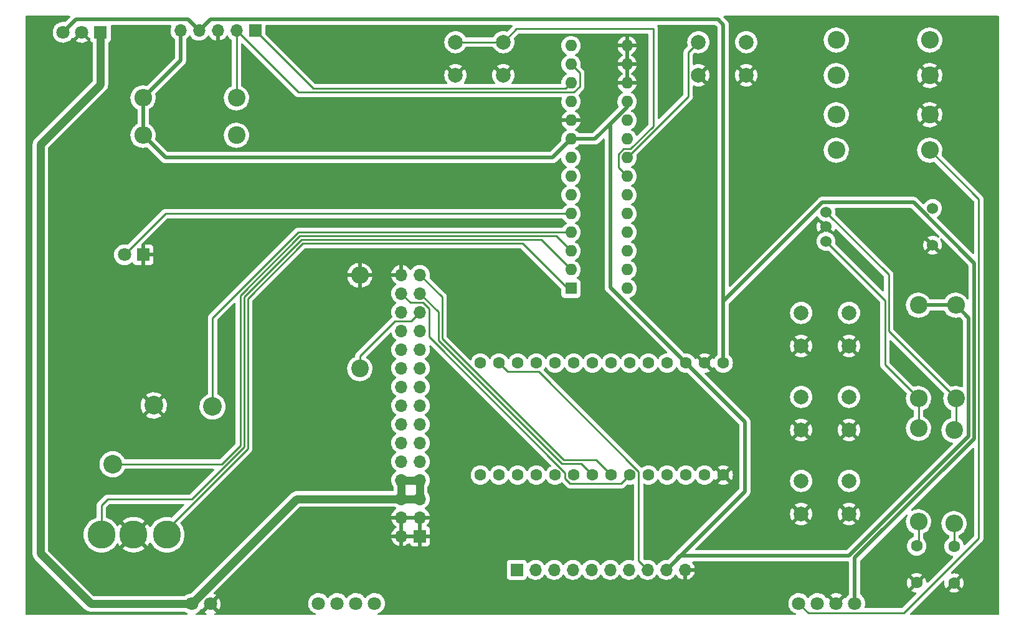
<source format=gtl>
%TF.GenerationSoftware,KiCad,Pcbnew,6.0.4-6f826c9f35~116~ubuntu20.04.1*%
%TF.CreationDate,2022-04-05T18:25:49-05:00*%
%TF.ProjectId,Electroturn,456c6563-7472-46f7-9475-726e2e6b6963,rev?*%
%TF.SameCoordinates,Original*%
%TF.FileFunction,Copper,L1,Top*%
%TF.FilePolarity,Positive*%
%FSLAX46Y46*%
G04 Gerber Fmt 4.6, Leading zero omitted, Abs format (unit mm)*
G04 Created by KiCad (PCBNEW 6.0.4-6f826c9f35~116~ubuntu20.04.1) date 2022-04-05 18:25:49*
%MOMM*%
%LPD*%
G01*
G04 APERTURE LIST*
%TA.AperFunction,ComponentPad*%
%ADD10O,1.600000X1.600000*%
%TD*%
%TA.AperFunction,ComponentPad*%
%ADD11R,1.600000X1.600000*%
%TD*%
%TA.AperFunction,ComponentPad*%
%ADD12O,2.400000X2.400000*%
%TD*%
%TA.AperFunction,ComponentPad*%
%ADD13C,2.400000*%
%TD*%
%TA.AperFunction,ComponentPad*%
%ADD14R,1.700000X1.700000*%
%TD*%
%TA.AperFunction,ComponentPad*%
%ADD15O,1.700000X1.700000*%
%TD*%
%TA.AperFunction,ComponentPad*%
%ADD16C,1.803400*%
%TD*%
%TA.AperFunction,ComponentPad*%
%ADD17R,1.800000X1.800000*%
%TD*%
%TA.AperFunction,ComponentPad*%
%ADD18C,1.800000*%
%TD*%
%TA.AperFunction,ComponentPad*%
%ADD19C,1.600000*%
%TD*%
%TA.AperFunction,ComponentPad*%
%ADD20C,2.000000*%
%TD*%
%TA.AperFunction,ComponentPad*%
%ADD21C,1.524000*%
%TD*%
%TA.AperFunction,ComponentPad*%
%ADD22C,3.810000*%
%TD*%
%TA.AperFunction,ComponentPad*%
%ADD23C,2.540000*%
%TD*%
%TA.AperFunction,Conductor*%
%ADD24C,1.066800*%
%TD*%
%TA.AperFunction,Conductor*%
%ADD25C,0.254000*%
%TD*%
%TA.AperFunction,Conductor*%
%ADD26C,0.508000*%
%TD*%
G04 APERTURE END LIST*
D10*
%TO.P,U2,28,GPA7*%
%TO.N,unconnected-(U2-Pad28)*%
X158496000Y-69342000D03*
%TO.P,U2,27,GPA6*%
%TO.N,unconnected-(U2-Pad27)*%
X158496000Y-66802000D03*
%TO.P,U2,26,GPA5*%
%TO.N,unconnected-(U2-Pad26)*%
X158496000Y-64262000D03*
%TO.P,U2,25,GPA4*%
%TO.N,Net-(SW7-Pad1)*%
X158496000Y-61722000D03*
%TO.P,U2,24,GPA3*%
%TO.N,Net-(SW6-Pad1)*%
X158496000Y-59182000D03*
%TO.P,U2,23,GPA2*%
%TO.N,Net-(SW5-Pad1)*%
X158496000Y-56642000D03*
%TO.P,U2,22,GPA1*%
%TO.N,Net-(SW4-Pad1)*%
X158496000Y-54102000D03*
%TO.P,U2,21,GPA0*%
%TO.N,Net-(SW3-Pad1)*%
X158496000Y-51562000D03*
%TO.P,U2,20,INTA*%
%TO.N,/panelButtonInterrupt*%
X158496000Y-49022000D03*
%TO.P,U2,19,INTB*%
%TO.N,/panelSwitchInterrupt*%
X158496000Y-46482000D03*
%TO.P,U2,18,~{RESET}*%
%TO.N,+3V3*%
X158496000Y-43942000D03*
%TO.P,U2,17,A2*%
%TO.N,GND*%
X158496000Y-41402000D03*
%TO.P,U2,16,A1*%
X158496000Y-38862000D03*
%TO.P,U2,15,A0*%
X158496000Y-36322000D03*
%TO.P,U2,14,NC*%
%TO.N,unconnected-(U2-Pad14)*%
X150876000Y-36322000D03*
%TO.P,U2,13,SDA*%
%TO.N,/i2c_data*%
X150876000Y-38862000D03*
%TO.P,U2,12,SCK*%
%TO.N,/i2c_clock*%
X150876000Y-41402000D03*
%TO.P,U2,11,NC*%
%TO.N,unconnected-(U2-Pad11)*%
X150876000Y-43942000D03*
%TO.P,U2,10,VSS*%
%TO.N,GND*%
X150876000Y-46482000D03*
%TO.P,U2,9,VDD*%
%TO.N,+3V3*%
X150876000Y-49022000D03*
%TO.P,U2,8,GPB7*%
%TO.N,unconnected-(U2-Pad8)*%
X150876000Y-51562000D03*
%TO.P,U2,7,GPB6*%
%TO.N,unconnected-(U2-Pad7)*%
X150876000Y-54102000D03*
%TO.P,U2,6,GPB5*%
%TO.N,Net-(SW8-PadS1)*%
X150876000Y-56642000D03*
%TO.P,U2,5,GPB4*%
%TO.N,Net-(D1-Pad2)*%
X150876000Y-59182000D03*
%TO.P,U2,4,GPB3*%
%TO.N,Net-(SW2-Pad1)*%
X150876000Y-61722000D03*
%TO.P,U2,3,GPB2*%
%TO.N,Net-(SW2-Pad4)*%
X150876000Y-64262000D03*
%TO.P,U2,2,GPB1*%
%TO.N,Net-(SW1-Pad1)*%
X150876000Y-66802000D03*
D11*
%TO.P,U2,1,GPB0*%
%TO.N,Net-(SW1-Pad3)*%
X150876000Y-69342000D03*
%TD*%
D12*
%TO.P,R6,2*%
%TO.N,+3V3*%
X92710000Y-48514000D03*
D13*
%TO.P,R6,1*%
%TO.N,/i2c_clock*%
X105410000Y-48514000D03*
%TD*%
%TO.P,R8,1*%
%TO.N,Net-(R10-Pad1)*%
X202946000Y-88646000D03*
D12*
%TO.P,R8,2*%
%TO.N,/panelEncoder_A*%
X202946000Y-101346000D03*
%TD*%
D13*
%TO.P,R4,1*%
%TO.N,Net-(R2-Pad2)*%
X186944000Y-50546000D03*
D12*
%TO.P,R4,2*%
%TO.N,/SpindleEnc_B*%
X199644000Y-50546000D03*
%TD*%
%TO.P,R11,2*%
%TO.N,Net-(R11-Pad2)*%
X198120000Y-84328000D03*
D13*
%TO.P,R11,1*%
%TO.N,+3V3*%
X198120000Y-71628000D03*
%TD*%
D12*
%TO.P,R7,2*%
%TO.N,+3V3*%
X92710000Y-43434000D03*
D13*
%TO.P,R7,1*%
%TO.N,/i2c_data*%
X105410000Y-43434000D03*
%TD*%
D14*
%TO.P,A1,1,GND*%
%TO.N,GND*%
X130342750Y-103060500D03*
D15*
%TO.P,A1,2,GND*%
X127802750Y-103060500D03*
%TO.P,A1,3,GND*%
X130342750Y-100520500D03*
%TO.P,A1,4,GND*%
X127802750Y-100520500D03*
%TO.P,A1,5,+VDC*%
%TO.N,+24V*%
X130342750Y-97980500D03*
%TO.P,A1,6,+VDC*%
X127802750Y-97980500D03*
%TO.P,A1,7,+VDC*%
X130342750Y-95440500D03*
%TO.P,A1,8,+VDC*%
X127802750Y-95440500D03*
%TO.P,A1,9,PHASE_A*%
%TO.N,/motorA+*%
X130342750Y-92900500D03*
%TO.P,A1,10,PHASE_A*%
X127802750Y-92900500D03*
%TO.P,A1,11,PHASE_A*%
X130342750Y-90360500D03*
%TO.P,A1,12,PHASE_A*%
X127802750Y-90360500D03*
%TO.P,A1,13,PHASE_/A*%
%TO.N,/motorA-*%
X130342750Y-87820500D03*
%TO.P,A1,14,PHASE_/A*%
X127802750Y-87820500D03*
%TO.P,A1,15,PHASE_/A*%
X130342750Y-85280500D03*
%TO.P,A1,16,PHASE_/A*%
X127802750Y-85280500D03*
%TO.P,A1,17,PHASE_B*%
%TO.N,/motorB+*%
X130342750Y-82740500D03*
%TO.P,A1,18,PHASE_B*%
X127802750Y-82740500D03*
%TO.P,A1,19,PHASE_B*%
X130342750Y-80200500D03*
%TO.P,A1,20,PHASE_B*%
X127802750Y-80200500D03*
%TO.P,A1,21,PHASE_/B*%
%TO.N,/motorB-*%
X130342750Y-77660500D03*
%TO.P,A1,22,PHASE_/B*%
X127802750Y-77660500D03*
%TO.P,A1,23,PHASE_/B*%
X130342750Y-75120500D03*
%TO.P,A1,24,PHASE_/B*%
X127802750Y-75120500D03*
%TO.P,A1,25,CURRENT_SET*%
%TO.N,Net-(A1-Pad25)*%
X130342750Y-72580500D03*
%TO.P,A1,26,RESERVED*%
%TO.N,unconnected-(A1-Pad26)*%
X127802750Y-72580500D03*
%TO.P,A1,27,DIRECTION*%
%TO.N,/zDirection*%
X130342750Y-70040500D03*
%TO.P,A1,28,STEP*%
%TO.N,/zStep*%
X127802750Y-70040500D03*
%TO.P,A1,29,DISABLE*%
%TO.N,/zDisable*%
X130342750Y-67500500D03*
%TO.P,A1,30,SIGNAL_GND*%
%TO.N,GND*%
X127802750Y-67500500D03*
%TD*%
D12*
%TO.P,R9,2*%
%TO.N,/panelEncoder_B*%
X198120000Y-101092000D03*
D13*
%TO.P,R9,1*%
%TO.N,Net-(R11-Pad2)*%
X198120000Y-88392000D03*
%TD*%
D16*
%TO.P,J2,4,Pin_4*%
%TO.N,/motorB-*%
X116568500Y-112216801D03*
%TO.P,J2,3,Pin_3*%
%TO.N,/motorB+*%
X119108500Y-112216801D03*
%TO.P,J2,2,Pin_2*%
%TO.N,/motorA-*%
X121648500Y-112216801D03*
%TO.P,J2,1,Pin_1*%
%TO.N,/motorA+*%
X124188500Y-112216801D03*
%TD*%
D13*
%TO.P,R1,1*%
%TO.N,GND*%
X199644000Y-40386000D03*
D12*
%TO.P,R1,2*%
%TO.N,Net-(R1-Pad2)*%
X186944000Y-40386000D03*
%TD*%
D17*
%TO.P,U3,1,+VIN*%
%TO.N,+24V*%
X86918500Y-34504000D03*
D18*
%TO.P,U3,2,GND/-VOUT*%
%TO.N,GND*%
X84378500Y-34504000D03*
%TO.P,U3,3,+VOUT/GND*%
%TO.N,+5V*%
X81838500Y-34504000D03*
%TD*%
D19*
%TO.P,C2,2*%
%TO.N,GND*%
X197866000Y-109394000D03*
%TO.P,C2,1*%
%TO.N,/panelEncoder_B*%
X197866000Y-104394000D03*
%TD*%
D16*
%TO.P,J1,1,Pin_1*%
%TO.N,+5V*%
X189466500Y-112216801D03*
%TO.P,J1,2,Pin_2*%
%TO.N,GND*%
X186926500Y-112216801D03*
%TO.P,J1,3,Pin_3*%
%TO.N,/SpindleEnc_A*%
X184386500Y-112216801D03*
%TO.P,J1,4,Pin_4*%
%TO.N,/SpindleEnc_B*%
X181846500Y-112216801D03*
%TD*%
%TO.P,J3,2,Pin_2*%
%TO.N,+24V*%
X99314000Y-112268000D03*
%TO.P,J3,1,Pin_1*%
%TO.N,GND*%
X101854000Y-112268000D03*
%TD*%
D12*
%TO.P,R10,2*%
%TO.N,+3V3*%
X203200000Y-71628000D03*
D13*
%TO.P,R10,1*%
%TO.N,Net-(R10-Pad1)*%
X203200000Y-84328000D03*
%TD*%
%TO.P,R2,1*%
%TO.N,GND*%
X199644000Y-45720000D03*
D12*
%TO.P,R2,2*%
%TO.N,Net-(R2-Pad2)*%
X186944000Y-45720000D03*
%TD*%
D13*
%TO.P,R5,1*%
%TO.N,Net-(A1-Pad25)*%
X122174000Y-80264000D03*
D12*
%TO.P,R5,2*%
%TO.N,GND*%
X122174000Y-67564000D03*
%TD*%
D19*
%TO.P,C1,1*%
%TO.N,GND*%
X202946000Y-109434000D03*
%TO.P,C1,2*%
%TO.N,/panelEncoder_A*%
X202946000Y-104434000D03*
%TD*%
D12*
%TO.P,R3,2*%
%TO.N,/SpindleEnc_A*%
X199644000Y-35560000D03*
D13*
%TO.P,R3,1*%
%TO.N,Net-(R1-Pad2)*%
X186944000Y-35560000D03*
%TD*%
D19*
%TO.P,U1,VIN,VIN*%
%TO.N,+5V*%
X171577000Y-79502000D03*
%TO.P,U1,GND,GND*%
%TO.N,GND*%
X169037000Y-79502000D03*
X171577000Y-94742000D03*
%TO.P,U1,23,A9/CRX1/MCLK1/PWM*%
%TO.N,unconnected-(U1-Pad23)*%
X163957000Y-79502000D03*
%TO.P,U1,22,A8/CTX1/PWM*%
%TO.N,unconnected-(U1-Pad22)*%
X161417000Y-79502000D03*
%TO.P,U1,21,A7/RX5/BCLK1*%
%TO.N,unconnected-(U1-Pad21)*%
X158877000Y-79502000D03*
%TO.P,U1,20,A6/TX5/LRCLK1*%
%TO.N,unconnected-(U1-Pad20)*%
X156337000Y-79502000D03*
%TO.P,U1,19,A5/SCL0/PWM*%
%TO.N,/i2c_clock*%
X153797000Y-79502000D03*
%TO.P,U1,18,A4/SDA0/PWM*%
%TO.N,/i2c_data*%
X151257000Y-79502000D03*
%TO.P,U1,17,A3/TX4/SDA1*%
%TO.N,/panelSwitchInterrupt*%
X148717000Y-79502000D03*
%TO.P,U1,16,A2/RX4/SCL1*%
%TO.N,/panelButtonInterrupt*%
X146177000Y-79502000D03*
%TO.P,U1,15,A1/RX3/SPDIF_IN/PWM*%
%TO.N,/tft_reset*%
X143637000Y-79502000D03*
%TO.P,U1,14,A0/TX3/SPDIF_OUT/PWM*%
%TO.N,/tft_d{slash}c*%
X141097000Y-79502000D03*
%TO.P,U1,13,SCK/CRX1/LED/PWM*%
%TO.N,/tft_clk*%
X138557000Y-79502000D03*
%TO.P,U1,12,PWM/MQSL/MISO*%
%TO.N,/tft_miso*%
X138557000Y-94742000D03*
%TO.P,U1,11,PWM/CTX1/MOSI*%
%TO.N,/tft_mosi*%
X141097000Y-94742000D03*
%TO.P,U1,10,PWM/CS/MQSR*%
%TO.N,/tft_cs*%
X143637000Y-94742000D03*
%TO.P,U1,9,PWM/OUT1C*%
%TO.N,unconnected-(U1-Pad9)*%
X146177000Y-94742000D03*
%TO.P,U1,8,PWM/TX2/IN1*%
%TO.N,unconnected-(U1-Pad8)*%
X148717000Y-94742000D03*
%TO.P,U1,7,PWM/RX2/OUT1A*%
%TO.N,unconnected-(U1-Pad7)*%
X151257000Y-94742000D03*
%TO.P,U1,6,PWM/OUT1D*%
%TO.N,/zDirection*%
X153797000Y-94742000D03*
%TO.P,U1,5,PWM/IN2*%
%TO.N,/zDisable*%
X156337000Y-94742000D03*
%TO.P,U1,4,PWM/BCLK2*%
%TO.N,/zStep*%
X158877000Y-94742000D03*
%TO.P,U1,3.3V,3.3V*%
%TO.N,+3V3*%
X166497000Y-79502000D03*
%TO.P,U1,3,PWM/LRCLK2*%
%TO.N,Net-(R1-Pad2)*%
X161417000Y-94742000D03*
%TO.P,U1,2,PWM/OUT2*%
%TO.N,Net-(R2-Pad2)*%
X163957000Y-94742000D03*
%TO.P,U1,1,PWM/TX1/CTX2/MISO1*%
%TO.N,/panelEncoder_B*%
X166497000Y-94742000D03*
%TO.P,U1,0,PWM/RX1/CRX2/CS1*%
%TO.N,/panelEncoder_A*%
X169037000Y-94742000D03*
%TD*%
D20*
%TO.P,SW7,1,1*%
%TO.N,Net-(SW7-Pad1)*%
X188670000Y-95540000D03*
X182170000Y-95540000D03*
%TO.P,SW7,2,2*%
%TO.N,GND*%
X188670000Y-100040000D03*
X182170000Y-100040000D03*
%TD*%
D21*
%TO.P,SW8,A,A*%
%TO.N,Net-(R10-Pad1)*%
X185540000Y-58960000D03*
%TO.P,SW8,B,B*%
%TO.N,Net-(R11-Pad2)*%
X185540000Y-62960000D03*
%TO.P,SW8,C,C*%
%TO.N,GND*%
X185540000Y-60960000D03*
%TO.P,SW8,S1,S1*%
%TO.N,Net-(SW8-PadS1)*%
X200040000Y-58460000D03*
%TO.P,SW8,S2,S2*%
%TO.N,GND*%
X200040000Y-63460000D03*
%TD*%
D14*
%TO.P,DS2,1,BACKLIGHT*%
%TO.N,unconnected-(DS2-Pad1)*%
X143510000Y-107632500D03*
D15*
%TO.P,DS2,2,SCK*%
%TO.N,/tft_clk*%
X146050000Y-107632500D03*
%TO.P,DS2,3,MISO*%
%TO.N,/tft_miso*%
X148590000Y-107632500D03*
%TO.P,DS2,4,MOSI*%
%TO.N,/tft_mosi*%
X151130000Y-107632500D03*
%TO.P,DS2,5,LCD_CS*%
%TO.N,/tft_cs*%
X153670000Y-107632500D03*
%TO.P,DS2,6,SD_CS*%
%TO.N,unconnected-(DS2-Pad6)*%
X156210000Y-107632500D03*
%TO.P,DS2,7,RESET*%
%TO.N,/tft_reset*%
X158750000Y-107632500D03*
%TO.P,DS2,8,D/C*%
%TO.N,/tft_d{slash}c*%
X161290000Y-107632500D03*
%TO.P,DS2,9,VIN*%
%TO.N,+3V3*%
X163830000Y-107632500D03*
%TO.P,DS2,10,GND*%
%TO.N,GND*%
X166370000Y-107632500D03*
%TD*%
D17*
%TO.P,D1,1,K*%
%TO.N,GND*%
X92710000Y-64770000D03*
D18*
%TO.P,D1,2,A*%
%TO.N,Net-(D1-Pad2)*%
X90170000Y-64770000D03*
%TD*%
D22*
%TO.P,SW1,1,1*%
%TO.N,Net-(SW1-Pad1)*%
X87044000Y-102870000D03*
%TO.P,SW1,2,2*%
%TO.N,GND*%
X91425500Y-102870000D03*
%TO.P,SW1,3,3*%
%TO.N,Net-(SW1-Pad3)*%
X95934000Y-102870000D03*
%TD*%
D14*
%TO.P,DS1,1,SCL*%
%TO.N,/i2c_clock*%
X107950000Y-34290000D03*
D15*
%TO.P,DS1,2,SDA*%
%TO.N,/i2c_data*%
X105410000Y-34290000D03*
%TO.P,DS1,3,GND*%
%TO.N,GND*%
X102870000Y-34290000D03*
%TO.P,DS1,4,VCC*%
%TO.N,+5V*%
X100330000Y-34290000D03*
%TO.P,DS1,5,Vi2c*%
%TO.N,+3V3*%
X97790000Y-34290000D03*
%TD*%
D23*
%TO.P,SW2,1,1*%
%TO.N,Net-(SW2-Pad1)*%
X102161594Y-85422842D03*
%TO.P,SW2,4,4*%
%TO.N,Net-(SW2-Pad4)*%
X88567158Y-93271594D03*
%TO.P,SW2,A,A*%
%TO.N,GND*%
X94161026Y-85271026D03*
%TD*%
D20*
%TO.P,SW5,1,1*%
%TO.N,Net-(SW5-Pad1)*%
X182170000Y-72680000D03*
X188670000Y-72680000D03*
%TO.P,SW5,2,2*%
%TO.N,GND*%
X188670000Y-77180000D03*
X182170000Y-77180000D03*
%TD*%
%TO.P,SW6,1,1*%
%TO.N,Net-(SW6-Pad1)*%
X182170000Y-84110000D03*
X188670000Y-84110000D03*
%TO.P,SW6,2,2*%
%TO.N,GND*%
X182170000Y-88610000D03*
X188670000Y-88610000D03*
%TD*%
%TO.P,SW4,1,1*%
%TO.N,Net-(SW4-Pad1)*%
X141680000Y-35850000D03*
X135180000Y-35850000D03*
%TO.P,SW4,2,2*%
%TO.N,GND*%
X141680000Y-40350000D03*
X135180000Y-40350000D03*
%TD*%
%TO.P,SW3,1,1*%
%TO.N,Net-(SW3-Pad1)*%
X174700000Y-35850000D03*
X168200000Y-35850000D03*
%TO.P,SW3,2,2*%
%TO.N,GND*%
X168200000Y-40350000D03*
X174700000Y-40350000D03*
%TD*%
D24*
%TO.N,+24V*%
X127802750Y-97980500D02*
X127802750Y-95440500D01*
X130342750Y-97980500D02*
X127802750Y-97980500D01*
X130342750Y-95440500D02*
X130342750Y-97980500D01*
X127802750Y-95440500D02*
X130342750Y-95440500D01*
D25*
%TO.N,/zDisable*%
X130342750Y-67500500D02*
X133350000Y-70507750D01*
X133350000Y-70507750D02*
X133350000Y-76200000D01*
X133350000Y-76200000D02*
X149860480Y-92710480D01*
X149860480Y-92710480D02*
X154305480Y-92710480D01*
X154305480Y-92710480D02*
X156337000Y-94742000D01*
D26*
%TO.N,+5V*%
X100330000Y-34290000D02*
X101854000Y-32766000D01*
X101854000Y-32766000D02*
X170851078Y-32766000D01*
X170851078Y-32766000D02*
X171577000Y-33491922D01*
X171577000Y-33491922D02*
X171577000Y-79502000D01*
X100330000Y-34290000D02*
X98806000Y-32766000D01*
X98806000Y-32766000D02*
X83576500Y-32766000D01*
X83576500Y-32766000D02*
X81838500Y-34504000D01*
D25*
%TO.N,/SpindleEnc_B*%
X199644000Y-50546000D02*
X206303550Y-57205550D01*
X206303550Y-57205550D02*
X206303550Y-103322450D01*
X206303550Y-103322450D02*
X196126988Y-113499012D01*
X196126988Y-113499012D02*
X183128711Y-113499012D01*
X183128711Y-113499012D02*
X181846500Y-112216801D01*
%TO.N,Net-(SW1-Pad1)*%
X150876000Y-66802000D02*
X146811040Y-62737040D01*
X146811040Y-62737040D02*
X114212444Y-62737040D01*
X114212444Y-62737040D02*
X106425520Y-70523964D01*
X106425520Y-70523964D02*
X106425520Y-90932480D01*
X87044000Y-98884000D02*
X87044000Y-102870000D01*
X106425520Y-90932480D02*
X99314000Y-98044000D01*
X99314000Y-98044000D02*
X87884000Y-98044000D01*
X87884000Y-98044000D02*
X87044000Y-98884000D01*
%TO.N,Net-(SW2-Pad4)*%
X88567158Y-93271594D02*
X103368664Y-93271594D01*
X103368664Y-93271594D02*
X105918000Y-90722258D01*
X105918000Y-90722258D02*
X105918000Y-70313742D01*
X148843520Y-62229520D02*
X150876000Y-64262000D01*
X105918000Y-70313742D02*
X114002222Y-62229520D01*
X114002222Y-62229520D02*
X148843520Y-62229520D01*
%TO.N,Net-(SW1-Pad3)*%
X150876000Y-69342000D02*
X150368000Y-69342000D01*
X150368000Y-69342000D02*
X144270560Y-63244560D01*
X144270560Y-63244560D02*
X114422666Y-63244560D01*
X114422666Y-63244560D02*
X106933040Y-70734186D01*
X106933040Y-70734186D02*
X106933040Y-91142702D01*
X106933040Y-91142702D02*
X95934000Y-102141742D01*
X95934000Y-102141742D02*
X95934000Y-102870000D01*
D26*
%TO.N,+5V*%
X171577000Y-79502000D02*
X171577000Y-71127639D01*
X171577000Y-71127639D02*
X185046639Y-57658000D01*
X185046639Y-57658000D02*
X197442639Y-57658000D01*
X205222942Y-90240009D02*
X189466500Y-105996452D01*
X197442639Y-57658000D02*
X205669030Y-65884391D01*
X205669030Y-65884391D02*
X205669030Y-89793922D01*
X189466500Y-105996452D02*
X189466500Y-112216801D01*
X205669030Y-89793922D02*
X205222942Y-90240009D01*
%TO.N,+3V3*%
X203200000Y-71628000D02*
X204907511Y-73335511D01*
X204907511Y-73335511D02*
X204907511Y-89478489D01*
X204907511Y-89478489D02*
X188626750Y-105759250D01*
X188626750Y-105759250D02*
X165703250Y-105759250D01*
X165703250Y-105759250D02*
X163830000Y-107632500D01*
X198120000Y-71628000D02*
X203200000Y-71628000D01*
D25*
%TO.N,Net-(R11-Pad2)*%
X198120000Y-84328000D02*
X198120000Y-88392000D01*
%TO.N,Net-(R10-Pad1)*%
X203200000Y-84328000D02*
X203200000Y-88392000D01*
X203200000Y-88392000D02*
X202946000Y-88646000D01*
%TO.N,/panelEncoder_B*%
X198120000Y-101092000D02*
X198120000Y-104140000D01*
X198120000Y-104140000D02*
X197866000Y-104394000D01*
%TO.N,/panelEncoder_A*%
X202946000Y-101346000D02*
X202946000Y-104474000D01*
%TO.N,Net-(R10-Pad1)*%
X185540000Y-58960000D02*
X194055520Y-67475520D01*
X194055520Y-67475520D02*
X194055520Y-75183520D01*
X194055520Y-75183520D02*
X203200000Y-84328000D01*
%TO.N,Net-(R11-Pad2)*%
X185540000Y-62960000D02*
X193548000Y-70968000D01*
X193548000Y-70968000D02*
X193548000Y-79756000D01*
X193548000Y-79756000D02*
X198120000Y-84328000D01*
D26*
%TO.N,+3V3*%
X150876000Y-49022000D02*
X154106899Y-49022000D01*
X154106899Y-49022000D02*
X156210000Y-46918899D01*
X158496000Y-43942000D02*
X158496000Y-44632899D01*
X158496000Y-44632899D02*
X156210000Y-46918899D01*
X156210000Y-46918899D02*
X156210000Y-69215000D01*
X156210000Y-69215000D02*
X166497000Y-79502000D01*
X163830000Y-107632500D02*
X174498000Y-96964500D01*
X174498000Y-96964500D02*
X174498000Y-87503000D01*
X174498000Y-87503000D02*
X166497000Y-79502000D01*
D25*
%TO.N,/tft_d{slash}c*%
X141097000Y-79502000D02*
X142277511Y-80682511D01*
X142277511Y-80682511D02*
X146487007Y-80682511D01*
X160057511Y-106400011D02*
X161290000Y-107632500D01*
X146487007Y-80682511D02*
X160057511Y-94253015D01*
X160057511Y-94253015D02*
X160057511Y-106400011D01*
D24*
%TO.N,+24V*%
X86918500Y-34504000D02*
X86918500Y-41605500D01*
X86918500Y-41605500D02*
X78740000Y-49784000D01*
X78740000Y-49784000D02*
X78740000Y-105410000D01*
X78740000Y-105410000D02*
X85598000Y-112268000D01*
X85598000Y-112268000D02*
X99314000Y-112268000D01*
X99314000Y-112268000D02*
X113601500Y-97980500D01*
X113601500Y-97980500D02*
X127802750Y-97980500D01*
D25*
%TO.N,Net-(A1-Pad25)*%
X122174000Y-80264000D02*
X122174000Y-78566944D01*
X129112239Y-73811011D02*
X130342750Y-72580500D01*
X122174000Y-78566944D02*
X126929933Y-73811011D01*
X126929933Y-73811011D02*
X129112239Y-73811011D01*
%TO.N,Net-(SW2-Pad1)*%
X150876000Y-61722000D02*
X113792000Y-61722000D01*
X113792000Y-61722000D02*
X102161594Y-73352406D01*
X102161594Y-73352406D02*
X102161594Y-85422842D01*
%TO.N,Net-(D1-Pad2)*%
X150876000Y-59182000D02*
X95758000Y-59182000D01*
X95758000Y-59182000D02*
X90170000Y-64770000D01*
D26*
%TO.N,+3V3*%
X150876000Y-49022000D02*
X148336000Y-51562000D01*
X148336000Y-51562000D02*
X95758000Y-51562000D01*
X95758000Y-51562000D02*
X92710000Y-48514000D01*
D25*
%TO.N,/zStep*%
X158877000Y-94742000D02*
X157696489Y-95922511D01*
X157696489Y-95922511D02*
X150768015Y-95922511D01*
X150768015Y-95922511D02*
X150076489Y-95230985D01*
X150076489Y-95230985D02*
X150076489Y-94431993D01*
X129033261Y-71271011D02*
X127802750Y-70040500D01*
X150076489Y-94431993D02*
X131573261Y-75928765D01*
X131573261Y-75928765D02*
X131573261Y-72070805D01*
X131573261Y-72070805D02*
X130773467Y-71271011D01*
X130773467Y-71271011D02*
X129033261Y-71271011D01*
%TO.N,/zDirection*%
X130342750Y-70040500D02*
X132842480Y-72540230D01*
X132842480Y-72540230D02*
X132842480Y-76454480D01*
X132842480Y-76454480D02*
X149606000Y-93218000D01*
X149606000Y-93218000D02*
X152273000Y-93218000D01*
X152273000Y-93218000D02*
X153797000Y-94742000D01*
%TO.N,/i2c_clock*%
X150876000Y-41402000D02*
X150113520Y-42164480D01*
X150113520Y-42164480D02*
X115824480Y-42164480D01*
X115824480Y-42164480D02*
X107950000Y-34290000D01*
%TO.N,/i2c_data*%
X150876000Y-38862000D02*
X152056511Y-40042511D01*
X152056511Y-40042511D02*
X152056511Y-41890985D01*
X152056511Y-41890985D02*
X151275496Y-42672000D01*
X151275496Y-42672000D02*
X113792000Y-42672000D01*
X113792000Y-42672000D02*
X105410000Y-34290000D01*
%TO.N,Net-(SW4-Pad1)*%
X135180000Y-35850000D02*
X141680000Y-35850000D01*
X143494000Y-34036000D02*
X162052000Y-34036000D01*
X141680000Y-35850000D02*
X143494000Y-34036000D01*
X162052000Y-34036000D02*
X162052000Y-47288258D01*
X162052000Y-47288258D02*
X158958769Y-50381489D01*
X158007015Y-50381489D02*
X157315489Y-51073015D01*
X158958769Y-50381489D02*
X158007015Y-50381489D01*
X157315489Y-51073015D02*
X157315489Y-52921489D01*
X157315489Y-52921489D02*
X158496000Y-54102000D01*
%TO.N,Net-(SW3-Pad1)*%
X168200000Y-35850000D02*
X166819489Y-37230511D01*
X166819489Y-37230511D02*
X166819489Y-43238511D01*
X166819489Y-43238511D02*
X158496000Y-51562000D01*
D26*
%TO.N,+3V3*%
X92710000Y-43434000D02*
X97790000Y-38354000D01*
X97790000Y-38354000D02*
X97790000Y-34290000D01*
X92710000Y-48514000D02*
X92710000Y-43434000D01*
D25*
%TO.N,/i2c_data*%
X105410000Y-34290000D02*
X105410000Y-43434000D01*
%TD*%
%TA.AperFunction,Conductor*%
%TO.N,GND*%
G36*
X82769594Y-32278502D02*
G01*
X82816087Y-32332158D01*
X82826191Y-32402432D01*
X82796697Y-32467012D01*
X82790568Y-32473595D01*
X82184106Y-33080057D01*
X82121794Y-33114083D01*
X82072915Y-33115009D01*
X81971506Y-33096945D01*
X81898596Y-33096054D01*
X81745081Y-33094179D01*
X81745079Y-33094179D01*
X81739911Y-33094116D01*
X81510964Y-33129150D01*
X81290814Y-33201106D01*
X81286226Y-33203494D01*
X81286222Y-33203496D01*
X81089961Y-33305663D01*
X81085372Y-33308052D01*
X81081239Y-33311155D01*
X81081236Y-33311157D01*
X80904627Y-33443759D01*
X80900155Y-33447117D01*
X80838707Y-33511419D01*
X80783626Y-33569058D01*
X80740139Y-33614564D01*
X80737225Y-33618836D01*
X80737224Y-33618837D01*
X80671489Y-33715201D01*
X80609619Y-33805899D01*
X80512102Y-34015981D01*
X80450207Y-34239169D01*
X80425595Y-34469469D01*
X80425892Y-34474622D01*
X80425892Y-34474625D01*
X80433021Y-34598272D01*
X80438927Y-34700697D01*
X80440064Y-34705743D01*
X80440065Y-34705749D01*
X80461908Y-34802671D01*
X80489846Y-34926642D01*
X80491788Y-34931424D01*
X80491789Y-34931428D01*
X80558245Y-35095088D01*
X80576984Y-35141237D01*
X80659636Y-35276113D01*
X80691143Y-35327527D01*
X80698001Y-35338719D01*
X80849647Y-35513784D01*
X81027849Y-35661730D01*
X81227822Y-35778584D01*
X81444194Y-35861209D01*
X81449260Y-35862240D01*
X81449261Y-35862240D01*
X81470785Y-35866619D01*
X81671156Y-35907385D01*
X81801824Y-35912176D01*
X81897449Y-35915683D01*
X81897453Y-35915683D01*
X81902613Y-35915872D01*
X81907733Y-35915216D01*
X81907735Y-35915216D01*
X81980791Y-35905857D01*
X82132347Y-35886442D01*
X82137295Y-35884957D01*
X82137302Y-35884956D01*
X82349247Y-35821369D01*
X82354190Y-35819886D01*
X82435661Y-35779974D01*
X82557549Y-35720262D01*
X82557552Y-35720260D01*
X82562184Y-35717991D01*
X82635906Y-35665406D01*
X83581923Y-35665406D01*
X83587204Y-35672461D01*
X83763580Y-35775527D01*
X83772863Y-35779974D01*
X83979503Y-35858883D01*
X83989401Y-35861759D01*
X84206153Y-35905857D01*
X84216383Y-35907076D01*
X84437414Y-35915182D01*
X84447723Y-35914714D01*
X84667123Y-35886608D01*
X84677188Y-35884468D01*
X84889057Y-35820905D01*
X84898652Y-35817144D01*
X85097278Y-35719838D01*
X85106136Y-35714559D01*
X85163597Y-35673572D01*
X85171997Y-35662874D01*
X85165010Y-35649721D01*
X84391311Y-34876021D01*
X84377368Y-34868408D01*
X84375534Y-34868539D01*
X84368920Y-34872790D01*
X83588680Y-35653031D01*
X83581923Y-35665406D01*
X82635906Y-35665406D01*
X82750743Y-35583494D01*
X82914803Y-35420005D01*
X82924413Y-35406632D01*
X82992836Y-35311411D01*
X83005775Y-35293404D01*
X83061770Y-35249756D01*
X83132473Y-35243310D01*
X83195438Y-35276113D01*
X83200642Y-35282584D01*
X83219053Y-35299242D01*
X83227831Y-35295458D01*
X84289405Y-34233885D01*
X84351717Y-34199859D01*
X84422533Y-34204924D01*
X84467595Y-34233885D01*
X85473095Y-35239384D01*
X85507120Y-35301696D01*
X85510000Y-35328479D01*
X85510000Y-35452134D01*
X85516755Y-35514316D01*
X85567885Y-35650705D01*
X85655239Y-35767261D01*
X85771795Y-35854615D01*
X85780204Y-35857767D01*
X85780205Y-35857768D01*
X85794832Y-35863252D01*
X85851596Y-35905895D01*
X85876294Y-35972457D01*
X85876600Y-35981233D01*
X85876600Y-41121741D01*
X85856598Y-41189862D01*
X85839695Y-41210836D01*
X78048288Y-49002243D01*
X78038145Y-49011345D01*
X78007494Y-49035989D01*
X78003536Y-49040706D01*
X78003533Y-49040709D01*
X77974188Y-49075681D01*
X77971003Y-49079332D01*
X77969092Y-49081439D01*
X77966912Y-49083619D01*
X77964965Y-49085990D01*
X77964949Y-49086007D01*
X77938666Y-49118006D01*
X77937944Y-49118876D01*
X77876155Y-49192513D01*
X77873504Y-49197334D01*
X77870008Y-49201591D01*
X77867101Y-49207012D01*
X77867098Y-49207017D01*
X77824616Y-49286247D01*
X77824042Y-49287306D01*
X77777720Y-49371566D01*
X77776055Y-49376813D01*
X77773454Y-49381665D01*
X77771653Y-49387557D01*
X77771651Y-49387561D01*
X77745386Y-49473472D01*
X77744994Y-49474732D01*
X77719717Y-49554414D01*
X77715937Y-49566329D01*
X77715323Y-49571800D01*
X77713714Y-49577064D01*
X77704580Y-49666991D01*
X77704009Y-49672608D01*
X77703886Y-49673762D01*
X77701270Y-49697088D01*
X77698699Y-49720013D01*
X77698100Y-49725350D01*
X77698100Y-49728875D01*
X77698023Y-49730254D01*
X77697575Y-49735946D01*
X77693065Y-49780345D01*
X77696200Y-49813509D01*
X77697541Y-49827694D01*
X77698100Y-49839552D01*
X77698100Y-105346335D01*
X77697363Y-105359943D01*
X77693116Y-105399036D01*
X77697632Y-105450651D01*
X77697959Y-105455449D01*
X77698100Y-105458335D01*
X77698100Y-105461412D01*
X77698400Y-105464468D01*
X77698401Y-105464495D01*
X77702430Y-105505575D01*
X77702550Y-105506854D01*
X77710925Y-105602586D01*
X77712461Y-105607872D01*
X77712998Y-105613352D01*
X77740784Y-105705383D01*
X77741126Y-105706539D01*
X77766209Y-105792879D01*
X77766212Y-105792886D01*
X77767930Y-105798800D01*
X77770464Y-105803689D01*
X77772055Y-105808958D01*
X77815540Y-105890741D01*
X77817112Y-105893697D01*
X77817719Y-105894852D01*
X77861961Y-105980205D01*
X77865399Y-105984511D01*
X77867981Y-105989368D01*
X77928649Y-106063754D01*
X77929478Y-106064782D01*
X77959592Y-106102506D01*
X77959602Y-106102518D01*
X77961794Y-106105263D01*
X77964290Y-106107759D01*
X77965196Y-106108772D01*
X77968904Y-106113113D01*
X77997121Y-106147710D01*
X78001868Y-106151637D01*
X78001870Y-106151639D01*
X78033767Y-106178026D01*
X78042547Y-106186016D01*
X84816247Y-112959717D01*
X84825349Y-112969860D01*
X84849989Y-113000506D01*
X84854706Y-113004464D01*
X84854708Y-113004466D01*
X84889666Y-113033799D01*
X84893314Y-113036982D01*
X84895439Y-113038909D01*
X84897619Y-113041089D01*
X84926093Y-113064477D01*
X84931929Y-113069271D01*
X84932935Y-113070106D01*
X85006513Y-113131845D01*
X85011337Y-113134497D01*
X85015592Y-113137992D01*
X85021021Y-113140903D01*
X85100202Y-113183359D01*
X85101362Y-113183989D01*
X85180163Y-113227310D01*
X85180166Y-113227311D01*
X85185566Y-113230280D01*
X85190811Y-113231944D01*
X85195666Y-113234547D01*
X85287640Y-113262666D01*
X85288670Y-113262987D01*
X85380329Y-113292063D01*
X85385802Y-113292677D01*
X85391065Y-113294286D01*
X85486637Y-113303994D01*
X85487848Y-113304123D01*
X85519881Y-113307716D01*
X85535854Y-113309508D01*
X85535857Y-113309508D01*
X85539350Y-113309900D01*
X85542874Y-113309900D01*
X85544253Y-113309977D01*
X85549950Y-113310425D01*
X85562411Y-113311691D01*
X85588218Y-113314313D01*
X85588222Y-113314313D01*
X85594345Y-113314935D01*
X85641697Y-113310459D01*
X85653554Y-113309900D01*
X98315683Y-113309900D01*
X98383804Y-113329902D01*
X98396168Y-113338956D01*
X98502370Y-113427127D01*
X98506822Y-113429729D01*
X98506827Y-113429732D01*
X98681848Y-113532006D01*
X98702584Y-113544123D01*
X98712187Y-113547790D01*
X98768690Y-113590777D01*
X98792983Y-113657488D01*
X98777353Y-113726743D01*
X98726762Y-113776554D01*
X98667238Y-113791500D01*
X76834500Y-113791500D01*
X76766379Y-113771498D01*
X76719886Y-113717842D01*
X76708500Y-113665500D01*
X76708500Y-32384500D01*
X76728502Y-32316379D01*
X76782158Y-32269886D01*
X76834500Y-32258500D01*
X82701473Y-32258500D01*
X82769594Y-32278502D01*
G37*
%TD.AperFunction*%
%TA.AperFunction,Conductor*%
G36*
X131801416Y-77069685D02*
G01*
X131843089Y-77097325D01*
X139987825Y-85242062D01*
X148130778Y-93385015D01*
X148164804Y-93447327D01*
X148159739Y-93518142D01*
X148117192Y-93574978D01*
X148094935Y-93588304D01*
X148060251Y-93604477D01*
X148003080Y-93644509D01*
X147877211Y-93732643D01*
X147877208Y-93732645D01*
X147872700Y-93735802D01*
X147710802Y-93897700D01*
X147707645Y-93902208D01*
X147707643Y-93902211D01*
X147689971Y-93927449D01*
X147579477Y-94085251D01*
X147577154Y-94090233D01*
X147577151Y-94090238D01*
X147561195Y-94124457D01*
X147514278Y-94177742D01*
X147446001Y-94197203D01*
X147378041Y-94176661D01*
X147332805Y-94124457D01*
X147316849Y-94090238D01*
X147316846Y-94090233D01*
X147314523Y-94085251D01*
X147204029Y-93927449D01*
X147186357Y-93902211D01*
X147186355Y-93902208D01*
X147183198Y-93897700D01*
X147021300Y-93735802D01*
X147016792Y-93732645D01*
X147016789Y-93732643D01*
X146890920Y-93644509D01*
X146833749Y-93604477D01*
X146828767Y-93602154D01*
X146828762Y-93602151D01*
X146631225Y-93510039D01*
X146631224Y-93510039D01*
X146626243Y-93507716D01*
X146620935Y-93506294D01*
X146620933Y-93506293D01*
X146410402Y-93449881D01*
X146410400Y-93449881D01*
X146405087Y-93448457D01*
X146177000Y-93428502D01*
X145948913Y-93448457D01*
X145943600Y-93449881D01*
X145943598Y-93449881D01*
X145733067Y-93506293D01*
X145733065Y-93506294D01*
X145727757Y-93507716D01*
X145722776Y-93510039D01*
X145722775Y-93510039D01*
X145525238Y-93602151D01*
X145525233Y-93602154D01*
X145520251Y-93604477D01*
X145463080Y-93644509D01*
X145337211Y-93732643D01*
X145337208Y-93732645D01*
X145332700Y-93735802D01*
X145170802Y-93897700D01*
X145167645Y-93902208D01*
X145167643Y-93902211D01*
X145149971Y-93927449D01*
X145039477Y-94085251D01*
X145037154Y-94090233D01*
X145037151Y-94090238D01*
X145021195Y-94124457D01*
X144974278Y-94177742D01*
X144906001Y-94197203D01*
X144838041Y-94176661D01*
X144792805Y-94124457D01*
X144776849Y-94090238D01*
X144776846Y-94090233D01*
X144774523Y-94085251D01*
X144664029Y-93927449D01*
X144646357Y-93902211D01*
X144646355Y-93902208D01*
X144643198Y-93897700D01*
X144481300Y-93735802D01*
X144476792Y-93732645D01*
X144476789Y-93732643D01*
X144350920Y-93644509D01*
X144293749Y-93604477D01*
X144288767Y-93602154D01*
X144288762Y-93602151D01*
X144091225Y-93510039D01*
X144091224Y-93510039D01*
X144086243Y-93507716D01*
X144080935Y-93506294D01*
X144080933Y-93506293D01*
X143870402Y-93449881D01*
X143870400Y-93449881D01*
X143865087Y-93448457D01*
X143637000Y-93428502D01*
X143408913Y-93448457D01*
X143403600Y-93449881D01*
X143403598Y-93449881D01*
X143193067Y-93506293D01*
X143193065Y-93506294D01*
X143187757Y-93507716D01*
X143182776Y-93510039D01*
X143182775Y-93510039D01*
X142985238Y-93602151D01*
X142985233Y-93602154D01*
X142980251Y-93604477D01*
X142923080Y-93644509D01*
X142797211Y-93732643D01*
X142797208Y-93732645D01*
X142792700Y-93735802D01*
X142630802Y-93897700D01*
X142627645Y-93902208D01*
X142627643Y-93902211D01*
X142609971Y-93927449D01*
X142499477Y-94085251D01*
X142497154Y-94090233D01*
X142497151Y-94090238D01*
X142481195Y-94124457D01*
X142434278Y-94177742D01*
X142366001Y-94197203D01*
X142298041Y-94176661D01*
X142252805Y-94124457D01*
X142236849Y-94090238D01*
X142236846Y-94090233D01*
X142234523Y-94085251D01*
X142124029Y-93927449D01*
X142106357Y-93902211D01*
X142106355Y-93902208D01*
X142103198Y-93897700D01*
X141941300Y-93735802D01*
X141936792Y-93732645D01*
X141936789Y-93732643D01*
X141810920Y-93644509D01*
X141753749Y-93604477D01*
X141748767Y-93602154D01*
X141748762Y-93602151D01*
X141551225Y-93510039D01*
X141551224Y-93510039D01*
X141546243Y-93507716D01*
X141540935Y-93506294D01*
X141540933Y-93506293D01*
X141330402Y-93449881D01*
X141330400Y-93449881D01*
X141325087Y-93448457D01*
X141097000Y-93428502D01*
X140868913Y-93448457D01*
X140863600Y-93449881D01*
X140863598Y-93449881D01*
X140653067Y-93506293D01*
X140653065Y-93506294D01*
X140647757Y-93507716D01*
X140642776Y-93510039D01*
X140642775Y-93510039D01*
X140445238Y-93602151D01*
X140445233Y-93602154D01*
X140440251Y-93604477D01*
X140383080Y-93644509D01*
X140257211Y-93732643D01*
X140257208Y-93732645D01*
X140252700Y-93735802D01*
X140090802Y-93897700D01*
X140087645Y-93902208D01*
X140087643Y-93902211D01*
X140069971Y-93927449D01*
X139959477Y-94085251D01*
X139957154Y-94090233D01*
X139957151Y-94090238D01*
X139941195Y-94124457D01*
X139894278Y-94177742D01*
X139826001Y-94197203D01*
X139758041Y-94176661D01*
X139712805Y-94124457D01*
X139696849Y-94090238D01*
X139696846Y-94090233D01*
X139694523Y-94085251D01*
X139584029Y-93927449D01*
X139566357Y-93902211D01*
X139566355Y-93902208D01*
X139563198Y-93897700D01*
X139401300Y-93735802D01*
X139396792Y-93732645D01*
X139396789Y-93732643D01*
X139270920Y-93644509D01*
X139213749Y-93604477D01*
X139208767Y-93602154D01*
X139208762Y-93602151D01*
X139011225Y-93510039D01*
X139011224Y-93510039D01*
X139006243Y-93507716D01*
X139000935Y-93506294D01*
X139000933Y-93506293D01*
X138790402Y-93449881D01*
X138790400Y-93449881D01*
X138785087Y-93448457D01*
X138557000Y-93428502D01*
X138328913Y-93448457D01*
X138323600Y-93449881D01*
X138323598Y-93449881D01*
X138113067Y-93506293D01*
X138113065Y-93506294D01*
X138107757Y-93507716D01*
X138102776Y-93510039D01*
X138102775Y-93510039D01*
X137905238Y-93602151D01*
X137905233Y-93602154D01*
X137900251Y-93604477D01*
X137843080Y-93644509D01*
X137717211Y-93732643D01*
X137717208Y-93732645D01*
X137712700Y-93735802D01*
X137550802Y-93897700D01*
X137547645Y-93902208D01*
X137547643Y-93902211D01*
X137529971Y-93927449D01*
X137419477Y-94085251D01*
X137417154Y-94090233D01*
X137417151Y-94090238D01*
X137326511Y-94284618D01*
X137322716Y-94292757D01*
X137321294Y-94298065D01*
X137321293Y-94298067D01*
X137281935Y-94444951D01*
X137263457Y-94513913D01*
X137243502Y-94742000D01*
X137263457Y-94970087D01*
X137264881Y-94975400D01*
X137264881Y-94975402D01*
X137302025Y-95114022D01*
X137322716Y-95191243D01*
X137325039Y-95196224D01*
X137325039Y-95196225D01*
X137417151Y-95393762D01*
X137417154Y-95393767D01*
X137419477Y-95398749D01*
X137550802Y-95586300D01*
X137712700Y-95748198D01*
X137717208Y-95751355D01*
X137717211Y-95751357D01*
X137760294Y-95781524D01*
X137900251Y-95879523D01*
X137905233Y-95881846D01*
X137905238Y-95881849D01*
X138012261Y-95931754D01*
X138107757Y-95976284D01*
X138113065Y-95977706D01*
X138113067Y-95977707D01*
X138323598Y-96034119D01*
X138323600Y-96034119D01*
X138328913Y-96035543D01*
X138557000Y-96055498D01*
X138785087Y-96035543D01*
X138790400Y-96034119D01*
X138790402Y-96034119D01*
X139000933Y-95977707D01*
X139000935Y-95977706D01*
X139006243Y-95976284D01*
X139101739Y-95931754D01*
X139208762Y-95881849D01*
X139208767Y-95881846D01*
X139213749Y-95879523D01*
X139353706Y-95781524D01*
X139396789Y-95751357D01*
X139396792Y-95751355D01*
X139401300Y-95748198D01*
X139563198Y-95586300D01*
X139694523Y-95398749D01*
X139696846Y-95393767D01*
X139696849Y-95393762D01*
X139712805Y-95359543D01*
X139759722Y-95306258D01*
X139827999Y-95286797D01*
X139895959Y-95307339D01*
X139941195Y-95359543D01*
X139957151Y-95393762D01*
X139957154Y-95393767D01*
X139959477Y-95398749D01*
X140090802Y-95586300D01*
X140252700Y-95748198D01*
X140257208Y-95751355D01*
X140257211Y-95751357D01*
X140300294Y-95781524D01*
X140440251Y-95879523D01*
X140445233Y-95881846D01*
X140445238Y-95881849D01*
X140552261Y-95931754D01*
X140647757Y-95976284D01*
X140653065Y-95977706D01*
X140653067Y-95977707D01*
X140863598Y-96034119D01*
X140863600Y-96034119D01*
X140868913Y-96035543D01*
X141097000Y-96055498D01*
X141325087Y-96035543D01*
X141330400Y-96034119D01*
X141330402Y-96034119D01*
X141540933Y-95977707D01*
X141540935Y-95977706D01*
X141546243Y-95976284D01*
X141641739Y-95931754D01*
X141748762Y-95881849D01*
X141748767Y-95881846D01*
X141753749Y-95879523D01*
X141893706Y-95781524D01*
X141936789Y-95751357D01*
X141936792Y-95751355D01*
X141941300Y-95748198D01*
X142103198Y-95586300D01*
X142234523Y-95398749D01*
X142236846Y-95393767D01*
X142236849Y-95393762D01*
X142252805Y-95359543D01*
X142299722Y-95306258D01*
X142367999Y-95286797D01*
X142435959Y-95307339D01*
X142481195Y-95359543D01*
X142497151Y-95393762D01*
X142497154Y-95393767D01*
X142499477Y-95398749D01*
X142630802Y-95586300D01*
X142792700Y-95748198D01*
X142797208Y-95751355D01*
X142797211Y-95751357D01*
X142840294Y-95781524D01*
X142980251Y-95879523D01*
X142985233Y-95881846D01*
X142985238Y-95881849D01*
X143092261Y-95931754D01*
X143187757Y-95976284D01*
X143193065Y-95977706D01*
X143193067Y-95977707D01*
X143403598Y-96034119D01*
X143403600Y-96034119D01*
X143408913Y-96035543D01*
X143637000Y-96055498D01*
X143865087Y-96035543D01*
X143870400Y-96034119D01*
X143870402Y-96034119D01*
X144080933Y-95977707D01*
X144080935Y-95977706D01*
X144086243Y-95976284D01*
X144181739Y-95931754D01*
X144288762Y-95881849D01*
X144288767Y-95881846D01*
X144293749Y-95879523D01*
X144433706Y-95781524D01*
X144476789Y-95751357D01*
X144476792Y-95751355D01*
X144481300Y-95748198D01*
X144643198Y-95586300D01*
X144774523Y-95398749D01*
X144776846Y-95393767D01*
X144776849Y-95393762D01*
X144792805Y-95359543D01*
X144839722Y-95306258D01*
X144907999Y-95286797D01*
X144975959Y-95307339D01*
X145021195Y-95359543D01*
X145037151Y-95393762D01*
X145037154Y-95393767D01*
X145039477Y-95398749D01*
X145170802Y-95586300D01*
X145332700Y-95748198D01*
X145337208Y-95751355D01*
X145337211Y-95751357D01*
X145380294Y-95781524D01*
X145520251Y-95879523D01*
X145525233Y-95881846D01*
X145525238Y-95881849D01*
X145632261Y-95931754D01*
X145727757Y-95976284D01*
X145733065Y-95977706D01*
X145733067Y-95977707D01*
X145943598Y-96034119D01*
X145943600Y-96034119D01*
X145948913Y-96035543D01*
X146177000Y-96055498D01*
X146405087Y-96035543D01*
X146410400Y-96034119D01*
X146410402Y-96034119D01*
X146620933Y-95977707D01*
X146620935Y-95977706D01*
X146626243Y-95976284D01*
X146721739Y-95931754D01*
X146828762Y-95881849D01*
X146828767Y-95881846D01*
X146833749Y-95879523D01*
X146973706Y-95781524D01*
X147016789Y-95751357D01*
X147016792Y-95751355D01*
X147021300Y-95748198D01*
X147183198Y-95586300D01*
X147314523Y-95398749D01*
X147316846Y-95393767D01*
X147316849Y-95393762D01*
X147332805Y-95359543D01*
X147379722Y-95306258D01*
X147447999Y-95286797D01*
X147515959Y-95307339D01*
X147561195Y-95359543D01*
X147577151Y-95393762D01*
X147577154Y-95393767D01*
X147579477Y-95398749D01*
X147710802Y-95586300D01*
X147872700Y-95748198D01*
X147877208Y-95751355D01*
X147877211Y-95751357D01*
X147920294Y-95781524D01*
X148060251Y-95879523D01*
X148065233Y-95881846D01*
X148065238Y-95881849D01*
X148172261Y-95931754D01*
X148267757Y-95976284D01*
X148273065Y-95977706D01*
X148273067Y-95977707D01*
X148483598Y-96034119D01*
X148483600Y-96034119D01*
X148488913Y-96035543D01*
X148717000Y-96055498D01*
X148945087Y-96035543D01*
X148950400Y-96034119D01*
X148950402Y-96034119D01*
X149160933Y-95977707D01*
X149160935Y-95977706D01*
X149166243Y-95976284D01*
X149261739Y-95931754D01*
X149368762Y-95881849D01*
X149368767Y-95881846D01*
X149373749Y-95879523D01*
X149553314Y-95753790D01*
X149620588Y-95731102D01*
X149689449Y-95748387D01*
X149714680Y-95767908D01*
X150262760Y-96315988D01*
X150270337Y-96324314D01*
X150274462Y-96330814D01*
X150280240Y-96336240D01*
X150280241Y-96336241D01*
X150324296Y-96377611D01*
X150327138Y-96380366D01*
X150346921Y-96400149D01*
X150350129Y-96402637D01*
X150359158Y-96410348D01*
X150391509Y-96440728D01*
X150398458Y-96444548D01*
X150409344Y-96450533D01*
X150425868Y-96461387D01*
X150441948Y-96473860D01*
X150449225Y-96477009D01*
X150482665Y-96491480D01*
X150493326Y-96496703D01*
X150525262Y-96514260D01*
X150525267Y-96514262D01*
X150532212Y-96518080D01*
X150539886Y-96520050D01*
X150539893Y-96520053D01*
X150551928Y-96523143D01*
X150570633Y-96529547D01*
X150582028Y-96534478D01*
X150589307Y-96537628D01*
X150604416Y-96540021D01*
X150633142Y-96544571D01*
X150644755Y-96546976D01*
X150687733Y-96558011D01*
X150708080Y-96558011D01*
X150727792Y-96559562D01*
X150747894Y-96562746D01*
X150755786Y-96562000D01*
X150792071Y-96558570D01*
X150803929Y-96558011D01*
X157617469Y-96558011D01*
X157628703Y-96558541D01*
X157636208Y-96560219D01*
X157704501Y-96558073D01*
X157708458Y-96558011D01*
X157736472Y-96558011D01*
X157740397Y-96557515D01*
X157740398Y-96557515D01*
X157740493Y-96557503D01*
X157752338Y-96556570D01*
X157782159Y-96555633D01*
X157788771Y-96555425D01*
X157788772Y-96555425D01*
X157796694Y-96555176D01*
X157816238Y-96549498D01*
X157835601Y-96545488D01*
X157847929Y-96543931D01*
X157847931Y-96543931D01*
X157855788Y-96542938D01*
X157863152Y-96540022D01*
X157863157Y-96540021D01*
X157897045Y-96526604D01*
X157908274Y-96522759D01*
X157924954Y-96517913D01*
X157950882Y-96510380D01*
X157957709Y-96506342D01*
X157957712Y-96506341D01*
X157968395Y-96500023D01*
X157986153Y-96491323D01*
X157997704Y-96486750D01*
X157997710Y-96486746D01*
X158005077Y-96483830D01*
X158014466Y-96477009D01*
X158040977Y-96457747D01*
X158050899Y-96451230D01*
X158082257Y-96432685D01*
X158082261Y-96432682D01*
X158089087Y-96428645D01*
X158103471Y-96414261D01*
X158118505Y-96401420D01*
X158128562Y-96394113D01*
X158134976Y-96389453D01*
X158163267Y-96355255D01*
X158171256Y-96346476D01*
X158465982Y-96051750D01*
X158528294Y-96017724D01*
X158587688Y-96019138D01*
X158643598Y-96034119D01*
X158643600Y-96034119D01*
X158648913Y-96035543D01*
X158877000Y-96055498D01*
X159105087Y-96035543D01*
X159110400Y-96034119D01*
X159110402Y-96034119D01*
X159263400Y-95993123D01*
X159334376Y-95994813D01*
X159393172Y-96034607D01*
X159421120Y-96099871D01*
X159422011Y-96114830D01*
X159422011Y-106250946D01*
X159402009Y-106319067D01*
X159348353Y-106365560D01*
X159278079Y-106375664D01*
X159253951Y-106369719D01*
X159242207Y-106365560D01*
X159152796Y-106333898D01*
X159103087Y-106316295D01*
X159103083Y-106316294D01*
X159098212Y-106314569D01*
X159093119Y-106313662D01*
X159093116Y-106313661D01*
X158883373Y-106276300D01*
X158883367Y-106276299D01*
X158878284Y-106275394D01*
X158804452Y-106274492D01*
X158660081Y-106272728D01*
X158660079Y-106272728D01*
X158654911Y-106272665D01*
X158434091Y-106306455D01*
X158221756Y-106375857D01*
X158191443Y-106391637D01*
X158074767Y-106452375D01*
X158023607Y-106479007D01*
X158019474Y-106482110D01*
X158019471Y-106482112D01*
X157849100Y-106610030D01*
X157844965Y-106613135D01*
X157841393Y-106616873D01*
X157733729Y-106729537D01*
X157690629Y-106774638D01*
X157583201Y-106932121D01*
X157528293Y-106977121D01*
X157457768Y-106985292D01*
X157394021Y-106954038D01*
X157373324Y-106929554D01*
X157292822Y-106805117D01*
X157292820Y-106805114D01*
X157290014Y-106800777D01*
X157139670Y-106635551D01*
X157135619Y-106632352D01*
X157135615Y-106632348D01*
X156968414Y-106500300D01*
X156968410Y-106500298D01*
X156964359Y-106497098D01*
X156768789Y-106389138D01*
X156763920Y-106387414D01*
X156763916Y-106387412D01*
X156563087Y-106316295D01*
X156563083Y-106316294D01*
X156558212Y-106314569D01*
X156553119Y-106313662D01*
X156553116Y-106313661D01*
X156343373Y-106276300D01*
X156343367Y-106276299D01*
X156338284Y-106275394D01*
X156264452Y-106274492D01*
X156120081Y-106272728D01*
X156120079Y-106272728D01*
X156114911Y-106272665D01*
X155894091Y-106306455D01*
X155681756Y-106375857D01*
X155651443Y-106391637D01*
X155534767Y-106452375D01*
X155483607Y-106479007D01*
X155479474Y-106482110D01*
X155479471Y-106482112D01*
X155309100Y-106610030D01*
X155304965Y-106613135D01*
X155301393Y-106616873D01*
X155193729Y-106729537D01*
X155150629Y-106774638D01*
X155043201Y-106932121D01*
X154988293Y-106977121D01*
X154917768Y-106985292D01*
X154854021Y-106954038D01*
X154833324Y-106929554D01*
X154752822Y-106805117D01*
X154752820Y-106805114D01*
X154750014Y-106800777D01*
X154599670Y-106635551D01*
X154595619Y-106632352D01*
X154595615Y-106632348D01*
X154428414Y-106500300D01*
X154428410Y-106500298D01*
X154424359Y-106497098D01*
X154228789Y-106389138D01*
X154223920Y-106387414D01*
X154223916Y-106387412D01*
X154023087Y-106316295D01*
X154023083Y-106316294D01*
X154018212Y-106314569D01*
X154013119Y-106313662D01*
X154013116Y-106313661D01*
X153803373Y-106276300D01*
X153803367Y-106276299D01*
X153798284Y-106275394D01*
X153724452Y-106274492D01*
X153580081Y-106272728D01*
X153580079Y-106272728D01*
X153574911Y-106272665D01*
X153354091Y-106306455D01*
X153141756Y-106375857D01*
X153111443Y-106391637D01*
X152994767Y-106452375D01*
X152943607Y-106479007D01*
X152939474Y-106482110D01*
X152939471Y-106482112D01*
X152769100Y-106610030D01*
X152764965Y-106613135D01*
X152761393Y-106616873D01*
X152653729Y-106729537D01*
X152610629Y-106774638D01*
X152503201Y-106932121D01*
X152448293Y-106977121D01*
X152377768Y-106985292D01*
X152314021Y-106954038D01*
X152293324Y-106929554D01*
X152212822Y-106805117D01*
X152212820Y-106805114D01*
X152210014Y-106800777D01*
X152059670Y-106635551D01*
X152055619Y-106632352D01*
X152055615Y-106632348D01*
X151888414Y-106500300D01*
X151888410Y-106500298D01*
X151884359Y-106497098D01*
X151688789Y-106389138D01*
X151683920Y-106387414D01*
X151683916Y-106387412D01*
X151483087Y-106316295D01*
X151483083Y-106316294D01*
X151478212Y-106314569D01*
X151473119Y-106313662D01*
X151473116Y-106313661D01*
X151263373Y-106276300D01*
X151263367Y-106276299D01*
X151258284Y-106275394D01*
X151184452Y-106274492D01*
X151040081Y-106272728D01*
X151040079Y-106272728D01*
X151034911Y-106272665D01*
X150814091Y-106306455D01*
X150601756Y-106375857D01*
X150571443Y-106391637D01*
X150454767Y-106452375D01*
X150403607Y-106479007D01*
X150399474Y-106482110D01*
X150399471Y-106482112D01*
X150229100Y-106610030D01*
X150224965Y-106613135D01*
X150221393Y-106616873D01*
X150113729Y-106729537D01*
X150070629Y-106774638D01*
X149963201Y-106932121D01*
X149908293Y-106977121D01*
X149837768Y-106985292D01*
X149774021Y-106954038D01*
X149753324Y-106929554D01*
X149672822Y-106805117D01*
X149672820Y-106805114D01*
X149670014Y-106800777D01*
X149519670Y-106635551D01*
X149515619Y-106632352D01*
X149515615Y-106632348D01*
X149348414Y-106500300D01*
X149348410Y-106500298D01*
X149344359Y-106497098D01*
X149148789Y-106389138D01*
X149143920Y-106387414D01*
X149143916Y-106387412D01*
X148943087Y-106316295D01*
X148943083Y-106316294D01*
X148938212Y-106314569D01*
X148933119Y-106313662D01*
X148933116Y-106313661D01*
X148723373Y-106276300D01*
X148723367Y-106276299D01*
X148718284Y-106275394D01*
X148644452Y-106274492D01*
X148500081Y-106272728D01*
X148500079Y-106272728D01*
X148494911Y-106272665D01*
X148274091Y-106306455D01*
X148061756Y-106375857D01*
X148031443Y-106391637D01*
X147914767Y-106452375D01*
X147863607Y-106479007D01*
X147859474Y-106482110D01*
X147859471Y-106482112D01*
X147689100Y-106610030D01*
X147684965Y-106613135D01*
X147681393Y-106616873D01*
X147573729Y-106729537D01*
X147530629Y-106774638D01*
X147423201Y-106932121D01*
X147368293Y-106977121D01*
X147297768Y-106985292D01*
X147234021Y-106954038D01*
X147213324Y-106929554D01*
X147132822Y-106805117D01*
X147132820Y-106805114D01*
X147130014Y-106800777D01*
X146979670Y-106635551D01*
X146975619Y-106632352D01*
X146975615Y-106632348D01*
X146808414Y-106500300D01*
X146808410Y-106500298D01*
X146804359Y-106497098D01*
X146608789Y-106389138D01*
X146603920Y-106387414D01*
X146603916Y-106387412D01*
X146403087Y-106316295D01*
X146403083Y-106316294D01*
X146398212Y-106314569D01*
X146393119Y-106313662D01*
X146393116Y-106313661D01*
X146183373Y-106276300D01*
X146183367Y-106276299D01*
X146178284Y-106275394D01*
X146104452Y-106274492D01*
X145960081Y-106272728D01*
X145960079Y-106272728D01*
X145954911Y-106272665D01*
X145734091Y-106306455D01*
X145521756Y-106375857D01*
X145491443Y-106391637D01*
X145374767Y-106452375D01*
X145323607Y-106479007D01*
X145319474Y-106482110D01*
X145319471Y-106482112D01*
X145149100Y-106610030D01*
X145144965Y-106613135D01*
X145088537Y-106672184D01*
X145064283Y-106697564D01*
X145002759Y-106732994D01*
X144931846Y-106729537D01*
X144874060Y-106688291D01*
X144855207Y-106654743D01*
X144813767Y-106544203D01*
X144810615Y-106535795D01*
X144723261Y-106419239D01*
X144606705Y-106331885D01*
X144470316Y-106280755D01*
X144408134Y-106274000D01*
X142611866Y-106274000D01*
X142549684Y-106280755D01*
X142413295Y-106331885D01*
X142296739Y-106419239D01*
X142209385Y-106535795D01*
X142158255Y-106672184D01*
X142151500Y-106734366D01*
X142151500Y-108530634D01*
X142158255Y-108592816D01*
X142209385Y-108729205D01*
X142296739Y-108845761D01*
X142413295Y-108933115D01*
X142549684Y-108984245D01*
X142611866Y-108991000D01*
X144408134Y-108991000D01*
X144470316Y-108984245D01*
X144606705Y-108933115D01*
X144723261Y-108845761D01*
X144810615Y-108729205D01*
X144816849Y-108712576D01*
X144854598Y-108611882D01*
X144897240Y-108555118D01*
X144963802Y-108530418D01*
X145033150Y-108545626D01*
X145067817Y-108573614D01*
X145096250Y-108606438D01*
X145268126Y-108749132D01*
X145461000Y-108861838D01*
X145669692Y-108941530D01*
X145674760Y-108942561D01*
X145674763Y-108942562D01*
X145769862Y-108961910D01*
X145888597Y-108986067D01*
X145893772Y-108986257D01*
X145893774Y-108986257D01*
X146106673Y-108994064D01*
X146106677Y-108994064D01*
X146111837Y-108994253D01*
X146116957Y-108993597D01*
X146116959Y-108993597D01*
X146328288Y-108966525D01*
X146328289Y-108966525D01*
X146333416Y-108965868D01*
X146338366Y-108964383D01*
X146542429Y-108903161D01*
X146542434Y-108903159D01*
X146547384Y-108901674D01*
X146747994Y-108803396D01*
X146929860Y-108673673D01*
X147088096Y-108515989D01*
X147218453Y-108334577D01*
X147219776Y-108335528D01*
X147266645Y-108292357D01*
X147336580Y-108280125D01*
X147402026Y-108307644D01*
X147429875Y-108339494D01*
X147489987Y-108437588D01*
X147636250Y-108606438D01*
X147808126Y-108749132D01*
X148001000Y-108861838D01*
X148209692Y-108941530D01*
X148214760Y-108942561D01*
X148214763Y-108942562D01*
X148309862Y-108961910D01*
X148428597Y-108986067D01*
X148433772Y-108986257D01*
X148433774Y-108986257D01*
X148646673Y-108994064D01*
X148646677Y-108994064D01*
X148651837Y-108994253D01*
X148656957Y-108993597D01*
X148656959Y-108993597D01*
X148868288Y-108966525D01*
X148868289Y-108966525D01*
X148873416Y-108965868D01*
X148878366Y-108964383D01*
X149082429Y-108903161D01*
X149082434Y-108903159D01*
X149087384Y-108901674D01*
X149287994Y-108803396D01*
X149469860Y-108673673D01*
X149628096Y-108515989D01*
X149758453Y-108334577D01*
X149759776Y-108335528D01*
X149806645Y-108292357D01*
X149876580Y-108280125D01*
X149942026Y-108307644D01*
X149969875Y-108339494D01*
X150029987Y-108437588D01*
X150176250Y-108606438D01*
X150348126Y-108749132D01*
X150541000Y-108861838D01*
X150749692Y-108941530D01*
X150754760Y-108942561D01*
X150754763Y-108942562D01*
X150849862Y-108961910D01*
X150968597Y-108986067D01*
X150973772Y-108986257D01*
X150973774Y-108986257D01*
X151186673Y-108994064D01*
X151186677Y-108994064D01*
X151191837Y-108994253D01*
X151196957Y-108993597D01*
X151196959Y-108993597D01*
X151408288Y-108966525D01*
X151408289Y-108966525D01*
X151413416Y-108965868D01*
X151418366Y-108964383D01*
X151622429Y-108903161D01*
X151622434Y-108903159D01*
X151627384Y-108901674D01*
X151827994Y-108803396D01*
X152009860Y-108673673D01*
X152168096Y-108515989D01*
X152298453Y-108334577D01*
X152299776Y-108335528D01*
X152346645Y-108292357D01*
X152416580Y-108280125D01*
X152482026Y-108307644D01*
X152509875Y-108339494D01*
X152569987Y-108437588D01*
X152716250Y-108606438D01*
X152888126Y-108749132D01*
X153081000Y-108861838D01*
X153289692Y-108941530D01*
X153294760Y-108942561D01*
X153294763Y-108942562D01*
X153389862Y-108961910D01*
X153508597Y-108986067D01*
X153513772Y-108986257D01*
X153513774Y-108986257D01*
X153726673Y-108994064D01*
X153726677Y-108994064D01*
X153731837Y-108994253D01*
X153736957Y-108993597D01*
X153736959Y-108993597D01*
X153948288Y-108966525D01*
X153948289Y-108966525D01*
X153953416Y-108965868D01*
X153958366Y-108964383D01*
X154162429Y-108903161D01*
X154162434Y-108903159D01*
X154167384Y-108901674D01*
X154367994Y-108803396D01*
X154549860Y-108673673D01*
X154708096Y-108515989D01*
X154838453Y-108334577D01*
X154839776Y-108335528D01*
X154886645Y-108292357D01*
X154956580Y-108280125D01*
X155022026Y-108307644D01*
X155049875Y-108339494D01*
X155109987Y-108437588D01*
X155256250Y-108606438D01*
X155428126Y-108749132D01*
X155621000Y-108861838D01*
X155829692Y-108941530D01*
X155834760Y-108942561D01*
X155834763Y-108942562D01*
X155929862Y-108961910D01*
X156048597Y-108986067D01*
X156053772Y-108986257D01*
X156053774Y-108986257D01*
X156266673Y-108994064D01*
X156266677Y-108994064D01*
X156271837Y-108994253D01*
X156276957Y-108993597D01*
X156276959Y-108993597D01*
X156488288Y-108966525D01*
X156488289Y-108966525D01*
X156493416Y-108965868D01*
X156498366Y-108964383D01*
X156702429Y-108903161D01*
X156702434Y-108903159D01*
X156707384Y-108901674D01*
X156907994Y-108803396D01*
X157089860Y-108673673D01*
X157248096Y-108515989D01*
X157378453Y-108334577D01*
X157379776Y-108335528D01*
X157426645Y-108292357D01*
X157496580Y-108280125D01*
X157562026Y-108307644D01*
X157589875Y-108339494D01*
X157649987Y-108437588D01*
X157796250Y-108606438D01*
X157968126Y-108749132D01*
X158161000Y-108861838D01*
X158369692Y-108941530D01*
X158374760Y-108942561D01*
X158374763Y-108942562D01*
X158469862Y-108961910D01*
X158588597Y-108986067D01*
X158593772Y-108986257D01*
X158593774Y-108986257D01*
X158806673Y-108994064D01*
X158806677Y-108994064D01*
X158811837Y-108994253D01*
X158816957Y-108993597D01*
X158816959Y-108993597D01*
X159028288Y-108966525D01*
X159028289Y-108966525D01*
X159033416Y-108965868D01*
X159038366Y-108964383D01*
X159242429Y-108903161D01*
X159242434Y-108903159D01*
X159247384Y-108901674D01*
X159447994Y-108803396D01*
X159629860Y-108673673D01*
X159788096Y-108515989D01*
X159918453Y-108334577D01*
X159919776Y-108335528D01*
X159966645Y-108292357D01*
X160036580Y-108280125D01*
X160102026Y-108307644D01*
X160129875Y-108339494D01*
X160189987Y-108437588D01*
X160336250Y-108606438D01*
X160508126Y-108749132D01*
X160701000Y-108861838D01*
X160909692Y-108941530D01*
X160914760Y-108942561D01*
X160914763Y-108942562D01*
X161009862Y-108961910D01*
X161128597Y-108986067D01*
X161133772Y-108986257D01*
X161133774Y-108986257D01*
X161346673Y-108994064D01*
X161346677Y-108994064D01*
X161351837Y-108994253D01*
X161356957Y-108993597D01*
X161356959Y-108993597D01*
X161568288Y-108966525D01*
X161568289Y-108966525D01*
X161573416Y-108965868D01*
X161578366Y-108964383D01*
X161782429Y-108903161D01*
X161782434Y-108903159D01*
X161787384Y-108901674D01*
X161987994Y-108803396D01*
X162169860Y-108673673D01*
X162328096Y-108515989D01*
X162458453Y-108334577D01*
X162459776Y-108335528D01*
X162506645Y-108292357D01*
X162576580Y-108280125D01*
X162642026Y-108307644D01*
X162669875Y-108339494D01*
X162729987Y-108437588D01*
X162876250Y-108606438D01*
X163048126Y-108749132D01*
X163241000Y-108861838D01*
X163449692Y-108941530D01*
X163454760Y-108942561D01*
X163454763Y-108942562D01*
X163549862Y-108961910D01*
X163668597Y-108986067D01*
X163673772Y-108986257D01*
X163673774Y-108986257D01*
X163886673Y-108994064D01*
X163886677Y-108994064D01*
X163891837Y-108994253D01*
X163896957Y-108993597D01*
X163896959Y-108993597D01*
X164108288Y-108966525D01*
X164108289Y-108966525D01*
X164113416Y-108965868D01*
X164118366Y-108964383D01*
X164322429Y-108903161D01*
X164322434Y-108903159D01*
X164327384Y-108901674D01*
X164527994Y-108803396D01*
X164709860Y-108673673D01*
X164868096Y-108515989D01*
X164998453Y-108334577D01*
X164999640Y-108335430D01*
X165046960Y-108291862D01*
X165116897Y-108279645D01*
X165182338Y-108307178D01*
X165210166Y-108339011D01*
X165267694Y-108432888D01*
X165273777Y-108441199D01*
X165413213Y-108602167D01*
X165420580Y-108609383D01*
X165584434Y-108745416D01*
X165592881Y-108751331D01*
X165776756Y-108858779D01*
X165786042Y-108863229D01*
X165985001Y-108939203D01*
X165994899Y-108942079D01*
X166098250Y-108963106D01*
X166112299Y-108961910D01*
X166116000Y-108951565D01*
X166116000Y-108951017D01*
X166624000Y-108951017D01*
X166628064Y-108964859D01*
X166641478Y-108966893D01*
X166648184Y-108966034D01*
X166658262Y-108963892D01*
X166862255Y-108902691D01*
X166871842Y-108898933D01*
X167063095Y-108805239D01*
X167071945Y-108799964D01*
X167245328Y-108676292D01*
X167253200Y-108669639D01*
X167404052Y-108519312D01*
X167410730Y-108511465D01*
X167535003Y-108338520D01*
X167540313Y-108329683D01*
X167634670Y-108138767D01*
X167638469Y-108129172D01*
X167700377Y-107925410D01*
X167702555Y-107915337D01*
X167703986Y-107904462D01*
X167701775Y-107890278D01*
X167688617Y-107886500D01*
X166642115Y-107886500D01*
X166626876Y-107890975D01*
X166625671Y-107892365D01*
X166624000Y-107900048D01*
X166624000Y-108951017D01*
X166116000Y-108951017D01*
X166116000Y-107504500D01*
X166136002Y-107436379D01*
X166189658Y-107389886D01*
X166242000Y-107378500D01*
X167688344Y-107378500D01*
X167701875Y-107374527D01*
X167703180Y-107365447D01*
X167661214Y-107198375D01*
X167657894Y-107188624D01*
X167572972Y-106993314D01*
X167568105Y-106984239D01*
X167452426Y-106805426D01*
X167446136Y-106797257D01*
X167387256Y-106732549D01*
X167356204Y-106668703D01*
X167364600Y-106598205D01*
X167409777Y-106543437D01*
X167480450Y-106521750D01*
X188559374Y-106521750D01*
X188578327Y-106523184D01*
X188596953Y-106526018D01*
X188661290Y-106556039D01*
X188699183Y-106616078D01*
X188704000Y-106650584D01*
X188704000Y-110962805D01*
X188683998Y-111030926D01*
X188653654Y-111063564D01*
X188527022Y-111158642D01*
X188366813Y-111326292D01*
X188363902Y-111330560D01*
X188363898Y-111330565D01*
X188300539Y-111423446D01*
X188245628Y-111468449D01*
X188175103Y-111476620D01*
X188111356Y-111445366D01*
X188104050Y-111436723D01*
X188086266Y-111421407D01*
X188076701Y-111425810D01*
X187015595Y-112486916D01*
X186953283Y-112520942D01*
X186882468Y-112515877D01*
X186837405Y-112486916D01*
X185779143Y-111428654D01*
X185767607Y-111422354D01*
X185739951Y-111444022D01*
X185738422Y-111442071D01*
X185706231Y-111468454D01*
X185635706Y-111476627D01*
X185571959Y-111445373D01*
X185551260Y-111420888D01*
X185510426Y-111357768D01*
X185510423Y-111357765D01*
X185507616Y-111353425D01*
X185486811Y-111330560D01*
X185355028Y-111185733D01*
X185355026Y-111185732D01*
X185351550Y-111181911D01*
X185347499Y-111178712D01*
X185347495Y-111178708D01*
X185201697Y-111063565D01*
X185192497Y-111056299D01*
X186130794Y-111056299D01*
X186137538Y-111068629D01*
X186913688Y-111844779D01*
X186927632Y-111852393D01*
X186929465Y-111852262D01*
X186936080Y-111848011D01*
X187716700Y-111067391D01*
X187723720Y-111054535D01*
X187715946Y-111043865D01*
X187713348Y-111041813D01*
X187704765Y-111036110D01*
X187510875Y-110929078D01*
X187501476Y-110924853D01*
X187292711Y-110850925D01*
X187282740Y-110848291D01*
X187064708Y-110809454D01*
X187054455Y-110808485D01*
X186832996Y-110805779D01*
X186822713Y-110806499D01*
X186603797Y-110839997D01*
X186593770Y-110842386D01*
X186383266Y-110911189D01*
X186373757Y-110915186D01*
X186177320Y-111017446D01*
X186168592Y-111022942D01*
X186139247Y-111044974D01*
X186130794Y-111056299D01*
X185192497Y-111056299D01*
X185169567Y-111038190D01*
X184966555Y-110926121D01*
X184848120Y-110884181D01*
X184752839Y-110850440D01*
X184752835Y-110850439D01*
X184747964Y-110848714D01*
X184742871Y-110847807D01*
X184742868Y-110847806D01*
X184524755Y-110808954D01*
X184524749Y-110808953D01*
X184519666Y-110808048D01*
X184431132Y-110806966D01*
X184292961Y-110805278D01*
X184292959Y-110805278D01*
X184287792Y-110805215D01*
X184058569Y-110840291D01*
X183838153Y-110912334D01*
X183833565Y-110914722D01*
X183833561Y-110914724D01*
X183637051Y-111017021D01*
X183632462Y-111019410D01*
X183628329Y-111022513D01*
X183628326Y-111022515D01*
X183500366Y-111118590D01*
X183447022Y-111158642D01*
X183286813Y-111326292D01*
X183222284Y-111420888D01*
X183220845Y-111422998D01*
X183165934Y-111468000D01*
X183095409Y-111476171D01*
X183031662Y-111444917D01*
X183010965Y-111420433D01*
X182967616Y-111353425D01*
X182946811Y-111330560D01*
X182815028Y-111185733D01*
X182815026Y-111185732D01*
X182811550Y-111181911D01*
X182807499Y-111178712D01*
X182807495Y-111178708D01*
X182661697Y-111063565D01*
X182629567Y-111038190D01*
X182426555Y-110926121D01*
X182308120Y-110884181D01*
X182212839Y-110850440D01*
X182212835Y-110850439D01*
X182207964Y-110848714D01*
X182202871Y-110847807D01*
X182202868Y-110847806D01*
X181984755Y-110808954D01*
X181984749Y-110808953D01*
X181979666Y-110808048D01*
X181891132Y-110806966D01*
X181752961Y-110805278D01*
X181752959Y-110805278D01*
X181747792Y-110805215D01*
X181518569Y-110840291D01*
X181298153Y-110912334D01*
X181293565Y-110914722D01*
X181293561Y-110914724D01*
X181097051Y-111017021D01*
X181092462Y-111019410D01*
X181088329Y-111022513D01*
X181088326Y-111022515D01*
X180960366Y-111118590D01*
X180907022Y-111158642D01*
X180746813Y-111326292D01*
X180743902Y-111330560D01*
X180743898Y-111330565D01*
X180680539Y-111423446D01*
X180616136Y-111517857D01*
X180518501Y-111728193D01*
X180456531Y-111951650D01*
X180431889Y-112182229D01*
X180445238Y-112413736D01*
X180446373Y-112418773D01*
X180446374Y-112418779D01*
X180494517Y-112632408D01*
X180496218Y-112639954D01*
X180583462Y-112854808D01*
X180586159Y-112859209D01*
X180701923Y-113048118D01*
X180704625Y-113052528D01*
X180856453Y-113227803D01*
X180860428Y-113231103D01*
X180860431Y-113231106D01*
X180864576Y-113234547D01*
X181034870Y-113375928D01*
X181039322Y-113378530D01*
X181039327Y-113378533D01*
X181230626Y-113490319D01*
X181235084Y-113492924D01*
X181378765Y-113547790D01*
X181435268Y-113590777D01*
X181459561Y-113657488D01*
X181443931Y-113726743D01*
X181393340Y-113776554D01*
X181333816Y-113791500D01*
X124705895Y-113791500D01*
X124637774Y-113771498D01*
X124591281Y-113717842D01*
X124581177Y-113647568D01*
X124610671Y-113582988D01*
X124669688Y-113544814D01*
X124699870Y-113535759D01*
X124704813Y-113534276D01*
X124913058Y-113432258D01*
X125035183Y-113345147D01*
X125097632Y-113300603D01*
X125097637Y-113300599D01*
X125101844Y-113297598D01*
X125107399Y-113292063D01*
X125218936Y-113180914D01*
X125266102Y-113133912D01*
X125401420Y-112945597D01*
X125444116Y-112859209D01*
X125501870Y-112742351D01*
X125501871Y-112742349D01*
X125504164Y-112737709D01*
X125536118Y-112632539D01*
X125570072Y-112520785D01*
X125570073Y-112520779D01*
X125571576Y-112515833D01*
X125601844Y-112285925D01*
X125603533Y-112216801D01*
X125588336Y-112031959D01*
X125584956Y-111990840D01*
X125584955Y-111990834D01*
X125584532Y-111985689D01*
X125528040Y-111760784D01*
X125435573Y-111548126D01*
X125309616Y-111353425D01*
X125288811Y-111330560D01*
X125157028Y-111185733D01*
X125157026Y-111185732D01*
X125153550Y-111181911D01*
X125149499Y-111178712D01*
X125149495Y-111178708D01*
X125003697Y-111063565D01*
X124971567Y-111038190D01*
X124768555Y-110926121D01*
X124650120Y-110884181D01*
X124554839Y-110850440D01*
X124554835Y-110850439D01*
X124549964Y-110848714D01*
X124544871Y-110847807D01*
X124544868Y-110847806D01*
X124326755Y-110808954D01*
X124326749Y-110808953D01*
X124321666Y-110808048D01*
X124233132Y-110806966D01*
X124094961Y-110805278D01*
X124094959Y-110805278D01*
X124089792Y-110805215D01*
X123860569Y-110840291D01*
X123640153Y-110912334D01*
X123635565Y-110914722D01*
X123635561Y-110914724D01*
X123439051Y-111017021D01*
X123434462Y-111019410D01*
X123430329Y-111022513D01*
X123430326Y-111022515D01*
X123302366Y-111118590D01*
X123249022Y-111158642D01*
X123088813Y-111326292D01*
X123024284Y-111420888D01*
X123022845Y-111422998D01*
X122967934Y-111468000D01*
X122897409Y-111476171D01*
X122833662Y-111444917D01*
X122812965Y-111420433D01*
X122769616Y-111353425D01*
X122748811Y-111330560D01*
X122617028Y-111185733D01*
X122617026Y-111185732D01*
X122613550Y-111181911D01*
X122609499Y-111178712D01*
X122609495Y-111178708D01*
X122463697Y-111063565D01*
X122431567Y-111038190D01*
X122228555Y-110926121D01*
X122110120Y-110884181D01*
X122014839Y-110850440D01*
X122014835Y-110850439D01*
X122009964Y-110848714D01*
X122004871Y-110847807D01*
X122004868Y-110847806D01*
X121786755Y-110808954D01*
X121786749Y-110808953D01*
X121781666Y-110808048D01*
X121693132Y-110806966D01*
X121554961Y-110805278D01*
X121554959Y-110805278D01*
X121549792Y-110805215D01*
X121320569Y-110840291D01*
X121100153Y-110912334D01*
X121095565Y-110914722D01*
X121095561Y-110914724D01*
X120899051Y-111017021D01*
X120894462Y-111019410D01*
X120890329Y-111022513D01*
X120890326Y-111022515D01*
X120762366Y-111118590D01*
X120709022Y-111158642D01*
X120548813Y-111326292D01*
X120484284Y-111420888D01*
X120482845Y-111422998D01*
X120427934Y-111468000D01*
X120357409Y-111476171D01*
X120293662Y-111444917D01*
X120272965Y-111420433D01*
X120229616Y-111353425D01*
X120208811Y-111330560D01*
X120077028Y-111185733D01*
X120077026Y-111185732D01*
X120073550Y-111181911D01*
X120069499Y-111178712D01*
X120069495Y-111178708D01*
X119923697Y-111063565D01*
X119891567Y-111038190D01*
X119688555Y-110926121D01*
X119570120Y-110884181D01*
X119474839Y-110850440D01*
X119474835Y-110850439D01*
X119469964Y-110848714D01*
X119464871Y-110847807D01*
X119464868Y-110847806D01*
X119246755Y-110808954D01*
X119246749Y-110808953D01*
X119241666Y-110808048D01*
X119153132Y-110806966D01*
X119014961Y-110805278D01*
X119014959Y-110805278D01*
X119009792Y-110805215D01*
X118780569Y-110840291D01*
X118560153Y-110912334D01*
X118555565Y-110914722D01*
X118555561Y-110914724D01*
X118359051Y-111017021D01*
X118354462Y-111019410D01*
X118350329Y-111022513D01*
X118350326Y-111022515D01*
X118222366Y-111118590D01*
X118169022Y-111158642D01*
X118008813Y-111326292D01*
X117944284Y-111420888D01*
X117942845Y-111422998D01*
X117887934Y-111468000D01*
X117817409Y-111476171D01*
X117753662Y-111444917D01*
X117732965Y-111420433D01*
X117689616Y-111353425D01*
X117668811Y-111330560D01*
X117537028Y-111185733D01*
X117537026Y-111185732D01*
X117533550Y-111181911D01*
X117529499Y-111178712D01*
X117529495Y-111178708D01*
X117383697Y-111063565D01*
X117351567Y-111038190D01*
X117148555Y-110926121D01*
X117030120Y-110884181D01*
X116934839Y-110850440D01*
X116934835Y-110850439D01*
X116929964Y-110848714D01*
X116924871Y-110847807D01*
X116924868Y-110847806D01*
X116706755Y-110808954D01*
X116706749Y-110808953D01*
X116701666Y-110808048D01*
X116613132Y-110806966D01*
X116474961Y-110805278D01*
X116474959Y-110805278D01*
X116469792Y-110805215D01*
X116240569Y-110840291D01*
X116020153Y-110912334D01*
X116015565Y-110914722D01*
X116015561Y-110914724D01*
X115819051Y-111017021D01*
X115814462Y-111019410D01*
X115810329Y-111022513D01*
X115810326Y-111022515D01*
X115682366Y-111118590D01*
X115629022Y-111158642D01*
X115468813Y-111326292D01*
X115465902Y-111330560D01*
X115465898Y-111330565D01*
X115402539Y-111423446D01*
X115338136Y-111517857D01*
X115240501Y-111728193D01*
X115178531Y-111951650D01*
X115153889Y-112182229D01*
X115167238Y-112413736D01*
X115168373Y-112418773D01*
X115168374Y-112418779D01*
X115216517Y-112632408D01*
X115218218Y-112639954D01*
X115305462Y-112854808D01*
X115308159Y-112859209D01*
X115423923Y-113048118D01*
X115426625Y-113052528D01*
X115578453Y-113227803D01*
X115582428Y-113231103D01*
X115582431Y-113231106D01*
X115586576Y-113234547D01*
X115756870Y-113375928D01*
X115761322Y-113378530D01*
X115761327Y-113378533D01*
X115952626Y-113490319D01*
X115957084Y-113492924D01*
X116100765Y-113547790D01*
X116157268Y-113590777D01*
X116181561Y-113657488D01*
X116165931Y-113726743D01*
X116115340Y-113776554D01*
X116055816Y-113791500D01*
X102492225Y-113791500D01*
X102424104Y-113771498D01*
X102377611Y-113717842D01*
X102367507Y-113647568D01*
X102397001Y-113582988D01*
X102436793Y-113552349D01*
X102573653Y-113485302D01*
X102582512Y-113480022D01*
X102640315Y-113438791D01*
X102648715Y-113428091D01*
X102641728Y-113414938D01*
X101866812Y-112640022D01*
X101852868Y-112632408D01*
X101851035Y-112632539D01*
X101844420Y-112636790D01*
X101062941Y-113418269D01*
X101056181Y-113430649D01*
X101061462Y-113437704D01*
X101238343Y-113541065D01*
X101247632Y-113545516D01*
X101253591Y-113547791D01*
X101310094Y-113590778D01*
X101334386Y-113657489D01*
X101318755Y-113726744D01*
X101268164Y-113776554D01*
X101208641Y-113791500D01*
X99953366Y-113791500D01*
X99885245Y-113771498D01*
X99838752Y-113717842D01*
X99828648Y-113647568D01*
X99858142Y-113582988D01*
X99897934Y-113552349D01*
X100033910Y-113485735D01*
X100033919Y-113485730D01*
X100038558Y-113483457D01*
X100113878Y-113429732D01*
X100223132Y-113351802D01*
X100223137Y-113351798D01*
X100227344Y-113348797D01*
X100237220Y-113338956D01*
X100348761Y-113227803D01*
X100391602Y-113185111D01*
X100429878Y-113131845D01*
X100479442Y-113062869D01*
X100481164Y-113060472D01*
X100537159Y-113016824D01*
X100607862Y-113010378D01*
X100670827Y-113043181D01*
X100673621Y-113046654D01*
X100693320Y-113064477D01*
X100702096Y-113060694D01*
X101493658Y-112269132D01*
X102218408Y-112269132D01*
X102218539Y-112270965D01*
X102222790Y-112277580D01*
X103001520Y-113056310D01*
X103013531Y-113062869D01*
X103025269Y-113053901D01*
X103063469Y-113000741D01*
X103068784Y-112991895D01*
X103166904Y-112793366D01*
X103170702Y-112783773D01*
X103235083Y-112571869D01*
X103237260Y-112561799D01*
X103266405Y-112340422D01*
X103266924Y-112333747D01*
X103268449Y-112271364D01*
X103268255Y-112264646D01*
X103249961Y-112042121D01*
X103248278Y-112031959D01*
X103194324Y-111817159D01*
X103191005Y-111807408D01*
X103102689Y-111604296D01*
X103097825Y-111595225D01*
X103024453Y-111481810D01*
X103013766Y-111472606D01*
X103004201Y-111477009D01*
X102226022Y-112255188D01*
X102218408Y-112269132D01*
X101493658Y-112269132D01*
X102644200Y-111118590D01*
X102651220Y-111105734D01*
X102643446Y-111095064D01*
X102640848Y-111093012D01*
X102632265Y-111087309D01*
X102438375Y-110980277D01*
X102428969Y-110976049D01*
X102359073Y-110951297D01*
X102301537Y-110909703D01*
X102275622Y-110843605D01*
X102289556Y-110773989D01*
X102312039Y-110743430D01*
X109727003Y-103328466D01*
X126471007Y-103328466D01*
X126501315Y-103462946D01*
X126504395Y-103472775D01*
X126584520Y-103670103D01*
X126589163Y-103679294D01*
X126700444Y-103860888D01*
X126706527Y-103869199D01*
X126845963Y-104030167D01*
X126853330Y-104037383D01*
X127017184Y-104173416D01*
X127025631Y-104179331D01*
X127209506Y-104286779D01*
X127218792Y-104291229D01*
X127417751Y-104367203D01*
X127427649Y-104370079D01*
X127531000Y-104391106D01*
X127545049Y-104389910D01*
X127548750Y-104379565D01*
X127548750Y-104379017D01*
X128056750Y-104379017D01*
X128060814Y-104392859D01*
X128074228Y-104394893D01*
X128080934Y-104394034D01*
X128091012Y-104391892D01*
X128295005Y-104330691D01*
X128304592Y-104326933D01*
X128495845Y-104233239D01*
X128504695Y-104227964D01*
X128678078Y-104104292D01*
X128685950Y-104097639D01*
X128791036Y-103992918D01*
X128853407Y-103959001D01*
X128924214Y-103964189D01*
X128980976Y-104006835D01*
X128997958Y-104037939D01*
X129039425Y-104148552D01*
X129047964Y-104164149D01*
X129124465Y-104266224D01*
X129137026Y-104278785D01*
X129239101Y-104355286D01*
X129254696Y-104363824D01*
X129375144Y-104408978D01*
X129390399Y-104412605D01*
X129441264Y-104418131D01*
X129448078Y-104418500D01*
X130070635Y-104418500D01*
X130085874Y-104414025D01*
X130087079Y-104412635D01*
X130088750Y-104404952D01*
X130088750Y-104400384D01*
X130596750Y-104400384D01*
X130601225Y-104415623D01*
X130602615Y-104416828D01*
X130610298Y-104418499D01*
X131237419Y-104418499D01*
X131244240Y-104418129D01*
X131295102Y-104412605D01*
X131310354Y-104408979D01*
X131430804Y-104363824D01*
X131446399Y-104355286D01*
X131548474Y-104278785D01*
X131561035Y-104266224D01*
X131637536Y-104164149D01*
X131646074Y-104148554D01*
X131691228Y-104028106D01*
X131694855Y-104012851D01*
X131700381Y-103961986D01*
X131700750Y-103955172D01*
X131700750Y-103332615D01*
X131696275Y-103317376D01*
X131694885Y-103316171D01*
X131687202Y-103314500D01*
X130614865Y-103314500D01*
X130599626Y-103318975D01*
X130598421Y-103320365D01*
X130596750Y-103328048D01*
X130596750Y-104400384D01*
X130088750Y-104400384D01*
X130088750Y-103332615D01*
X130084275Y-103317376D01*
X130082885Y-103316171D01*
X130075202Y-103314500D01*
X128074865Y-103314500D01*
X128059626Y-103318975D01*
X128058421Y-103320365D01*
X128056750Y-103328048D01*
X128056750Y-104379017D01*
X127548750Y-104379017D01*
X127548750Y-103332615D01*
X127544275Y-103317376D01*
X127542885Y-103316171D01*
X127535202Y-103314500D01*
X126485975Y-103314500D01*
X126472444Y-103318473D01*
X126471007Y-103328466D01*
X109727003Y-103328466D01*
X110260786Y-102794683D01*
X126467139Y-102794683D01*
X126468662Y-102803107D01*
X126481042Y-102806500D01*
X127530635Y-102806500D01*
X127545874Y-102802025D01*
X127547079Y-102800635D01*
X127548750Y-102792952D01*
X127548750Y-102788385D01*
X128056750Y-102788385D01*
X128061225Y-102803624D01*
X128062615Y-102804829D01*
X128070298Y-102806500D01*
X130070635Y-102806500D01*
X130085874Y-102802025D01*
X130087079Y-102800635D01*
X130088750Y-102792952D01*
X130088750Y-102788385D01*
X130596750Y-102788385D01*
X130601225Y-102803624D01*
X130602615Y-102804829D01*
X130610298Y-102806500D01*
X131682634Y-102806500D01*
X131697873Y-102802025D01*
X131699078Y-102800635D01*
X131700749Y-102792952D01*
X131700749Y-102165831D01*
X131700379Y-102159010D01*
X131694855Y-102108148D01*
X131691229Y-102092896D01*
X131646074Y-101972446D01*
X131637536Y-101956851D01*
X131561035Y-101854776D01*
X131548474Y-101842215D01*
X131446399Y-101765714D01*
X131430804Y-101757176D01*
X131320047Y-101715655D01*
X131263283Y-101673013D01*
X131238583Y-101606452D01*
X131253790Y-101537103D01*
X131275337Y-101508422D01*
X131376807Y-101407305D01*
X131383480Y-101399465D01*
X131507753Y-101226520D01*
X131513063Y-101217683D01*
X131607420Y-101026767D01*
X131611219Y-101017172D01*
X131673127Y-100813410D01*
X131675305Y-100803337D01*
X131676736Y-100792462D01*
X131674525Y-100778278D01*
X131661367Y-100774500D01*
X130614865Y-100774500D01*
X130599626Y-100778975D01*
X130598421Y-100780365D01*
X130596750Y-100788048D01*
X130596750Y-102788385D01*
X130088750Y-102788385D01*
X130088750Y-100792615D01*
X130084275Y-100777376D01*
X130082885Y-100776171D01*
X130075202Y-100774500D01*
X128074865Y-100774500D01*
X128059626Y-100778975D01*
X128058421Y-100780365D01*
X128056750Y-100788048D01*
X128056750Y-102788385D01*
X127548750Y-102788385D01*
X127548750Y-100792615D01*
X127544275Y-100777376D01*
X127542885Y-100776171D01*
X127535202Y-100774500D01*
X126485975Y-100774500D01*
X126472444Y-100778473D01*
X126471007Y-100788466D01*
X126501315Y-100922946D01*
X126504395Y-100932775D01*
X126584520Y-101130103D01*
X126589163Y-101139294D01*
X126700444Y-101320888D01*
X126706527Y-101329199D01*
X126845963Y-101490167D01*
X126853330Y-101497383D01*
X127017184Y-101633416D01*
X127025631Y-101639331D01*
X127095229Y-101680001D01*
X127143953Y-101731640D01*
X127157024Y-101801423D01*
X127130293Y-101867194D01*
X127089837Y-101900553D01*
X127081212Y-101905042D01*
X127072488Y-101910536D01*
X126902183Y-102038405D01*
X126894476Y-102045248D01*
X126747340Y-102199217D01*
X126740854Y-102207227D01*
X126620848Y-102383149D01*
X126615750Y-102392123D01*
X126526088Y-102585283D01*
X126522525Y-102594970D01*
X126467139Y-102794683D01*
X110260786Y-102794683D01*
X113996164Y-99059305D01*
X114058476Y-99025279D01*
X114085259Y-99022400D01*
X126885374Y-99022400D01*
X126953495Y-99042402D01*
X126965860Y-99051456D01*
X127020876Y-99097132D01*
X127094705Y-99140274D01*
X127143429Y-99191912D01*
X127156500Y-99261695D01*
X127129769Y-99327467D01*
X127089312Y-99360827D01*
X127081207Y-99365046D01*
X127072488Y-99370536D01*
X126902183Y-99498405D01*
X126894476Y-99505248D01*
X126747340Y-99659217D01*
X126740854Y-99667227D01*
X126620848Y-99843149D01*
X126615750Y-99852123D01*
X126526088Y-100045283D01*
X126522525Y-100054970D01*
X126467139Y-100254683D01*
X126468662Y-100263107D01*
X126481042Y-100266500D01*
X131661094Y-100266500D01*
X131674625Y-100262527D01*
X131675930Y-100253447D01*
X131633964Y-100086375D01*
X131630644Y-100076624D01*
X131545722Y-99881314D01*
X131540855Y-99872239D01*
X131425176Y-99693426D01*
X131418886Y-99685257D01*
X131275556Y-99527740D01*
X131268023Y-99520715D01*
X131100889Y-99388722D01*
X131092306Y-99383020D01*
X131055352Y-99362620D01*
X131005381Y-99312187D01*
X130990609Y-99242745D01*
X131015725Y-99176339D01*
X131043077Y-99149732D01*
X131098321Y-99110327D01*
X131222610Y-99021673D01*
X131380846Y-98863989D01*
X131395371Y-98843776D01*
X131508185Y-98686777D01*
X131511203Y-98682577D01*
X131518452Y-98667911D01*
X131607886Y-98486953D01*
X131607887Y-98486951D01*
X131610180Y-98482311D01*
X131675120Y-98268569D01*
X131704279Y-98047090D01*
X131705906Y-97980500D01*
X131687602Y-97757861D01*
X131633181Y-97541202D01*
X131544104Y-97336340D01*
X131422764Y-97148777D01*
X131417458Y-97142946D01*
X131416977Y-97141957D01*
X131416129Y-97140856D01*
X131416356Y-97140681D01*
X131386405Y-97079103D01*
X131384650Y-97058145D01*
X131384650Y-96359271D01*
X131408327Y-96285745D01*
X131508185Y-96146777D01*
X131511203Y-96142577D01*
X131524917Y-96114830D01*
X131607886Y-95946953D01*
X131607887Y-95946951D01*
X131610180Y-95942311D01*
X131667457Y-95753790D01*
X131673615Y-95733523D01*
X131673615Y-95733521D01*
X131675120Y-95728569D01*
X131704279Y-95507090D01*
X131705906Y-95440500D01*
X131687602Y-95217861D01*
X131633181Y-95001202D01*
X131544104Y-94796340D01*
X131489184Y-94711447D01*
X131425572Y-94613117D01*
X131425570Y-94613114D01*
X131422764Y-94608777D01*
X131272420Y-94443551D01*
X131268369Y-94440352D01*
X131268365Y-94440348D01*
X131101164Y-94308300D01*
X131101160Y-94308298D01*
X131097109Y-94305098D01*
X131055803Y-94282296D01*
X131005834Y-94231864D01*
X130991062Y-94162421D01*
X131016178Y-94096016D01*
X131043530Y-94069409D01*
X131103093Y-94026923D01*
X131222610Y-93941673D01*
X131380846Y-93783989D01*
X131403391Y-93752615D01*
X131508185Y-93606777D01*
X131511203Y-93602577D01*
X131532070Y-93560357D01*
X131607886Y-93406953D01*
X131607887Y-93406951D01*
X131610180Y-93402311D01*
X131675120Y-93188569D01*
X131704279Y-92967090D01*
X131705906Y-92900500D01*
X131687602Y-92677861D01*
X131633181Y-92461202D01*
X131544104Y-92256340D01*
X131496308Y-92182458D01*
X131425572Y-92073117D01*
X131425570Y-92073114D01*
X131422764Y-92068777D01*
X131272420Y-91903551D01*
X131268369Y-91900352D01*
X131268365Y-91900348D01*
X131101164Y-91768300D01*
X131101160Y-91768298D01*
X131097109Y-91765098D01*
X131055803Y-91742296D01*
X131005834Y-91691864D01*
X130991062Y-91622421D01*
X131016178Y-91556016D01*
X131043530Y-91529409D01*
X131106004Y-91484847D01*
X131222610Y-91401673D01*
X131380846Y-91243989D01*
X131417689Y-91192717D01*
X131508185Y-91066777D01*
X131511203Y-91062577D01*
X131532070Y-91020357D01*
X131607886Y-90866953D01*
X131607887Y-90866951D01*
X131610180Y-90862311D01*
X131675120Y-90648569D01*
X131704279Y-90427090D01*
X131704774Y-90406835D01*
X131705824Y-90363865D01*
X131705824Y-90363861D01*
X131705906Y-90360500D01*
X131687602Y-90137861D01*
X131633181Y-89921202D01*
X131544104Y-89716340D01*
X131422764Y-89528777D01*
X131272420Y-89363551D01*
X131268369Y-89360352D01*
X131268365Y-89360348D01*
X131101164Y-89228300D01*
X131101160Y-89228298D01*
X131097109Y-89225098D01*
X131055803Y-89202296D01*
X131005834Y-89151864D01*
X130991062Y-89082421D01*
X131016178Y-89016016D01*
X131043530Y-88989409D01*
X131087353Y-88958150D01*
X131222610Y-88861673D01*
X131234198Y-88850126D01*
X131351156Y-88733575D01*
X131380846Y-88703989D01*
X131440344Y-88621189D01*
X131508185Y-88526777D01*
X131511203Y-88522577D01*
X131529875Y-88484798D01*
X131607886Y-88326953D01*
X131607887Y-88326951D01*
X131610180Y-88322311D01*
X131642650Y-88215440D01*
X131673615Y-88113523D01*
X131673615Y-88113521D01*
X131675120Y-88108569D01*
X131704279Y-87887090D01*
X131704636Y-87872498D01*
X131705824Y-87823865D01*
X131705824Y-87823861D01*
X131705906Y-87820500D01*
X131687602Y-87597861D01*
X131633181Y-87381202D01*
X131544104Y-87176340D01*
X131467810Y-87058407D01*
X131425572Y-86993117D01*
X131425570Y-86993114D01*
X131422764Y-86988777D01*
X131272420Y-86823551D01*
X131268369Y-86820352D01*
X131268365Y-86820348D01*
X131101164Y-86688300D01*
X131101160Y-86688298D01*
X131097109Y-86685098D01*
X131055803Y-86662296D01*
X131005834Y-86611864D01*
X130991062Y-86542421D01*
X131016178Y-86476016D01*
X131043530Y-86449409D01*
X131087353Y-86418150D01*
X131222610Y-86321673D01*
X131270603Y-86273848D01*
X131377185Y-86167637D01*
X131380846Y-86163989D01*
X131440344Y-86081189D01*
X131508185Y-85986777D01*
X131511203Y-85982577D01*
X131516007Y-85972858D01*
X131607886Y-85786953D01*
X131607887Y-85786951D01*
X131610180Y-85782311D01*
X131651965Y-85644782D01*
X131673615Y-85573523D01*
X131673615Y-85573521D01*
X131675120Y-85568569D01*
X131704279Y-85347090D01*
X131704361Y-85343740D01*
X131705824Y-85283865D01*
X131705824Y-85283861D01*
X131705906Y-85280500D01*
X131687602Y-85057861D01*
X131633181Y-84841202D01*
X131544104Y-84636340D01*
X131502986Y-84572782D01*
X131425572Y-84453117D01*
X131425570Y-84453114D01*
X131422764Y-84448777D01*
X131272420Y-84283551D01*
X131268369Y-84280352D01*
X131268365Y-84280348D01*
X131101164Y-84148300D01*
X131101160Y-84148298D01*
X131097109Y-84145098D01*
X131055803Y-84122296D01*
X131005834Y-84071864D01*
X130991062Y-84002421D01*
X131016178Y-83936016D01*
X131043530Y-83909409D01*
X131105043Y-83865532D01*
X131222610Y-83781673D01*
X131271770Y-83732685D01*
X131357536Y-83647218D01*
X131380846Y-83623989D01*
X131386266Y-83616447D01*
X131508185Y-83446777D01*
X131511203Y-83442577D01*
X131532070Y-83400357D01*
X131607886Y-83246953D01*
X131607887Y-83246951D01*
X131610180Y-83242311D01*
X131642650Y-83135440D01*
X131673615Y-83033523D01*
X131673615Y-83033521D01*
X131675120Y-83028569D01*
X131704279Y-82807090D01*
X131704361Y-82803740D01*
X131705824Y-82743865D01*
X131705824Y-82743861D01*
X131705906Y-82740500D01*
X131687602Y-82517861D01*
X131633181Y-82301202D01*
X131544104Y-82096340D01*
X131466083Y-81975738D01*
X131425572Y-81913117D01*
X131425570Y-81913114D01*
X131422764Y-81908777D01*
X131272420Y-81743551D01*
X131268369Y-81740352D01*
X131268365Y-81740348D01*
X131101164Y-81608300D01*
X131101160Y-81608298D01*
X131097109Y-81605098D01*
X131055803Y-81582296D01*
X131005834Y-81531864D01*
X130991062Y-81462421D01*
X131016178Y-81396016D01*
X131043530Y-81369409D01*
X131109995Y-81322000D01*
X131222610Y-81241673D01*
X131227291Y-81237009D01*
X131377185Y-81087637D01*
X131380846Y-81083989D01*
X131440344Y-81001189D01*
X131508185Y-80906777D01*
X131511203Y-80902577D01*
X131532070Y-80860357D01*
X131607886Y-80706953D01*
X131607887Y-80706951D01*
X131610180Y-80702311D01*
X131648688Y-80575566D01*
X131673615Y-80493523D01*
X131673615Y-80493521D01*
X131675120Y-80488569D01*
X131704279Y-80267090D01*
X131704361Y-80263740D01*
X131705824Y-80203865D01*
X131705824Y-80203861D01*
X131705906Y-80200500D01*
X131687602Y-79977861D01*
X131633181Y-79761202D01*
X131544104Y-79556340D01*
X131422764Y-79368777D01*
X131272420Y-79203551D01*
X131268369Y-79200352D01*
X131268365Y-79200348D01*
X131101164Y-79068300D01*
X131101160Y-79068298D01*
X131097109Y-79065098D01*
X131055803Y-79042296D01*
X131005834Y-78991864D01*
X130991062Y-78922421D01*
X131016178Y-78856016D01*
X131043530Y-78829409D01*
X131112108Y-78780493D01*
X131222610Y-78701673D01*
X131248805Y-78675570D01*
X131377185Y-78547637D01*
X131380846Y-78543989D01*
X131412672Y-78499699D01*
X131500420Y-78377583D01*
X131511203Y-78362577D01*
X131516997Y-78350855D01*
X131607886Y-78166953D01*
X131607887Y-78166951D01*
X131610180Y-78162311D01*
X131647013Y-78041080D01*
X131673615Y-77953523D01*
X131673615Y-77953521D01*
X131675120Y-77948569D01*
X131704279Y-77727090D01*
X131705906Y-77660500D01*
X131687602Y-77437861D01*
X131633181Y-77221202D01*
X131634455Y-77220882D01*
X131631698Y-77156093D01*
X131667508Y-77094789D01*
X131730776Y-77062578D01*
X131801416Y-77069685D01*
G37*
%TD.AperFunction*%
%TA.AperFunction,Conductor*%
G36*
X208983621Y-32278502D02*
G01*
X209030114Y-32332158D01*
X209041500Y-32384500D01*
X209041500Y-113665500D01*
X209021498Y-113733621D01*
X208967842Y-113780114D01*
X208915500Y-113791500D01*
X197037422Y-113791500D01*
X196969301Y-113771498D01*
X196922808Y-113717842D01*
X196912704Y-113647568D01*
X196942198Y-113582988D01*
X196948327Y-113576405D01*
X200004670Y-110520062D01*
X202224493Y-110520062D01*
X202233789Y-110532077D01*
X202284994Y-110567931D01*
X202294489Y-110573414D01*
X202491947Y-110665490D01*
X202502239Y-110669236D01*
X202712688Y-110725625D01*
X202723481Y-110727528D01*
X202940525Y-110746517D01*
X202951475Y-110746517D01*
X203168519Y-110727528D01*
X203179312Y-110725625D01*
X203389761Y-110669236D01*
X203400053Y-110665490D01*
X203597511Y-110573414D01*
X203607006Y-110567931D01*
X203659048Y-110531491D01*
X203667424Y-110521012D01*
X203660356Y-110507566D01*
X202958812Y-109806022D01*
X202944868Y-109798408D01*
X202943035Y-109798539D01*
X202936420Y-109802790D01*
X202230923Y-110508287D01*
X202224493Y-110520062D01*
X200004670Y-110520062D01*
X201442775Y-109081957D01*
X201505087Y-109047931D01*
X201575902Y-109052996D01*
X201632738Y-109095543D01*
X201657549Y-109162063D01*
X201654397Y-109195106D01*
X201655330Y-109195270D01*
X201652472Y-109211481D01*
X201633483Y-109428525D01*
X201633483Y-109439475D01*
X201652472Y-109656519D01*
X201654375Y-109667312D01*
X201710764Y-109877761D01*
X201714510Y-109888053D01*
X201806586Y-110085511D01*
X201812069Y-110095006D01*
X201848509Y-110147048D01*
X201858988Y-110155424D01*
X201872434Y-110148356D01*
X202585658Y-109435132D01*
X203310408Y-109435132D01*
X203310539Y-109436965D01*
X203314790Y-109443580D01*
X204020287Y-110149077D01*
X204032062Y-110155507D01*
X204044077Y-110146211D01*
X204079931Y-110095006D01*
X204085414Y-110085511D01*
X204177490Y-109888053D01*
X204181236Y-109877761D01*
X204237625Y-109667312D01*
X204239528Y-109656519D01*
X204258517Y-109439475D01*
X204258517Y-109428525D01*
X204239528Y-109211481D01*
X204237625Y-109200688D01*
X204181236Y-108990239D01*
X204177490Y-108979947D01*
X204085414Y-108782489D01*
X204079931Y-108772994D01*
X204043491Y-108720952D01*
X204033012Y-108712576D01*
X204019566Y-108719644D01*
X203318022Y-109421188D01*
X203310408Y-109435132D01*
X202585658Y-109435132D01*
X203661077Y-108359713D01*
X203667507Y-108347938D01*
X203658211Y-108335923D01*
X203607006Y-108300069D01*
X203597511Y-108294586D01*
X203400053Y-108202510D01*
X203389761Y-108198764D01*
X203179312Y-108142375D01*
X203168519Y-108140472D01*
X202951475Y-108121483D01*
X202940525Y-108121483D01*
X202723481Y-108140472D01*
X202707270Y-108143330D01*
X202706925Y-108141374D01*
X202644664Y-108139880D01*
X202585876Y-108100075D01*
X202557940Y-108034805D01*
X202569727Y-107964794D01*
X202593956Y-107930777D01*
X206697033Y-103827700D01*
X206705359Y-103820124D01*
X206711853Y-103816003D01*
X206758636Y-103766184D01*
X206761390Y-103763343D01*
X206781189Y-103743544D01*
X206783613Y-103740419D01*
X206783621Y-103740410D01*
X206783687Y-103740324D01*
X206791395Y-103731299D01*
X206816340Y-103704735D01*
X206821767Y-103698956D01*
X206831573Y-103681119D01*
X206842423Y-103664603D01*
X206854900Y-103648517D01*
X206872526Y-103607784D01*
X206877743Y-103597136D01*
X206895299Y-103565201D01*
X206899119Y-103558253D01*
X206901090Y-103550578D01*
X206901092Y-103550572D01*
X206904181Y-103538539D01*
X206910584Y-103519837D01*
X206918667Y-103501158D01*
X206925610Y-103457323D01*
X206928017Y-103445701D01*
X206939050Y-103402732D01*
X206939050Y-103382385D01*
X206940601Y-103362674D01*
X206942545Y-103350400D01*
X206943785Y-103342571D01*
X206941578Y-103319220D01*
X206939609Y-103298394D01*
X206939050Y-103286536D01*
X206939050Y-57284582D01*
X206939580Y-57273343D01*
X206941259Y-57265831D01*
X206939112Y-57197519D01*
X206939050Y-57193562D01*
X206939050Y-57165567D01*
X206938542Y-57161544D01*
X206937609Y-57149702D01*
X206936929Y-57128047D01*
X206936215Y-57105345D01*
X206930537Y-57085801D01*
X206926527Y-57066438D01*
X206924970Y-57054110D01*
X206924970Y-57054108D01*
X206923977Y-57046251D01*
X206921061Y-57038887D01*
X206921060Y-57038882D01*
X206907643Y-57004994D01*
X206903798Y-56993765D01*
X206896014Y-56966973D01*
X206891419Y-56951157D01*
X206887380Y-56944327D01*
X206881062Y-56933644D01*
X206872362Y-56915886D01*
X206867789Y-56904335D01*
X206867785Y-56904329D01*
X206864869Y-56896962D01*
X206838784Y-56861059D01*
X206832269Y-56851140D01*
X206813724Y-56819782D01*
X206813721Y-56819778D01*
X206809684Y-56812952D01*
X206795300Y-56798568D01*
X206782459Y-56783534D01*
X206775152Y-56773477D01*
X206770492Y-56767063D01*
X206736294Y-56738772D01*
X206727515Y-56730783D01*
X201276588Y-51279855D01*
X201242562Y-51217543D01*
X201247627Y-51146728D01*
X201250799Y-51139014D01*
X201252042Y-51136253D01*
X201252044Y-51136248D01*
X201253967Y-51131980D01*
X201322896Y-50887575D01*
X201354943Y-50635667D01*
X201357291Y-50546000D01*
X201348260Y-50424477D01*
X201338818Y-50297411D01*
X201338817Y-50297407D01*
X201338472Y-50292759D01*
X201330219Y-50256284D01*
X201291504Y-50085191D01*
X201282428Y-50045082D01*
X201274347Y-50024301D01*
X201192084Y-49812762D01*
X201192083Y-49812760D01*
X201190391Y-49808409D01*
X201188073Y-49804353D01*
X201066702Y-49591997D01*
X201066700Y-49591995D01*
X201064383Y-49587940D01*
X200907171Y-49388517D01*
X200747422Y-49238241D01*
X200725610Y-49217722D01*
X200725608Y-49217720D01*
X200722209Y-49214523D01*
X200583080Y-49118006D01*
X200517393Y-49072437D01*
X200517390Y-49072435D01*
X200513561Y-49069779D01*
X200509384Y-49067719D01*
X200509377Y-49067715D01*
X200289996Y-48959528D01*
X200289992Y-48959527D01*
X200285810Y-48957464D01*
X200043960Y-48880047D01*
X200039355Y-48879297D01*
X199797935Y-48839980D01*
X199797934Y-48839980D01*
X199793323Y-48839229D01*
X199666365Y-48837567D01*
X199544083Y-48835966D01*
X199544080Y-48835966D01*
X199539406Y-48835905D01*
X199287787Y-48870149D01*
X199043993Y-48941208D01*
X198813380Y-49047522D01*
X198788358Y-49063927D01*
X198604928Y-49184189D01*
X198604923Y-49184193D01*
X198601015Y-49186755D01*
X198559036Y-49224223D01*
X198419301Y-49348941D01*
X198411562Y-49355848D01*
X198249183Y-49551087D01*
X198117447Y-49768182D01*
X198115638Y-49772496D01*
X198115637Y-49772498D01*
X198039816Y-49953312D01*
X198019246Y-50002365D01*
X197956738Y-50248490D01*
X197931296Y-50501151D01*
X197943480Y-50754798D01*
X197993021Y-51003857D01*
X197994600Y-51008255D01*
X197994602Y-51008262D01*
X198039022Y-51131980D01*
X198078831Y-51242858D01*
X198081048Y-51246984D01*
X198124901Y-51328598D01*
X198199025Y-51466551D01*
X198201820Y-51470294D01*
X198201822Y-51470297D01*
X198348171Y-51666282D01*
X198348176Y-51666288D01*
X198350963Y-51670020D01*
X198354272Y-51673300D01*
X198354277Y-51673306D01*
X198452859Y-51771031D01*
X198531307Y-51848797D01*
X198535069Y-51851555D01*
X198535072Y-51851558D01*
X198640764Y-51929054D01*
X198736094Y-51998953D01*
X198740229Y-52001129D01*
X198740233Y-52001131D01*
X198839824Y-52053528D01*
X198960827Y-52117191D01*
X199077005Y-52157762D01*
X199186345Y-52195945D01*
X199200568Y-52200912D01*
X199450050Y-52248278D01*
X199570532Y-52253011D01*
X199699125Y-52258064D01*
X199699130Y-52258064D01*
X199703793Y-52258247D01*
X199793150Y-52248461D01*
X199951569Y-52231112D01*
X199951575Y-52231111D01*
X199956222Y-52230602D01*
X199984120Y-52223257D01*
X200197270Y-52167139D01*
X200197272Y-52167138D01*
X200201793Y-52165948D01*
X200206092Y-52164101D01*
X200206095Y-52164100D01*
X200237649Y-52150543D01*
X200308133Y-52142029D01*
X200376483Y-52177215D01*
X205631145Y-57431878D01*
X205665171Y-57494190D01*
X205668050Y-57520973D01*
X205668050Y-64500883D01*
X205648048Y-64569004D01*
X205594392Y-64615497D01*
X205524118Y-64625601D01*
X205459538Y-64596107D01*
X205452955Y-64589978D01*
X200634278Y-59771301D01*
X200600252Y-59708989D01*
X200605317Y-59638174D01*
X200647864Y-59581338D01*
X200670117Y-59568014D01*
X200672685Y-59566816D01*
X200672687Y-59566815D01*
X200677677Y-59564488D01*
X200854293Y-59440820D01*
X200855270Y-59440136D01*
X200855273Y-59440134D01*
X200859781Y-59436977D01*
X201016977Y-59279781D01*
X201081611Y-59187475D01*
X201141331Y-59102185D01*
X201141332Y-59102183D01*
X201144488Y-59097676D01*
X201146811Y-59092694D01*
X201146814Y-59092689D01*
X201236117Y-58901178D01*
X201236118Y-58901177D01*
X201238440Y-58896196D01*
X201295978Y-58681463D01*
X201315353Y-58460000D01*
X201295978Y-58238537D01*
X201238440Y-58023804D01*
X201217677Y-57979278D01*
X201146814Y-57827311D01*
X201146811Y-57827306D01*
X201144488Y-57822324D01*
X201116147Y-57781849D01*
X201020136Y-57644730D01*
X201020134Y-57644727D01*
X201016977Y-57640219D01*
X200859781Y-57483023D01*
X200855273Y-57479866D01*
X200855270Y-57479864D01*
X200779505Y-57426813D01*
X200677677Y-57355512D01*
X200672695Y-57353189D01*
X200672690Y-57353186D01*
X200481178Y-57263883D01*
X200481177Y-57263882D01*
X200476196Y-57261560D01*
X200470888Y-57260138D01*
X200470886Y-57260137D01*
X200405051Y-57242497D01*
X200261463Y-57204022D01*
X200040000Y-57184647D01*
X199818537Y-57204022D01*
X199674949Y-57242497D01*
X199609114Y-57260137D01*
X199609112Y-57260138D01*
X199603804Y-57261560D01*
X199598823Y-57263882D01*
X199598822Y-57263883D01*
X199407311Y-57353186D01*
X199407306Y-57353189D01*
X199402324Y-57355512D01*
X199397817Y-57358668D01*
X199397815Y-57358669D01*
X199224730Y-57479864D01*
X199224727Y-57479866D01*
X199220219Y-57483023D01*
X199063023Y-57640219D01*
X199059866Y-57644727D01*
X199059864Y-57644730D01*
X198963853Y-57781849D01*
X198935512Y-57822324D01*
X198931992Y-57829874D01*
X198931165Y-57830813D01*
X198930436Y-57832075D01*
X198930182Y-57831929D01*
X198885078Y-57883159D01*
X198816802Y-57902624D01*
X198748841Y-57882086D01*
X198728700Y-57865723D01*
X198029449Y-57166472D01*
X198017062Y-57152059D01*
X198008434Y-57140335D01*
X198004093Y-57134436D01*
X197963584Y-57100021D01*
X197956068Y-57093091D01*
X197950324Y-57087347D01*
X197947450Y-57085073D01*
X197947443Y-57085067D01*
X197927928Y-57069628D01*
X197924524Y-57066837D01*
X197874167Y-57024055D01*
X197874163Y-57024052D01*
X197868588Y-57019316D01*
X197862071Y-57015988D01*
X197857007Y-57012611D01*
X197851783Y-57009384D01*
X197846039Y-57004840D01*
X197783436Y-56975581D01*
X197779557Y-56973768D01*
X197775606Y-56971837D01*
X197735106Y-56951157D01*
X197710235Y-56938457D01*
X197703120Y-56936716D01*
X197697374Y-56934579D01*
X197691591Y-56932655D01*
X197684960Y-56929556D01*
X197613082Y-56914606D01*
X197608810Y-56913639D01*
X197537527Y-56896196D01*
X197531928Y-56895849D01*
X197531924Y-56895848D01*
X197526309Y-56895500D01*
X197526311Y-56895461D01*
X197522410Y-56895228D01*
X197518051Y-56894839D01*
X197510883Y-56893348D01*
X197503566Y-56893546D01*
X197433062Y-56895454D01*
X197429653Y-56895500D01*
X185114007Y-56895500D01*
X185095059Y-56894067D01*
X185087672Y-56892943D01*
X185080663Y-56891877D01*
X185080661Y-56891877D01*
X185073431Y-56890777D01*
X185066139Y-56891370D01*
X185066136Y-56891370D01*
X185020464Y-56895085D01*
X185010250Y-56895500D01*
X185002114Y-56895500D01*
X184973695Y-56898814D01*
X184969368Y-56899241D01*
X184934626Y-56902067D01*
X184903513Y-56904597D01*
X184903511Y-56904597D01*
X184896213Y-56905191D01*
X184889246Y-56907448D01*
X184883246Y-56908647D01*
X184877306Y-56910051D01*
X184870032Y-56910899D01*
X184863150Y-56913397D01*
X184863146Y-56913398D01*
X184801032Y-56935945D01*
X184796928Y-56937355D01*
X184727064Y-56959987D01*
X184720801Y-56963787D01*
X184715259Y-56966325D01*
X184709783Y-56969067D01*
X184702898Y-56971566D01*
X184696774Y-56975581D01*
X184641507Y-57011815D01*
X184637839Y-57014130D01*
X184575058Y-57052227D01*
X184570851Y-57055943D01*
X184570847Y-57055946D01*
X184566634Y-57059668D01*
X184566608Y-57059638D01*
X184563680Y-57062236D01*
X184560326Y-57065040D01*
X184554204Y-57069054D01*
X184549171Y-57074367D01*
X184500633Y-57125605D01*
X184498255Y-57128047D01*
X172554595Y-69071706D01*
X172492283Y-69105732D01*
X172421468Y-69100667D01*
X172364632Y-69058120D01*
X172339821Y-68991600D01*
X172339500Y-68982611D01*
X172339500Y-50501151D01*
X185231296Y-50501151D01*
X185243480Y-50754798D01*
X185293021Y-51003857D01*
X185294600Y-51008255D01*
X185294602Y-51008262D01*
X185339022Y-51131980D01*
X185378831Y-51242858D01*
X185381048Y-51246984D01*
X185424901Y-51328598D01*
X185499025Y-51466551D01*
X185501820Y-51470294D01*
X185501822Y-51470297D01*
X185648171Y-51666282D01*
X185648176Y-51666288D01*
X185650963Y-51670020D01*
X185654272Y-51673300D01*
X185654277Y-51673306D01*
X185752859Y-51771031D01*
X185831307Y-51848797D01*
X185835069Y-51851555D01*
X185835072Y-51851558D01*
X185940764Y-51929054D01*
X186036094Y-51998953D01*
X186040229Y-52001129D01*
X186040233Y-52001131D01*
X186139824Y-52053528D01*
X186260827Y-52117191D01*
X186377005Y-52157762D01*
X186486345Y-52195945D01*
X186500568Y-52200912D01*
X186750050Y-52248278D01*
X186870532Y-52253011D01*
X186999125Y-52258064D01*
X186999130Y-52258064D01*
X187003793Y-52258247D01*
X187093150Y-52248461D01*
X187251569Y-52231112D01*
X187251575Y-52231111D01*
X187256222Y-52230602D01*
X187301243Y-52218749D01*
X187497273Y-52167138D01*
X187501793Y-52165948D01*
X187620353Y-52115011D01*
X187730807Y-52067557D01*
X187730810Y-52067555D01*
X187735110Y-52065708D01*
X187739090Y-52063245D01*
X187739094Y-52063243D01*
X187947064Y-51934547D01*
X187947066Y-51934545D01*
X187951047Y-51932082D01*
X188049428Y-51848797D01*
X188141289Y-51771031D01*
X188141291Y-51771029D01*
X188144862Y-51768006D01*
X188312295Y-51577084D01*
X188321998Y-51562000D01*
X188447141Y-51367442D01*
X188449669Y-51363512D01*
X188553967Y-51131980D01*
X188622896Y-50887575D01*
X188654943Y-50635667D01*
X188657291Y-50546000D01*
X188648260Y-50424477D01*
X188638818Y-50297411D01*
X188638817Y-50297407D01*
X188638472Y-50292759D01*
X188630219Y-50256284D01*
X188591504Y-50085191D01*
X188582428Y-50045082D01*
X188574347Y-50024301D01*
X188492084Y-49812762D01*
X188492083Y-49812760D01*
X188490391Y-49808409D01*
X188488073Y-49804353D01*
X188366702Y-49591997D01*
X188366700Y-49591995D01*
X188364383Y-49587940D01*
X188207171Y-49388517D01*
X188047422Y-49238241D01*
X188025610Y-49217722D01*
X188025608Y-49217720D01*
X188022209Y-49214523D01*
X187883080Y-49118006D01*
X187817393Y-49072437D01*
X187817390Y-49072435D01*
X187813561Y-49069779D01*
X187809384Y-49067719D01*
X187809377Y-49067715D01*
X187589996Y-48959528D01*
X187589992Y-48959527D01*
X187585810Y-48957464D01*
X187343960Y-48880047D01*
X187339355Y-48879297D01*
X187097935Y-48839980D01*
X187097934Y-48839980D01*
X187093323Y-48839229D01*
X186966365Y-48837567D01*
X186844083Y-48835966D01*
X186844080Y-48835966D01*
X186839406Y-48835905D01*
X186587787Y-48870149D01*
X186343993Y-48941208D01*
X186113380Y-49047522D01*
X186088358Y-49063927D01*
X185904928Y-49184189D01*
X185904923Y-49184193D01*
X185901015Y-49186755D01*
X185859036Y-49224223D01*
X185719301Y-49348941D01*
X185711562Y-49355848D01*
X185549183Y-49551087D01*
X185417447Y-49768182D01*
X185415638Y-49772496D01*
X185415637Y-49772498D01*
X185339816Y-49953312D01*
X185319246Y-50002365D01*
X185256738Y-50248490D01*
X185231296Y-50501151D01*
X172339500Y-50501151D01*
X172339500Y-45675151D01*
X185231296Y-45675151D01*
X185231520Y-45679817D01*
X185231520Y-45679822D01*
X185234066Y-45732812D01*
X185243480Y-45928798D01*
X185293021Y-46177857D01*
X185294600Y-46182255D01*
X185294602Y-46182262D01*
X185359504Y-46363028D01*
X185378831Y-46416858D01*
X185381048Y-46420984D01*
X185496666Y-46636160D01*
X185499025Y-46640551D01*
X185501820Y-46644294D01*
X185501822Y-46644297D01*
X185648171Y-46840282D01*
X185648176Y-46840288D01*
X185650963Y-46844020D01*
X185654269Y-46847297D01*
X185654277Y-46847306D01*
X185821994Y-47013565D01*
X185831307Y-47022797D01*
X185835069Y-47025555D01*
X185835072Y-47025558D01*
X185995253Y-47143007D01*
X186036094Y-47172953D01*
X186040229Y-47175129D01*
X186040233Y-47175131D01*
X186083381Y-47197832D01*
X186260827Y-47291191D01*
X186393803Y-47337628D01*
X186494764Y-47372885D01*
X186500568Y-47374912D01*
X186750050Y-47422278D01*
X186870532Y-47427011D01*
X186999125Y-47432064D01*
X186999130Y-47432064D01*
X187003793Y-47432247D01*
X187094821Y-47422278D01*
X187251569Y-47405112D01*
X187251575Y-47405111D01*
X187256222Y-47404602D01*
X187365680Y-47375784D01*
X187497273Y-47341138D01*
X187501793Y-47339948D01*
X187625204Y-47286927D01*
X187730807Y-47241557D01*
X187730810Y-47241555D01*
X187735110Y-47239708D01*
X187739090Y-47237245D01*
X187739094Y-47237243D01*
X187947064Y-47108547D01*
X187947066Y-47108545D01*
X187951047Y-47106082D01*
X187966076Y-47093359D01*
X198635386Y-47093359D01*
X198644099Y-47104879D01*
X198732586Y-47169760D01*
X198740505Y-47174708D01*
X198956877Y-47288547D01*
X198965451Y-47292275D01*
X199196282Y-47372885D01*
X199205291Y-47375299D01*
X199445518Y-47420908D01*
X199454775Y-47421962D01*
X199699107Y-47431563D01*
X199708420Y-47431237D01*
X199951478Y-47404618D01*
X199960655Y-47402917D01*
X200197107Y-47340665D01*
X200205926Y-47337628D01*
X200430584Y-47241107D01*
X200438856Y-47236800D01*
X200646777Y-47108135D01*
X200648620Y-47106796D01*
X200656038Y-47095541D01*
X200649974Y-47085184D01*
X199656812Y-46092022D01*
X199642868Y-46084408D01*
X199641035Y-46084539D01*
X199634420Y-46088790D01*
X198642044Y-47081166D01*
X198635386Y-47093359D01*
X187966076Y-47093359D01*
X188028590Y-47040437D01*
X188141289Y-46945031D01*
X188141291Y-46945029D01*
X188144862Y-46942006D01*
X188312295Y-46751084D01*
X188321998Y-46736000D01*
X188447141Y-46541442D01*
X188449669Y-46537512D01*
X188553967Y-46305980D01*
X188555288Y-46301298D01*
X188571705Y-46243087D01*
X188622896Y-46061575D01*
X188652326Y-45830238D01*
X188654545Y-45812798D01*
X188654545Y-45812792D01*
X188654943Y-45809667D01*
X188655027Y-45806483D01*
X188656264Y-45759233D01*
X188657291Y-45720000D01*
X188654306Y-45679835D01*
X197932022Y-45679835D01*
X197943754Y-45924064D01*
X197944891Y-45933324D01*
X197992593Y-46173143D01*
X197995082Y-46182118D01*
X198077708Y-46412250D01*
X198081505Y-46420778D01*
X198197234Y-46636160D01*
X198202245Y-46644027D01*
X198259173Y-46720263D01*
X198270431Y-46728712D01*
X198282850Y-46721940D01*
X199271978Y-45732812D01*
X199278356Y-45721132D01*
X200008408Y-45721132D01*
X200008539Y-45722965D01*
X200012790Y-45729580D01*
X201007732Y-46724522D01*
X201020112Y-46731282D01*
X201028453Y-46725038D01*
X201146700Y-46541202D01*
X201151147Y-46533011D01*
X201251572Y-46310076D01*
X201254767Y-46301298D01*
X201321135Y-46065973D01*
X201322993Y-46056844D01*
X201354044Y-45812770D01*
X201354525Y-45806483D01*
X201356706Y-45723160D01*
X201356555Y-45716851D01*
X201338321Y-45471486D01*
X201336944Y-45462280D01*
X201282979Y-45223786D01*
X201280255Y-45214875D01*
X201191633Y-44986983D01*
X201187619Y-44978567D01*
X201066284Y-44766276D01*
X201061074Y-44758553D01*
X201029787Y-44718865D01*
X201017863Y-44710395D01*
X201006328Y-44716882D01*
X200016022Y-45707188D01*
X200008408Y-45721132D01*
X199278356Y-45721132D01*
X199279592Y-45718868D01*
X199279461Y-45717035D01*
X199275210Y-45710420D01*
X198280828Y-44716038D01*
X198267520Y-44708771D01*
X198257481Y-44715893D01*
X198252581Y-44721784D01*
X198247168Y-44729373D01*
X198120322Y-44938409D01*
X198116084Y-44946726D01*
X198021529Y-45172214D01*
X198018572Y-45181052D01*
X197958384Y-45418042D01*
X197956763Y-45427232D01*
X197932267Y-45670510D01*
X197932022Y-45679835D01*
X188654306Y-45679835D01*
X188651175Y-45637700D01*
X188638818Y-45471411D01*
X188638817Y-45471407D01*
X188638472Y-45466759D01*
X188627449Y-45418042D01*
X188583459Y-45223639D01*
X188582428Y-45219082D01*
X188580170Y-45213275D01*
X188492084Y-44986762D01*
X188492083Y-44986760D01*
X188490391Y-44982409D01*
X188473987Y-44953708D01*
X188366702Y-44765997D01*
X188366700Y-44765995D01*
X188364383Y-44761940D01*
X188207171Y-44562517D01*
X188022209Y-44388523D01*
X187973443Y-44354693D01*
X187959351Y-44344917D01*
X198633330Y-44344917D01*
X198637903Y-44354693D01*
X199631188Y-45347978D01*
X199645132Y-45355592D01*
X199646965Y-45355461D01*
X199653580Y-45351210D01*
X200646488Y-44358302D01*
X200652872Y-44346612D01*
X200643460Y-44334502D01*
X200517144Y-44246873D01*
X200509116Y-44242145D01*
X200289810Y-44133995D01*
X200281177Y-44130507D01*
X200048288Y-44055958D01*
X200039238Y-44053785D01*
X199797891Y-44014480D01*
X199788602Y-44013668D01*
X199544114Y-44010467D01*
X199534803Y-44011037D01*
X199292522Y-44044010D01*
X199283403Y-44045948D01*
X199048668Y-44114367D01*
X199039915Y-44117639D01*
X198817869Y-44220004D01*
X198809714Y-44224524D01*
X198642468Y-44334175D01*
X198633330Y-44344917D01*
X187959351Y-44344917D01*
X187817393Y-44246437D01*
X187817390Y-44246435D01*
X187813561Y-44243779D01*
X187809384Y-44241719D01*
X187809377Y-44241715D01*
X187589996Y-44133528D01*
X187589992Y-44133527D01*
X187585810Y-44131464D01*
X187343960Y-44054047D01*
X187339355Y-44053297D01*
X187097935Y-44013980D01*
X187097934Y-44013980D01*
X187093323Y-44013229D01*
X186966365Y-44011567D01*
X186844083Y-44009966D01*
X186844080Y-44009966D01*
X186839406Y-44009905D01*
X186587787Y-44044149D01*
X186583301Y-44045457D01*
X186583299Y-44045457D01*
X186556401Y-44053297D01*
X186343993Y-44115208D01*
X186339740Y-44117168D01*
X186339739Y-44117169D01*
X186291460Y-44139426D01*
X186113380Y-44221522D01*
X186109471Y-44224085D01*
X185904928Y-44358189D01*
X185904923Y-44358193D01*
X185901015Y-44360755D01*
X185711562Y-44529848D01*
X185549183Y-44725087D01*
X185417447Y-44942182D01*
X185415638Y-44946496D01*
X185415637Y-44946498D01*
X185331876Y-45146247D01*
X185319246Y-45176365D01*
X185318095Y-45180897D01*
X185318094Y-45180900D01*
X185304217Y-45235543D01*
X185256738Y-45422490D01*
X185231296Y-45675151D01*
X172339500Y-45675151D01*
X172339500Y-41582670D01*
X173832160Y-41582670D01*
X173837887Y-41590320D01*
X174009042Y-41695205D01*
X174017837Y-41699687D01*
X174227988Y-41786734D01*
X174237373Y-41789783D01*
X174458554Y-41842885D01*
X174468301Y-41844428D01*
X174695070Y-41862275D01*
X174704930Y-41862275D01*
X174931699Y-41844428D01*
X174941446Y-41842885D01*
X175162627Y-41789783D01*
X175172012Y-41786734D01*
X175382163Y-41699687D01*
X175390958Y-41695205D01*
X175558445Y-41592568D01*
X175567907Y-41582110D01*
X175564124Y-41573334D01*
X174712812Y-40722022D01*
X174698868Y-40714408D01*
X174697035Y-40714539D01*
X174690420Y-40718790D01*
X173838920Y-41570290D01*
X173832160Y-41582670D01*
X172339500Y-41582670D01*
X172339500Y-40354930D01*
X173187725Y-40354930D01*
X173205572Y-40581699D01*
X173207115Y-40591446D01*
X173260217Y-40812627D01*
X173263266Y-40822012D01*
X173350313Y-41032163D01*
X173354795Y-41040958D01*
X173457432Y-41208445D01*
X173467890Y-41217907D01*
X173476666Y-41214124D01*
X174327978Y-40362812D01*
X174334356Y-40351132D01*
X175064408Y-40351132D01*
X175064539Y-40352965D01*
X175068790Y-40359580D01*
X175920290Y-41211080D01*
X175932670Y-41217840D01*
X175940320Y-41212113D01*
X176045205Y-41040958D01*
X176049687Y-41032163D01*
X176136734Y-40822012D01*
X176139783Y-40812627D01*
X176192885Y-40591446D01*
X176194428Y-40581699D01*
X176212275Y-40354930D01*
X176212275Y-40345070D01*
X176211967Y-40341151D01*
X185231296Y-40341151D01*
X185231520Y-40345817D01*
X185231520Y-40345822D01*
X185233921Y-40395802D01*
X185243480Y-40594798D01*
X185244393Y-40599386D01*
X185288676Y-40822012D01*
X185293021Y-40843857D01*
X185294600Y-40848255D01*
X185294602Y-40848262D01*
X185339022Y-40971980D01*
X185378831Y-41082858D01*
X185381048Y-41086984D01*
X185496666Y-41302160D01*
X185499025Y-41306551D01*
X185501820Y-41310294D01*
X185501822Y-41310297D01*
X185648171Y-41506282D01*
X185648176Y-41506288D01*
X185650963Y-41510020D01*
X185654272Y-41513300D01*
X185654277Y-41513306D01*
X185810854Y-41668522D01*
X185831307Y-41688797D01*
X185835069Y-41691555D01*
X185835072Y-41691558D01*
X186022434Y-41828937D01*
X186036094Y-41838953D01*
X186040229Y-41841129D01*
X186040233Y-41841131D01*
X186112853Y-41879338D01*
X186260827Y-41957191D01*
X186301135Y-41971267D01*
X186494764Y-42038885D01*
X186500568Y-42040912D01*
X186750050Y-42088278D01*
X186870532Y-42093011D01*
X186999125Y-42098064D01*
X186999130Y-42098064D01*
X187003793Y-42098247D01*
X187094821Y-42088278D01*
X187251569Y-42071112D01*
X187251575Y-42071111D01*
X187256222Y-42070602D01*
X187365680Y-42041784D01*
X187478555Y-42012066D01*
X187501793Y-42005948D01*
X187659750Y-41938085D01*
X187730807Y-41907557D01*
X187730810Y-41907555D01*
X187735110Y-41905708D01*
X187739090Y-41903245D01*
X187739094Y-41903243D01*
X187947064Y-41774547D01*
X187947066Y-41774545D01*
X187951047Y-41772082D01*
X187954624Y-41769054D01*
X187966076Y-41759359D01*
X198635386Y-41759359D01*
X198644099Y-41770879D01*
X198732586Y-41835760D01*
X198740505Y-41840708D01*
X198956877Y-41954547D01*
X198965451Y-41958275D01*
X199196282Y-42038885D01*
X199205291Y-42041299D01*
X199445518Y-42086908D01*
X199454775Y-42087962D01*
X199699107Y-42097563D01*
X199708420Y-42097237D01*
X199951478Y-42070618D01*
X199960655Y-42068917D01*
X200197107Y-42006665D01*
X200205926Y-42003628D01*
X200430584Y-41907107D01*
X200438856Y-41902800D01*
X200646777Y-41774135D01*
X200648620Y-41772796D01*
X200656038Y-41761541D01*
X200649974Y-41751184D01*
X199656812Y-40758022D01*
X199642868Y-40750408D01*
X199641035Y-40750539D01*
X199634420Y-40754790D01*
X198642044Y-41747166D01*
X198635386Y-41759359D01*
X187966076Y-41759359D01*
X188141289Y-41611031D01*
X188141291Y-41611029D01*
X188144862Y-41608006D01*
X188312295Y-41417084D01*
X188321998Y-41402000D01*
X188447141Y-41207442D01*
X188449669Y-41203512D01*
X188553967Y-40971980D01*
X188555288Y-40967298D01*
X188588859Y-40848262D01*
X188622896Y-40727575D01*
X188654943Y-40475667D01*
X188655027Y-40472483D01*
X188656932Y-40399699D01*
X188657291Y-40386000D01*
X188654306Y-40345835D01*
X197932022Y-40345835D01*
X197943754Y-40590064D01*
X197944891Y-40599324D01*
X197992593Y-40839143D01*
X197995082Y-40848118D01*
X198077708Y-41078250D01*
X198081505Y-41086778D01*
X198197234Y-41302160D01*
X198202245Y-41310027D01*
X198259173Y-41386263D01*
X198270431Y-41394712D01*
X198282850Y-41387940D01*
X199271978Y-40398812D01*
X199278356Y-40387132D01*
X200008408Y-40387132D01*
X200008539Y-40388965D01*
X200012790Y-40395580D01*
X201007732Y-41390522D01*
X201020112Y-41397282D01*
X201028453Y-41391038D01*
X201146700Y-41207202D01*
X201151147Y-41199011D01*
X201251572Y-40976076D01*
X201254767Y-40967298D01*
X201321135Y-40731973D01*
X201322993Y-40722844D01*
X201354044Y-40478770D01*
X201354525Y-40472483D01*
X201356706Y-40389160D01*
X201356555Y-40382851D01*
X201338321Y-40137486D01*
X201336944Y-40128280D01*
X201282979Y-39889786D01*
X201280255Y-39880875D01*
X201191633Y-39652983D01*
X201187619Y-39644567D01*
X201066284Y-39432276D01*
X201061074Y-39424553D01*
X201029787Y-39384865D01*
X201017863Y-39376395D01*
X201006328Y-39382882D01*
X200016022Y-40373188D01*
X200008408Y-40387132D01*
X199278356Y-40387132D01*
X199279592Y-40384868D01*
X199279461Y-40383035D01*
X199275210Y-40376420D01*
X198280828Y-39382038D01*
X198267520Y-39374771D01*
X198257481Y-39381893D01*
X198252581Y-39387784D01*
X198247168Y-39395373D01*
X198120322Y-39604409D01*
X198116084Y-39612726D01*
X198021529Y-39838214D01*
X198018572Y-39847052D01*
X197958384Y-40084042D01*
X197956763Y-40093232D01*
X197932267Y-40336510D01*
X197932022Y-40345835D01*
X188654306Y-40345835D01*
X188648120Y-40262586D01*
X188638818Y-40137411D01*
X188638817Y-40137407D01*
X188638472Y-40132759D01*
X188635935Y-40121543D01*
X188583459Y-39889639D01*
X188582428Y-39885082D01*
X188544721Y-39788118D01*
X188492084Y-39652762D01*
X188492083Y-39652760D01*
X188490391Y-39648409D01*
X188468689Y-39610438D01*
X188366702Y-39431997D01*
X188366700Y-39431995D01*
X188364383Y-39427940D01*
X188207171Y-39228517D01*
X188093796Y-39121865D01*
X188025610Y-39057722D01*
X188025608Y-39057720D01*
X188022209Y-39054523D01*
X187973443Y-39020693D01*
X187959351Y-39010917D01*
X198633330Y-39010917D01*
X198637903Y-39020693D01*
X199631188Y-40013978D01*
X199645132Y-40021592D01*
X199646965Y-40021461D01*
X199653580Y-40017210D01*
X200646488Y-39024302D01*
X200652872Y-39012612D01*
X200643460Y-39000502D01*
X200517144Y-38912873D01*
X200509116Y-38908145D01*
X200289810Y-38799995D01*
X200281177Y-38796507D01*
X200048288Y-38721958D01*
X200039238Y-38719785D01*
X199797891Y-38680480D01*
X199788602Y-38679668D01*
X199544114Y-38676467D01*
X199534803Y-38677037D01*
X199292522Y-38710010D01*
X199283403Y-38711948D01*
X199048668Y-38780367D01*
X199039915Y-38783639D01*
X198817869Y-38886004D01*
X198809714Y-38890524D01*
X198642468Y-39000175D01*
X198633330Y-39010917D01*
X187959351Y-39010917D01*
X187817393Y-38912437D01*
X187817390Y-38912435D01*
X187813561Y-38909779D01*
X187809384Y-38907719D01*
X187809377Y-38907715D01*
X187589996Y-38799528D01*
X187589992Y-38799527D01*
X187585810Y-38797464D01*
X187343960Y-38720047D01*
X187339355Y-38719297D01*
X187097935Y-38679980D01*
X187097934Y-38679980D01*
X187093323Y-38679229D01*
X186966364Y-38677567D01*
X186844083Y-38675966D01*
X186844080Y-38675966D01*
X186839406Y-38675905D01*
X186587787Y-38710149D01*
X186583301Y-38711457D01*
X186583299Y-38711457D01*
X186556401Y-38719297D01*
X186343993Y-38781208D01*
X186339740Y-38783168D01*
X186339739Y-38783169D01*
X186334622Y-38785528D01*
X186113380Y-38887522D01*
X186075378Y-38912437D01*
X185904928Y-39024189D01*
X185904923Y-39024193D01*
X185901015Y-39026755D01*
X185836197Y-39084607D01*
X185781421Y-39133497D01*
X185711562Y-39195848D01*
X185549183Y-39391087D01*
X185417447Y-39608182D01*
X185415638Y-39612496D01*
X185415637Y-39612498D01*
X185324127Y-39830726D01*
X185319246Y-39842365D01*
X185318095Y-39846897D01*
X185318094Y-39846900D01*
X185306876Y-39891071D01*
X185256738Y-40088490D01*
X185231296Y-40341151D01*
X176211967Y-40341151D01*
X176194428Y-40118301D01*
X176192885Y-40108554D01*
X176139783Y-39887373D01*
X176136734Y-39877988D01*
X176049687Y-39667837D01*
X176045205Y-39659042D01*
X175942568Y-39491555D01*
X175932110Y-39482093D01*
X175923334Y-39485876D01*
X175072022Y-40337188D01*
X175064408Y-40351132D01*
X174334356Y-40351132D01*
X174335592Y-40348868D01*
X174335461Y-40347035D01*
X174331210Y-40340420D01*
X173479710Y-39488920D01*
X173467330Y-39482160D01*
X173459680Y-39487887D01*
X173354795Y-39659042D01*
X173350313Y-39667837D01*
X173263266Y-39877988D01*
X173260217Y-39887373D01*
X173207115Y-40108554D01*
X173205572Y-40118301D01*
X173187725Y-40345070D01*
X173187725Y-40354930D01*
X172339500Y-40354930D01*
X172339500Y-39117890D01*
X173832093Y-39117890D01*
X173835876Y-39126666D01*
X174687188Y-39977978D01*
X174701132Y-39985592D01*
X174702965Y-39985461D01*
X174709580Y-39981210D01*
X175561080Y-39129710D01*
X175567840Y-39117330D01*
X175562113Y-39109680D01*
X175390958Y-39004795D01*
X175382163Y-39000313D01*
X175172012Y-38913266D01*
X175162627Y-38910217D01*
X174941446Y-38857115D01*
X174931699Y-38855572D01*
X174704930Y-38837725D01*
X174695070Y-38837725D01*
X174468301Y-38855572D01*
X174458554Y-38857115D01*
X174237373Y-38910217D01*
X174227988Y-38913266D01*
X174017837Y-39000313D01*
X174009042Y-39004795D01*
X173841555Y-39107432D01*
X173832093Y-39117890D01*
X172339500Y-39117890D01*
X172339500Y-35850000D01*
X173186835Y-35850000D01*
X173205465Y-36086711D01*
X173206619Y-36091518D01*
X173206620Y-36091524D01*
X173215479Y-36128422D01*
X173260895Y-36317594D01*
X173262788Y-36322165D01*
X173262789Y-36322167D01*
X173338729Y-36505502D01*
X173351760Y-36536963D01*
X173354346Y-36541183D01*
X173473241Y-36735202D01*
X173473245Y-36735208D01*
X173475824Y-36739416D01*
X173630031Y-36919969D01*
X173810584Y-37074176D01*
X173814792Y-37076755D01*
X173814798Y-37076759D01*
X173980175Y-37178102D01*
X174013037Y-37198240D01*
X174017607Y-37200133D01*
X174017611Y-37200135D01*
X174227833Y-37287211D01*
X174232406Y-37289105D01*
X174312609Y-37308360D01*
X174458476Y-37343380D01*
X174458482Y-37343381D01*
X174463289Y-37344535D01*
X174700000Y-37363165D01*
X174936711Y-37344535D01*
X174941518Y-37343381D01*
X174941524Y-37343380D01*
X175087391Y-37308360D01*
X175167594Y-37289105D01*
X175172167Y-37287211D01*
X175382389Y-37200135D01*
X175382393Y-37200133D01*
X175386963Y-37198240D01*
X175419825Y-37178102D01*
X175585202Y-37076759D01*
X175585208Y-37076755D01*
X175589416Y-37074176D01*
X175769969Y-36919969D01*
X175924176Y-36739416D01*
X175926755Y-36735208D01*
X175926759Y-36735202D01*
X176045654Y-36541183D01*
X176048240Y-36536963D01*
X176061272Y-36505502D01*
X176137211Y-36322167D01*
X176137212Y-36322165D01*
X176139105Y-36317594D01*
X176184521Y-36128422D01*
X176193380Y-36091524D01*
X176193381Y-36091518D01*
X176194535Y-36086711D01*
X176213165Y-35850000D01*
X176194535Y-35613289D01*
X176191360Y-35600062D01*
X176170975Y-35515151D01*
X185231296Y-35515151D01*
X185231520Y-35519817D01*
X185231520Y-35519822D01*
X185235375Y-35600062D01*
X185243480Y-35768798D01*
X185259479Y-35849229D01*
X185290206Y-36003704D01*
X185293021Y-36017857D01*
X185294600Y-36022255D01*
X185294602Y-36022262D01*
X185339022Y-36145980D01*
X185378831Y-36256858D01*
X185499025Y-36480551D01*
X185501820Y-36484294D01*
X185501822Y-36484297D01*
X185648171Y-36680282D01*
X185648176Y-36680288D01*
X185650963Y-36684020D01*
X185654272Y-36687300D01*
X185654277Y-36687306D01*
X185780707Y-36812637D01*
X185831307Y-36862797D01*
X185835069Y-36865555D01*
X185835072Y-36865558D01*
X186032323Y-37010188D01*
X186036094Y-37012953D01*
X186040229Y-37015129D01*
X186040233Y-37015131D01*
X186157369Y-37076759D01*
X186260827Y-37131191D01*
X186373609Y-37170576D01*
X186452827Y-37198240D01*
X186500568Y-37214912D01*
X186750050Y-37262278D01*
X186870532Y-37267011D01*
X186999125Y-37272064D01*
X186999130Y-37272064D01*
X187003793Y-37272247D01*
X187111239Y-37260480D01*
X187251569Y-37245112D01*
X187251575Y-37245111D01*
X187256222Y-37244602D01*
X187365680Y-37215784D01*
X187497273Y-37181138D01*
X187501793Y-37179948D01*
X187620353Y-37129011D01*
X187730807Y-37081557D01*
X187730810Y-37081555D01*
X187735110Y-37079708D01*
X187739090Y-37077245D01*
X187739094Y-37077243D01*
X187947064Y-36948547D01*
X187947066Y-36948545D01*
X187951047Y-36946082D01*
X188000232Y-36904444D01*
X188141289Y-36785031D01*
X188141291Y-36785029D01*
X188144862Y-36782006D01*
X188312295Y-36591084D01*
X188320148Y-36578876D01*
X188447141Y-36381442D01*
X188449669Y-36377512D01*
X188553967Y-36145980D01*
X188622896Y-35901575D01*
X188638874Y-35775977D01*
X188654545Y-35652798D01*
X188654545Y-35652792D01*
X188654943Y-35649667D01*
X188655615Y-35624025D01*
X188657208Y-35563160D01*
X188657291Y-35560000D01*
X188653958Y-35515151D01*
X197931296Y-35515151D01*
X197931520Y-35519817D01*
X197931520Y-35519822D01*
X197935375Y-35600062D01*
X197943480Y-35768798D01*
X197959479Y-35849229D01*
X197990206Y-36003704D01*
X197993021Y-36017857D01*
X197994600Y-36022255D01*
X197994602Y-36022262D01*
X198039022Y-36145980D01*
X198078831Y-36256858D01*
X198199025Y-36480551D01*
X198201820Y-36484294D01*
X198201822Y-36484297D01*
X198348171Y-36680282D01*
X198348176Y-36680288D01*
X198350963Y-36684020D01*
X198354272Y-36687300D01*
X198354277Y-36687306D01*
X198480707Y-36812637D01*
X198531307Y-36862797D01*
X198535069Y-36865555D01*
X198535072Y-36865558D01*
X198732323Y-37010188D01*
X198736094Y-37012953D01*
X198740229Y-37015129D01*
X198740233Y-37015131D01*
X198857369Y-37076759D01*
X198960827Y-37131191D01*
X199073609Y-37170576D01*
X199152827Y-37198240D01*
X199200568Y-37214912D01*
X199450050Y-37262278D01*
X199570532Y-37267011D01*
X199699125Y-37272064D01*
X199699130Y-37272064D01*
X199703793Y-37272247D01*
X199811239Y-37260480D01*
X199951569Y-37245112D01*
X199951575Y-37245111D01*
X199956222Y-37244602D01*
X200065680Y-37215784D01*
X200197273Y-37181138D01*
X200201793Y-37179948D01*
X200320353Y-37129011D01*
X200430807Y-37081557D01*
X200430810Y-37081555D01*
X200435110Y-37079708D01*
X200439090Y-37077245D01*
X200439094Y-37077243D01*
X200647064Y-36948547D01*
X200647066Y-36948545D01*
X200651047Y-36946082D01*
X200700232Y-36904444D01*
X200841289Y-36785031D01*
X200841291Y-36785029D01*
X200844862Y-36782006D01*
X201012295Y-36591084D01*
X201020148Y-36578876D01*
X201147141Y-36381442D01*
X201149669Y-36377512D01*
X201253967Y-36145980D01*
X201322896Y-35901575D01*
X201338874Y-35775977D01*
X201354545Y-35652798D01*
X201354545Y-35652792D01*
X201354943Y-35649667D01*
X201355615Y-35624025D01*
X201357208Y-35563160D01*
X201357291Y-35560000D01*
X201351175Y-35477700D01*
X201338818Y-35311411D01*
X201338817Y-35311407D01*
X201338472Y-35306759D01*
X201337327Y-35301696D01*
X201283459Y-35063639D01*
X201282428Y-35059082D01*
X201274725Y-35039273D01*
X201192084Y-34826762D01*
X201192083Y-34826760D01*
X201190391Y-34822409D01*
X201179110Y-34802671D01*
X201066702Y-34605997D01*
X201066700Y-34605995D01*
X201064383Y-34601940D01*
X200907171Y-34402517D01*
X200752157Y-34256695D01*
X200725610Y-34231722D01*
X200725608Y-34231720D01*
X200722209Y-34228523D01*
X200678483Y-34198189D01*
X200517393Y-34086437D01*
X200517390Y-34086435D01*
X200513561Y-34083779D01*
X200509384Y-34081719D01*
X200509377Y-34081715D01*
X200289996Y-33973528D01*
X200289992Y-33973527D01*
X200285810Y-33971464D01*
X200043960Y-33894047D01*
X200039355Y-33893297D01*
X199797935Y-33853980D01*
X199797934Y-33853980D01*
X199793323Y-33853229D01*
X199666364Y-33851567D01*
X199544083Y-33849966D01*
X199544080Y-33849966D01*
X199539406Y-33849905D01*
X199287787Y-33884149D01*
X199043993Y-33955208D01*
X198813380Y-34061522D01*
X198809471Y-34064085D01*
X198604928Y-34198189D01*
X198604923Y-34198193D01*
X198601015Y-34200755D01*
X198532563Y-34261851D01*
X198426383Y-34356620D01*
X198411562Y-34369848D01*
X198249183Y-34565087D01*
X198117447Y-34782182D01*
X198115638Y-34786496D01*
X198115637Y-34786498D01*
X198029431Y-34992077D01*
X198019246Y-35016365D01*
X198018095Y-35020897D01*
X198018094Y-35020900D01*
X198000370Y-35090688D01*
X197956738Y-35262490D01*
X197931296Y-35515151D01*
X188653958Y-35515151D01*
X188651175Y-35477700D01*
X188638818Y-35311411D01*
X188638817Y-35311407D01*
X188638472Y-35306759D01*
X188637327Y-35301696D01*
X188583459Y-35063639D01*
X188582428Y-35059082D01*
X188574725Y-35039273D01*
X188492084Y-34826762D01*
X188492083Y-34826760D01*
X188490391Y-34822409D01*
X188479110Y-34802671D01*
X188366702Y-34605997D01*
X188366700Y-34605995D01*
X188364383Y-34601940D01*
X188207171Y-34402517D01*
X188052157Y-34256695D01*
X188025610Y-34231722D01*
X188025608Y-34231720D01*
X188022209Y-34228523D01*
X187978483Y-34198189D01*
X187817393Y-34086437D01*
X187817390Y-34086435D01*
X187813561Y-34083779D01*
X187809384Y-34081719D01*
X187809377Y-34081715D01*
X187589996Y-33973528D01*
X187589992Y-33973527D01*
X187585810Y-33971464D01*
X187343960Y-33894047D01*
X187339355Y-33893297D01*
X187097935Y-33853980D01*
X187097934Y-33853980D01*
X187093323Y-33853229D01*
X186966364Y-33851567D01*
X186844083Y-33849966D01*
X186844080Y-33849966D01*
X186839406Y-33849905D01*
X186587787Y-33884149D01*
X186343993Y-33955208D01*
X186113380Y-34061522D01*
X186109471Y-34064085D01*
X185904928Y-34198189D01*
X185904923Y-34198193D01*
X185901015Y-34200755D01*
X185832563Y-34261851D01*
X185726383Y-34356620D01*
X185711562Y-34369848D01*
X185549183Y-34565087D01*
X185417447Y-34782182D01*
X185415638Y-34786496D01*
X185415637Y-34786498D01*
X185329431Y-34992077D01*
X185319246Y-35016365D01*
X185318095Y-35020897D01*
X185318094Y-35020900D01*
X185300370Y-35090688D01*
X185256738Y-35262490D01*
X185231296Y-35515151D01*
X176170975Y-35515151D01*
X176153852Y-35443831D01*
X176139105Y-35382406D01*
X176122626Y-35342622D01*
X176050135Y-35167611D01*
X176050133Y-35167607D01*
X176048240Y-35163037D01*
X176008992Y-35098990D01*
X175926759Y-34964798D01*
X175926755Y-34964792D01*
X175924176Y-34960584D01*
X175769969Y-34780031D01*
X175589416Y-34625824D01*
X175585208Y-34623245D01*
X175585202Y-34623241D01*
X175391183Y-34504346D01*
X175386963Y-34501760D01*
X175382393Y-34499867D01*
X175382389Y-34499865D01*
X175172167Y-34412789D01*
X175172165Y-34412788D01*
X175167594Y-34410895D01*
X175087391Y-34391640D01*
X174941524Y-34356620D01*
X174941518Y-34356619D01*
X174936711Y-34355465D01*
X174700000Y-34336835D01*
X174463289Y-34355465D01*
X174458482Y-34356619D01*
X174458476Y-34356620D01*
X174312609Y-34391640D01*
X174232406Y-34410895D01*
X174227835Y-34412788D01*
X174227833Y-34412789D01*
X174017611Y-34499865D01*
X174017607Y-34499867D01*
X174013037Y-34501760D01*
X174008817Y-34504346D01*
X173814798Y-34623241D01*
X173814792Y-34623245D01*
X173810584Y-34625824D01*
X173630031Y-34780031D01*
X173475824Y-34960584D01*
X173473245Y-34964792D01*
X173473241Y-34964798D01*
X173391008Y-35098990D01*
X173351760Y-35163037D01*
X173349867Y-35167607D01*
X173349865Y-35167611D01*
X173277374Y-35342622D01*
X173260895Y-35382406D01*
X173246148Y-35443831D01*
X173208641Y-35600062D01*
X173205465Y-35613289D01*
X173186835Y-35850000D01*
X172339500Y-35850000D01*
X172339500Y-33559298D01*
X172340933Y-33540348D01*
X172343124Y-33525949D01*
X172343124Y-33525943D01*
X172344224Y-33518714D01*
X172339915Y-33465739D01*
X172339500Y-33455524D01*
X172339500Y-33447397D01*
X172336189Y-33418998D01*
X172335760Y-33414658D01*
X172330402Y-33348789D01*
X172329809Y-33341496D01*
X172327553Y-33334534D01*
X172326357Y-33328546D01*
X172324949Y-33322589D01*
X172324101Y-33315315D01*
X172321603Y-33308433D01*
X172321602Y-33308429D01*
X172299055Y-33246315D01*
X172297645Y-33242211D01*
X172275013Y-33172347D01*
X172271213Y-33166084D01*
X172268675Y-33160542D01*
X172265933Y-33155066D01*
X172263434Y-33148181D01*
X172259419Y-33142057D01*
X172223185Y-33086790D01*
X172220870Y-33083122D01*
X172182773Y-33020341D01*
X172175333Y-33011917D01*
X172175362Y-33011891D01*
X172172762Y-33008960D01*
X172169958Y-33005606D01*
X172165946Y-32999487D01*
X172109413Y-32945933D01*
X172106972Y-32943556D01*
X171637011Y-32473595D01*
X171602985Y-32411283D01*
X171608050Y-32340468D01*
X171650597Y-32283632D01*
X171717117Y-32258821D01*
X171726106Y-32258500D01*
X208915500Y-32258500D01*
X208983621Y-32278502D01*
G37*
%TD.AperFunction*%
%TA.AperFunction,Conductor*%
G36*
X205586082Y-91059373D02*
G01*
X205642918Y-91101920D01*
X205667729Y-91168440D01*
X205668050Y-91177429D01*
X205668050Y-103007028D01*
X205648048Y-103075149D01*
X205631145Y-103096123D01*
X204452523Y-104274745D01*
X204390211Y-104308771D01*
X204319396Y-104303706D01*
X204262560Y-104261159D01*
X204239772Y-104208527D01*
X204239543Y-104205913D01*
X204238121Y-104200607D01*
X204238120Y-104200600D01*
X204181707Y-103990067D01*
X204181706Y-103990065D01*
X204180284Y-103984757D01*
X204168274Y-103959001D01*
X204085849Y-103782238D01*
X204085846Y-103782233D01*
X204083523Y-103777251D01*
X203964871Y-103607799D01*
X203955357Y-103594211D01*
X203955355Y-103594208D01*
X203952198Y-103589700D01*
X203790300Y-103427802D01*
X203785792Y-103424645D01*
X203785789Y-103424643D01*
X203647837Y-103328048D01*
X203635229Y-103319220D01*
X203590901Y-103263763D01*
X203581500Y-103216007D01*
X203581500Y-103015566D01*
X203601502Y-102947445D01*
X203657763Y-102899798D01*
X203732812Y-102867555D01*
X203732817Y-102867552D01*
X203737110Y-102865708D01*
X203900893Y-102764356D01*
X203949064Y-102734547D01*
X203949066Y-102734545D01*
X203953047Y-102732082D01*
X204014759Y-102679839D01*
X204143289Y-102571031D01*
X204143291Y-102571029D01*
X204146862Y-102568006D01*
X204314295Y-102377084D01*
X204352923Y-102317031D01*
X204449141Y-102167442D01*
X204451669Y-102163512D01*
X204555967Y-101931980D01*
X204624896Y-101687575D01*
X204641856Y-101554262D01*
X204656545Y-101438798D01*
X204656545Y-101438792D01*
X204656943Y-101435667D01*
X204657686Y-101407312D01*
X204659208Y-101349160D01*
X204659291Y-101346000D01*
X204658654Y-101337425D01*
X204640818Y-101097411D01*
X204640817Y-101097407D01*
X204640472Y-101092759D01*
X204625540Y-101026767D01*
X204585459Y-100849639D01*
X204584428Y-100845082D01*
X204577115Y-100826276D01*
X204494084Y-100612762D01*
X204494083Y-100612760D01*
X204492391Y-100608409D01*
X204490073Y-100604353D01*
X204368702Y-100391997D01*
X204368700Y-100391995D01*
X204366383Y-100387940D01*
X204209171Y-100188517D01*
X204054444Y-100042965D01*
X204027610Y-100017722D01*
X204027608Y-100017720D01*
X204024209Y-100014523D01*
X203904268Y-99931317D01*
X203819393Y-99872437D01*
X203819390Y-99872435D01*
X203815561Y-99869779D01*
X203811384Y-99867719D01*
X203811377Y-99867715D01*
X203591996Y-99759528D01*
X203591992Y-99759527D01*
X203587810Y-99757464D01*
X203345960Y-99680047D01*
X203318605Y-99675592D01*
X203099935Y-99639980D01*
X203099934Y-99639980D01*
X203095323Y-99639229D01*
X202968364Y-99637567D01*
X202846083Y-99635966D01*
X202846080Y-99635966D01*
X202841406Y-99635905D01*
X202589787Y-99670149D01*
X202585301Y-99671457D01*
X202585299Y-99671457D01*
X202558401Y-99679297D01*
X202345993Y-99741208D01*
X202341740Y-99743168D01*
X202341739Y-99743169D01*
X202297156Y-99763722D01*
X202115380Y-99847522D01*
X202087160Y-99866024D01*
X201906928Y-99984189D01*
X201906923Y-99984193D01*
X201903015Y-99986755D01*
X201829004Y-100052812D01*
X201742218Y-100130272D01*
X201713562Y-100155848D01*
X201551183Y-100351087D01*
X201419447Y-100568182D01*
X201417638Y-100572496D01*
X201417637Y-100572498D01*
X201325335Y-100792615D01*
X201321246Y-100802365D01*
X201320095Y-100806897D01*
X201320094Y-100806900D01*
X201310397Y-100845082D01*
X201258738Y-101048490D01*
X201233296Y-101301151D01*
X201233520Y-101305817D01*
X201233520Y-101305822D01*
X201238395Y-101407305D01*
X201245480Y-101554798D01*
X201255755Y-101606452D01*
X201292038Y-101788858D01*
X201295021Y-101803857D01*
X201296600Y-101808255D01*
X201296602Y-101808262D01*
X201356897Y-101976197D01*
X201380831Y-102042858D01*
X201501025Y-102266551D01*
X201503820Y-102270294D01*
X201503822Y-102270297D01*
X201650171Y-102466282D01*
X201650176Y-102466288D01*
X201652963Y-102470020D01*
X201656272Y-102473300D01*
X201656277Y-102473306D01*
X201754700Y-102570873D01*
X201833307Y-102648797D01*
X201837069Y-102651555D01*
X201837072Y-102651558D01*
X201990910Y-102764356D01*
X202038094Y-102798953D01*
X202042229Y-102801129D01*
X202042233Y-102801131D01*
X202243168Y-102906848D01*
X202294140Y-102956267D01*
X202310500Y-103018356D01*
X202310500Y-103216007D01*
X202290498Y-103284128D01*
X202256772Y-103319219D01*
X202244163Y-103328048D01*
X202106211Y-103424643D01*
X202106208Y-103424645D01*
X202101700Y-103427802D01*
X201939802Y-103589700D01*
X201936645Y-103594208D01*
X201936643Y-103594211D01*
X201927129Y-103607799D01*
X201808477Y-103777251D01*
X201806154Y-103782233D01*
X201806151Y-103782238D01*
X201723726Y-103959001D01*
X201711716Y-103984757D01*
X201710294Y-103990065D01*
X201710293Y-103990067D01*
X201659580Y-104179331D01*
X201652457Y-104205913D01*
X201632502Y-104434000D01*
X201652457Y-104662087D01*
X201653881Y-104667400D01*
X201653881Y-104667402D01*
X201703564Y-104852818D01*
X201711716Y-104883243D01*
X201714039Y-104888224D01*
X201714039Y-104888225D01*
X201806151Y-105085762D01*
X201806154Y-105085767D01*
X201808477Y-105090749D01*
X201867904Y-105175619D01*
X201917140Y-105245935D01*
X201939802Y-105278300D01*
X202101700Y-105440198D01*
X202106208Y-105443355D01*
X202106211Y-105443357D01*
X202184389Y-105498098D01*
X202289251Y-105571523D01*
X202294233Y-105573846D01*
X202294238Y-105573849D01*
X202491775Y-105665961D01*
X202496757Y-105668284D01*
X202502065Y-105669706D01*
X202502067Y-105669707D01*
X202562345Y-105685858D01*
X202717913Y-105727543D01*
X202720368Y-105727758D01*
X202783140Y-105758867D01*
X202819611Y-105819780D01*
X202817360Y-105890741D01*
X202786745Y-105940522D01*
X199382473Y-109344794D01*
X199320161Y-109378820D01*
X199249346Y-109373755D01*
X199192510Y-109331208D01*
X199167857Y-109266680D01*
X199159528Y-109171480D01*
X199157625Y-109160688D01*
X199101236Y-108950239D01*
X199097490Y-108939947D01*
X199005414Y-108742489D01*
X198999931Y-108732994D01*
X198963491Y-108680952D01*
X198953012Y-108672576D01*
X198939566Y-108679644D01*
X197150923Y-110468287D01*
X197144493Y-110480062D01*
X197153789Y-110492077D01*
X197204994Y-110527931D01*
X197214489Y-110533414D01*
X197411947Y-110625490D01*
X197422239Y-110629236D01*
X197632688Y-110685625D01*
X197643480Y-110687528D01*
X197738680Y-110695857D01*
X197804799Y-110721720D01*
X197846438Y-110779224D01*
X197850379Y-110850111D01*
X197816794Y-110910473D01*
X195900660Y-112826607D01*
X195838348Y-112860633D01*
X195811565Y-112863512D01*
X190913911Y-112863512D01*
X190845790Y-112843510D01*
X190799297Y-112789854D01*
X190789193Y-112719580D01*
X190793353Y-112700883D01*
X190848072Y-112520785D01*
X190848073Y-112520779D01*
X190849576Y-112515833D01*
X190879844Y-112285925D01*
X190881533Y-112216801D01*
X190866336Y-112031959D01*
X190862956Y-111990840D01*
X190862955Y-111990834D01*
X190862532Y-111985689D01*
X190806040Y-111760784D01*
X190713573Y-111548126D01*
X190587616Y-111353425D01*
X190566811Y-111330560D01*
X190435028Y-111185733D01*
X190435026Y-111185732D01*
X190431550Y-111181911D01*
X190427499Y-111178712D01*
X190427495Y-111178708D01*
X190318984Y-111093012D01*
X190276907Y-111059782D01*
X190235845Y-111001866D01*
X190229000Y-110960901D01*
X190229000Y-109399475D01*
X196553483Y-109399475D01*
X196572472Y-109616519D01*
X196574375Y-109627312D01*
X196630764Y-109837761D01*
X196634510Y-109848053D01*
X196726586Y-110045511D01*
X196732069Y-110055006D01*
X196768509Y-110107048D01*
X196778988Y-110115424D01*
X196792434Y-110108356D01*
X197493978Y-109406812D01*
X197501592Y-109392868D01*
X197501461Y-109391035D01*
X197497210Y-109384420D01*
X196791713Y-108678923D01*
X196779938Y-108672493D01*
X196767923Y-108681789D01*
X196732069Y-108732994D01*
X196726586Y-108742489D01*
X196634510Y-108939947D01*
X196630764Y-108950239D01*
X196574375Y-109160688D01*
X196572472Y-109171481D01*
X196553483Y-109388525D01*
X196553483Y-109399475D01*
X190229000Y-109399475D01*
X190229000Y-108306988D01*
X197144576Y-108306988D01*
X197151644Y-108320434D01*
X197853188Y-109021978D01*
X197867132Y-109029592D01*
X197868965Y-109029461D01*
X197875580Y-109025210D01*
X198581077Y-108319713D01*
X198587507Y-108307938D01*
X198578211Y-108295923D01*
X198527006Y-108260069D01*
X198517511Y-108254586D01*
X198320053Y-108162510D01*
X198309761Y-108158764D01*
X198099312Y-108102375D01*
X198088519Y-108100472D01*
X197871475Y-108081483D01*
X197860525Y-108081483D01*
X197643481Y-108100472D01*
X197632688Y-108102375D01*
X197422239Y-108158764D01*
X197411947Y-108162510D01*
X197214489Y-108254586D01*
X197204994Y-108260069D01*
X197152952Y-108296509D01*
X197144576Y-108306988D01*
X190229000Y-108306988D01*
X190229000Y-106364480D01*
X190249002Y-106296359D01*
X190265905Y-106275385D01*
X196419884Y-100121406D01*
X196482196Y-100087380D01*
X196553011Y-100092445D01*
X196609847Y-100134992D01*
X196634658Y-100201512D01*
X196616699Y-100275864D01*
X196593447Y-100314182D01*
X196591638Y-100318496D01*
X196591637Y-100318498D01*
X196503208Y-100529378D01*
X196495246Y-100548365D01*
X196432738Y-100794490D01*
X196407296Y-101047151D01*
X196419480Y-101300798D01*
X196432139Y-101364437D01*
X196459473Y-101501854D01*
X196469021Y-101549857D01*
X196470600Y-101554255D01*
X196470602Y-101554262D01*
X196526091Y-101708810D01*
X196554831Y-101788858D01*
X196557048Y-101792984D01*
X196659433Y-101983532D01*
X196675025Y-102012551D01*
X196677820Y-102016294D01*
X196677822Y-102016297D01*
X196824171Y-102212282D01*
X196824176Y-102212288D01*
X196826963Y-102216020D01*
X196830272Y-102219300D01*
X196830277Y-102219306D01*
X196995557Y-102383149D01*
X197007307Y-102394797D01*
X197011069Y-102397555D01*
X197011072Y-102397558D01*
X197104800Y-102466282D01*
X197212094Y-102544953D01*
X197216229Y-102547129D01*
X197216233Y-102547131D01*
X197417168Y-102652848D01*
X197468140Y-102702267D01*
X197484500Y-102764356D01*
X197484500Y-103047856D01*
X197464498Y-103115977D01*
X197411751Y-103162051D01*
X197209251Y-103256477D01*
X197120712Y-103318473D01*
X197026211Y-103384643D01*
X197026208Y-103384645D01*
X197021700Y-103387802D01*
X196859802Y-103549700D01*
X196856645Y-103554208D01*
X196856643Y-103554211D01*
X196801902Y-103632389D01*
X196728477Y-103737251D01*
X196726154Y-103742233D01*
X196726151Y-103742238D01*
X196690026Y-103819710D01*
X196631716Y-103944757D01*
X196630294Y-103950065D01*
X196630293Y-103950067D01*
X196605511Y-104042555D01*
X196572457Y-104165913D01*
X196552502Y-104394000D01*
X196572457Y-104622087D01*
X196573881Y-104627400D01*
X196573881Y-104627402D01*
X196602260Y-104733311D01*
X196631716Y-104843243D01*
X196634039Y-104848224D01*
X196634039Y-104848225D01*
X196726151Y-105045762D01*
X196726154Y-105045767D01*
X196728477Y-105050749D01*
X196759642Y-105095257D01*
X196853485Y-105229278D01*
X196859802Y-105238300D01*
X197021700Y-105400198D01*
X197026208Y-105403355D01*
X197026211Y-105403357D01*
X197028799Y-105405169D01*
X197209251Y-105531523D01*
X197214233Y-105533846D01*
X197214238Y-105533849D01*
X197411775Y-105625961D01*
X197416757Y-105628284D01*
X197422065Y-105629706D01*
X197422067Y-105629707D01*
X197632598Y-105686119D01*
X197632600Y-105686119D01*
X197637913Y-105687543D01*
X197866000Y-105707498D01*
X198094087Y-105687543D01*
X198099400Y-105686119D01*
X198099402Y-105686119D01*
X198309933Y-105629707D01*
X198309935Y-105629706D01*
X198315243Y-105628284D01*
X198320225Y-105625961D01*
X198517762Y-105533849D01*
X198517767Y-105533846D01*
X198522749Y-105531523D01*
X198703201Y-105405169D01*
X198705789Y-105403357D01*
X198705792Y-105403355D01*
X198710300Y-105400198D01*
X198872198Y-105238300D01*
X198878516Y-105229278D01*
X198972358Y-105095257D01*
X199003523Y-105050749D01*
X199005846Y-105045767D01*
X199005849Y-105045762D01*
X199097961Y-104848225D01*
X199097961Y-104848224D01*
X199100284Y-104843243D01*
X199129741Y-104733311D01*
X199158119Y-104627402D01*
X199158119Y-104627400D01*
X199159543Y-104622087D01*
X199179498Y-104394000D01*
X199159543Y-104165913D01*
X199126489Y-104042555D01*
X199101707Y-103950067D01*
X199101706Y-103950065D01*
X199100284Y-103944757D01*
X199041974Y-103819710D01*
X199005849Y-103742238D01*
X199005846Y-103742233D01*
X199003523Y-103737251D01*
X198930098Y-103632389D01*
X198875357Y-103554211D01*
X198875355Y-103554208D01*
X198872198Y-103549700D01*
X198792405Y-103469907D01*
X198758379Y-103407595D01*
X198755500Y-103380812D01*
X198755500Y-102761566D01*
X198775502Y-102693445D01*
X198831763Y-102645798D01*
X198906812Y-102613555D01*
X198906817Y-102613552D01*
X198911110Y-102611708D01*
X199035978Y-102534437D01*
X199123064Y-102480547D01*
X199123066Y-102480545D01*
X199127047Y-102478082D01*
X199228586Y-102392123D01*
X199317289Y-102317031D01*
X199317291Y-102317029D01*
X199320862Y-102314006D01*
X199488295Y-102123084D01*
X199497903Y-102108148D01*
X199623141Y-101913442D01*
X199625669Y-101909512D01*
X199729967Y-101677980D01*
X199798896Y-101433575D01*
X199825669Y-101223127D01*
X199830545Y-101184798D01*
X199830545Y-101184792D01*
X199830943Y-101181667D01*
X199833291Y-101092000D01*
X199819606Y-100907840D01*
X199814818Y-100843411D01*
X199814817Y-100843407D01*
X199814472Y-100838759D01*
X199812080Y-100828185D01*
X199759459Y-100595639D01*
X199758428Y-100591082D01*
X199751016Y-100572021D01*
X199668084Y-100358762D01*
X199668083Y-100358760D01*
X199666391Y-100354409D01*
X199645866Y-100318498D01*
X199542702Y-100137997D01*
X199542700Y-100137995D01*
X199540383Y-100133940D01*
X199383171Y-99934517D01*
X199288612Y-99845565D01*
X199201610Y-99763722D01*
X199201608Y-99763720D01*
X199198209Y-99760523D01*
X199101489Y-99693426D01*
X198993393Y-99618437D01*
X198993390Y-99618435D01*
X198989561Y-99615779D01*
X198985384Y-99613719D01*
X198985377Y-99613715D01*
X198765996Y-99505528D01*
X198765992Y-99505527D01*
X198761810Y-99503464D01*
X198519960Y-99426047D01*
X198515355Y-99425297D01*
X198273935Y-99385980D01*
X198273934Y-99385980D01*
X198269323Y-99385229D01*
X198142364Y-99383567D01*
X198020083Y-99381966D01*
X198020080Y-99381966D01*
X198015406Y-99381905D01*
X197763787Y-99416149D01*
X197519993Y-99487208D01*
X197296345Y-99590311D01*
X197226109Y-99600666D01*
X197161423Y-99571404D01*
X197122826Y-99511815D01*
X197122573Y-99440819D01*
X197154500Y-99386790D01*
X205452955Y-91088334D01*
X205515267Y-91054308D01*
X205586082Y-91059373D01*
G37*
%TD.AperFunction*%
%TA.AperFunction,Conductor*%
G36*
X96516396Y-33548502D02*
G01*
X96562889Y-33602158D01*
X96572993Y-33672432D01*
X96562564Y-33707547D01*
X96510688Y-33819305D01*
X96450989Y-34034570D01*
X96427251Y-34256695D01*
X96427548Y-34261848D01*
X96427548Y-34261851D01*
X96436039Y-34409114D01*
X96440110Y-34479715D01*
X96441247Y-34484761D01*
X96441248Y-34484767D01*
X96459350Y-34565087D01*
X96489222Y-34697639D01*
X96541653Y-34826762D01*
X96558564Y-34868408D01*
X96573266Y-34904616D01*
X96624942Y-34988944D01*
X96687291Y-35090688D01*
X96689987Y-35095088D01*
X96836250Y-35263938D01*
X96981987Y-35384931D01*
X97021620Y-35443831D01*
X97027500Y-35481873D01*
X97027500Y-37985972D01*
X97007498Y-38054093D01*
X96990595Y-38075067D01*
X93306443Y-41759219D01*
X93244131Y-41793245D01*
X93178935Y-41790126D01*
X93109960Y-41768047D01*
X93070011Y-41761541D01*
X92863935Y-41727980D01*
X92863934Y-41727980D01*
X92859323Y-41727229D01*
X92732364Y-41725567D01*
X92610083Y-41723966D01*
X92610080Y-41723966D01*
X92605406Y-41723905D01*
X92353787Y-41758149D01*
X92109993Y-41829208D01*
X92105740Y-41831168D01*
X92105739Y-41831169D01*
X92084130Y-41841131D01*
X91879380Y-41935522D01*
X91848581Y-41955715D01*
X91670928Y-42072189D01*
X91670923Y-42072193D01*
X91667015Y-42074755D01*
X91630805Y-42107074D01*
X91489571Y-42233130D01*
X91477562Y-42243848D01*
X91315183Y-42439087D01*
X91183447Y-42656182D01*
X91181638Y-42660496D01*
X91181637Y-42660498D01*
X91108171Y-42835696D01*
X91085246Y-42890365D01*
X91084095Y-42894897D01*
X91084094Y-42894900D01*
X91054308Y-43012184D01*
X91022738Y-43136490D01*
X90997296Y-43389151D01*
X90997520Y-43393817D01*
X90997520Y-43393822D01*
X91001782Y-43482547D01*
X91009480Y-43642798D01*
X91059021Y-43891857D01*
X91060600Y-43896255D01*
X91060602Y-43896262D01*
X91105022Y-44019980D01*
X91144831Y-44130858D01*
X91147048Y-44134984D01*
X91254077Y-44334175D01*
X91265025Y-44354551D01*
X91267820Y-44358294D01*
X91267822Y-44358297D01*
X91414171Y-44554282D01*
X91414176Y-44554288D01*
X91416963Y-44558020D01*
X91420272Y-44561300D01*
X91420277Y-44561306D01*
X91576220Y-44715893D01*
X91597307Y-44736797D01*
X91601069Y-44739555D01*
X91601072Y-44739558D01*
X91670135Y-44790197D01*
X91802094Y-44886953D01*
X91806229Y-44889129D01*
X91806233Y-44889131D01*
X91880168Y-44928030D01*
X91931140Y-44977449D01*
X91947500Y-45039538D01*
X91947500Y-46903939D01*
X91927498Y-46972060D01*
X91882790Y-47013950D01*
X91879380Y-47015522D01*
X91848581Y-47035715D01*
X91670928Y-47152189D01*
X91670923Y-47152193D01*
X91667015Y-47154755D01*
X91618751Y-47197832D01*
X91512937Y-47292275D01*
X91477562Y-47323848D01*
X91315183Y-47519087D01*
X91183447Y-47736182D01*
X91181638Y-47740496D01*
X91181637Y-47740498D01*
X91121262Y-47884477D01*
X91085246Y-47970365D01*
X91022738Y-48216490D01*
X90997296Y-48469151D01*
X90997520Y-48473817D01*
X90997520Y-48473822D01*
X91000697Y-48539959D01*
X91009480Y-48722798D01*
X91023626Y-48793913D01*
X91056569Y-48959528D01*
X91059021Y-48971857D01*
X91060600Y-48976255D01*
X91060602Y-48976262D01*
X91105022Y-49099980D01*
X91144831Y-49210858D01*
X91147048Y-49214984D01*
X91228281Y-49366166D01*
X91265025Y-49434551D01*
X91267820Y-49438294D01*
X91267822Y-49438297D01*
X91414171Y-49634282D01*
X91414176Y-49634288D01*
X91416963Y-49638020D01*
X91420272Y-49641300D01*
X91420277Y-49641306D01*
X91593990Y-49813509D01*
X91597307Y-49816797D01*
X91601069Y-49819555D01*
X91601072Y-49819558D01*
X91670135Y-49870197D01*
X91802094Y-49966953D01*
X91806229Y-49969129D01*
X91806233Y-49969131D01*
X91902309Y-50019679D01*
X92026827Y-50085191D01*
X92161160Y-50132102D01*
X92246343Y-50161849D01*
X92266568Y-50168912D01*
X92516050Y-50216278D01*
X92636532Y-50221011D01*
X92765125Y-50226064D01*
X92765130Y-50226064D01*
X92769793Y-50226247D01*
X92868774Y-50215407D01*
X93017569Y-50199112D01*
X93017575Y-50199111D01*
X93022222Y-50198602D01*
X93026746Y-50197411D01*
X93184989Y-50155749D01*
X93255958Y-50157748D01*
X93306164Y-50188502D01*
X95171190Y-52053528D01*
X95183577Y-52067941D01*
X95196546Y-52085564D01*
X95202129Y-52090307D01*
X95237055Y-52119979D01*
X95244571Y-52126909D01*
X95250315Y-52132653D01*
X95253189Y-52134927D01*
X95253196Y-52134933D01*
X95272711Y-52150372D01*
X95276115Y-52153163D01*
X95326472Y-52195945D01*
X95326476Y-52195948D01*
X95332051Y-52200684D01*
X95338568Y-52204012D01*
X95343632Y-52207389D01*
X95348856Y-52210616D01*
X95354600Y-52215160D01*
X95361231Y-52218259D01*
X95421082Y-52246232D01*
X95425033Y-52248163D01*
X95425564Y-52248434D01*
X95490404Y-52281543D01*
X95497519Y-52283284D01*
X95503265Y-52285421D01*
X95509048Y-52287345D01*
X95515679Y-52290444D01*
X95587557Y-52305394D01*
X95591829Y-52306361D01*
X95663112Y-52323804D01*
X95668711Y-52324151D01*
X95668715Y-52324152D01*
X95674330Y-52324500D01*
X95674328Y-52324539D01*
X95678229Y-52324772D01*
X95682588Y-52325161D01*
X95689756Y-52326652D01*
X95697073Y-52326454D01*
X95767577Y-52324546D01*
X95770986Y-52324500D01*
X148268624Y-52324500D01*
X148287574Y-52325933D01*
X148301973Y-52328124D01*
X148301979Y-52328124D01*
X148309208Y-52329224D01*
X148316500Y-52328631D01*
X148316503Y-52328631D01*
X148362183Y-52324915D01*
X148372398Y-52324500D01*
X148380525Y-52324500D01*
X148384161Y-52324076D01*
X148384163Y-52324076D01*
X148387615Y-52323673D01*
X148408924Y-52321189D01*
X148413244Y-52320762D01*
X148486426Y-52314809D01*
X148493388Y-52312553D01*
X148499376Y-52311357D01*
X148505333Y-52309949D01*
X148512607Y-52309101D01*
X148519489Y-52306603D01*
X148519493Y-52306602D01*
X148581607Y-52284055D01*
X148585711Y-52282645D01*
X148655575Y-52260013D01*
X148661838Y-52256213D01*
X148667380Y-52253675D01*
X148672856Y-52250933D01*
X148679741Y-52248434D01*
X148730493Y-52215160D01*
X148741132Y-52208185D01*
X148744800Y-52205870D01*
X148807581Y-52167773D01*
X148811786Y-52164059D01*
X148811789Y-52164057D01*
X148816005Y-52160333D01*
X148816031Y-52160362D01*
X148818962Y-52157762D01*
X148822316Y-52154958D01*
X148828435Y-52150946D01*
X148881989Y-52094413D01*
X148884366Y-52091972D01*
X149359516Y-51616822D01*
X149421828Y-51582796D01*
X149492643Y-51587861D01*
X149549479Y-51630408D01*
X149574132Y-51694935D01*
X149582457Y-51790087D01*
X149641716Y-52011243D01*
X149644039Y-52016224D01*
X149644039Y-52016225D01*
X149736151Y-52213762D01*
X149736154Y-52213767D01*
X149738477Y-52218749D01*
X149869802Y-52406300D01*
X150031700Y-52568198D01*
X150036208Y-52571355D01*
X150036211Y-52571357D01*
X150114389Y-52626098D01*
X150219251Y-52699523D01*
X150224233Y-52701846D01*
X150224238Y-52701849D01*
X150258457Y-52717805D01*
X150311742Y-52764722D01*
X150331203Y-52832999D01*
X150310661Y-52900959D01*
X150258457Y-52946195D01*
X150224238Y-52962151D01*
X150224233Y-52962154D01*
X150219251Y-52964477D01*
X150114389Y-53037902D01*
X150036211Y-53092643D01*
X150036208Y-53092645D01*
X150031700Y-53095802D01*
X149869802Y-53257700D01*
X149738477Y-53445251D01*
X149736154Y-53450233D01*
X149736151Y-53450238D01*
X149723564Y-53477232D01*
X149641716Y-53652757D01*
X149582457Y-53873913D01*
X149562502Y-54102000D01*
X149582457Y-54330087D01*
X149641716Y-54551243D01*
X149644039Y-54556224D01*
X149644039Y-54556225D01*
X149736151Y-54753762D01*
X149736154Y-54753767D01*
X149738477Y-54758749D01*
X149869802Y-54946300D01*
X150031700Y-55108198D01*
X150036208Y-55111355D01*
X150036211Y-55111357D01*
X150114389Y-55166098D01*
X150219251Y-55239523D01*
X150224233Y-55241846D01*
X150224238Y-55241849D01*
X150258457Y-55257805D01*
X150311742Y-55304722D01*
X150331203Y-55372999D01*
X150310661Y-55440959D01*
X150258457Y-55486195D01*
X150224238Y-55502151D01*
X150224233Y-55502154D01*
X150219251Y-55504477D01*
X150114389Y-55577902D01*
X150036211Y-55632643D01*
X150036208Y-55632645D01*
X150031700Y-55635802D01*
X149869802Y-55797700D01*
X149738477Y-55985251D01*
X149736154Y-55990233D01*
X149736151Y-55990238D01*
X149644039Y-56187775D01*
X149641716Y-56192757D01*
X149582457Y-56413913D01*
X149562502Y-56642000D01*
X149582457Y-56870087D01*
X149583881Y-56875400D01*
X149583881Y-56875402D01*
X149634218Y-57063259D01*
X149641716Y-57091243D01*
X149644039Y-57096224D01*
X149644039Y-57096225D01*
X149736151Y-57293762D01*
X149736154Y-57293767D01*
X149738477Y-57298749D01*
X149869802Y-57486300D01*
X150031700Y-57648198D01*
X150036208Y-57651355D01*
X150036211Y-57651357D01*
X150114389Y-57706098D01*
X150219251Y-57779523D01*
X150224233Y-57781846D01*
X150224238Y-57781849D01*
X150258457Y-57797805D01*
X150311742Y-57844722D01*
X150331203Y-57912999D01*
X150310661Y-57980959D01*
X150258457Y-58026195D01*
X150224238Y-58042151D01*
X150224233Y-58042154D01*
X150219251Y-58044477D01*
X150114389Y-58117902D01*
X150036211Y-58172643D01*
X150036208Y-58172645D01*
X150031700Y-58175802D01*
X149869802Y-58337700D01*
X149866645Y-58342208D01*
X149866643Y-58342211D01*
X149761220Y-58492771D01*
X149705763Y-58537099D01*
X149658007Y-58546500D01*
X95837020Y-58546500D01*
X95825791Y-58545971D01*
X95818281Y-58544292D01*
X95810355Y-58544541D01*
X95810354Y-58544541D01*
X95750002Y-58546438D01*
X95746044Y-58546500D01*
X95718017Y-58546500D01*
X95713971Y-58547011D01*
X95702143Y-58547942D01*
X95657795Y-58549336D01*
X95650177Y-58551549D01*
X95650178Y-58551549D01*
X95638254Y-58555013D01*
X95618894Y-58559022D01*
X95606566Y-58560579D01*
X95606563Y-58560580D01*
X95598701Y-58561573D01*
X95591335Y-58564490D01*
X95591329Y-58564491D01*
X95557439Y-58577909D01*
X95546212Y-58581753D01*
X95503607Y-58594131D01*
X95496788Y-58598164D01*
X95496783Y-58598166D01*
X95486091Y-58604490D01*
X95468341Y-58613187D01*
X95449412Y-58620681D01*
X95442996Y-58625342D01*
X95442995Y-58625343D01*
X95413519Y-58646759D01*
X95403595Y-58653278D01*
X95372224Y-58671830D01*
X95372219Y-58671834D01*
X95365401Y-58675866D01*
X95351014Y-58690253D01*
X95335980Y-58703094D01*
X95319513Y-58715058D01*
X95314460Y-58721166D01*
X95291228Y-58749249D01*
X95283238Y-58758029D01*
X90666023Y-63375244D01*
X90603711Y-63409270D01*
X90541242Y-63405325D01*
X90540903Y-63406609D01*
X90535900Y-63405287D01*
X90531028Y-63403562D01*
X90525939Y-63402655D01*
X90525937Y-63402655D01*
X90308095Y-63363851D01*
X90308089Y-63363850D01*
X90303006Y-63362945D01*
X90225644Y-63362000D01*
X90076581Y-63360179D01*
X90076579Y-63360179D01*
X90071411Y-63360116D01*
X89842464Y-63395150D01*
X89622314Y-63467106D01*
X89617726Y-63469494D01*
X89617722Y-63469496D01*
X89421461Y-63571663D01*
X89416872Y-63574052D01*
X89412739Y-63577155D01*
X89412736Y-63577157D01*
X89266851Y-63686691D01*
X89231655Y-63713117D01*
X89071639Y-63880564D01*
X88941119Y-64071899D01*
X88843602Y-64281981D01*
X88781707Y-64505169D01*
X88757095Y-64735469D01*
X88770427Y-64966697D01*
X88771564Y-64971743D01*
X88771565Y-64971749D01*
X88786394Y-65037548D01*
X88821346Y-65192642D01*
X88823288Y-65197424D01*
X88823289Y-65197428D01*
X88906296Y-65401849D01*
X88908484Y-65407237D01*
X89029501Y-65604719D01*
X89181147Y-65779784D01*
X89359349Y-65927730D01*
X89559322Y-66044584D01*
X89564147Y-66046426D01*
X89564148Y-66046427D01*
X89622014Y-66068524D01*
X89775694Y-66127209D01*
X89780760Y-66128240D01*
X89780761Y-66128240D01*
X89833846Y-66139040D01*
X90002656Y-66173385D01*
X90133324Y-66178176D01*
X90228949Y-66181683D01*
X90228953Y-66181683D01*
X90234113Y-66181872D01*
X90239233Y-66181216D01*
X90239235Y-66181216D01*
X90340284Y-66168271D01*
X90463847Y-66152442D01*
X90468795Y-66150957D01*
X90468802Y-66150956D01*
X90680747Y-66087369D01*
X90685690Y-66085886D01*
X90690324Y-66083616D01*
X90889049Y-65986262D01*
X90889052Y-65986260D01*
X90893684Y-65983991D01*
X91082243Y-65849494D01*
X91085898Y-65845852D01*
X91085906Y-65845845D01*
X91127697Y-65804199D01*
X91190068Y-65770282D01*
X91260875Y-65775470D01*
X91317637Y-65818116D01*
X91334619Y-65849218D01*
X91356677Y-65908056D01*
X91365214Y-65923649D01*
X91441715Y-66025724D01*
X91454276Y-66038285D01*
X91556351Y-66114786D01*
X91571946Y-66123324D01*
X91692394Y-66168478D01*
X91707649Y-66172105D01*
X91758514Y-66177631D01*
X91765328Y-66178000D01*
X92437885Y-66178000D01*
X92453124Y-66173525D01*
X92454329Y-66172135D01*
X92456000Y-66164452D01*
X92456000Y-66159884D01*
X92964000Y-66159884D01*
X92968475Y-66175123D01*
X92969865Y-66176328D01*
X92977548Y-66177999D01*
X93654669Y-66177999D01*
X93661490Y-66177629D01*
X93712352Y-66172105D01*
X93727604Y-66168479D01*
X93848054Y-66123324D01*
X93863649Y-66114786D01*
X93965724Y-66038285D01*
X93978285Y-66025724D01*
X94054786Y-65923649D01*
X94063324Y-65908054D01*
X94108478Y-65787606D01*
X94112105Y-65772351D01*
X94117631Y-65721486D01*
X94118000Y-65714672D01*
X94118000Y-65042115D01*
X94113525Y-65026876D01*
X94112135Y-65025671D01*
X94104452Y-65024000D01*
X92982115Y-65024000D01*
X92966876Y-65028475D01*
X92965671Y-65029865D01*
X92964000Y-65037548D01*
X92964000Y-66159884D01*
X92456000Y-66159884D01*
X92456000Y-64497885D01*
X92964000Y-64497885D01*
X92968475Y-64513124D01*
X92969865Y-64514329D01*
X92977548Y-64516000D01*
X94099884Y-64516000D01*
X94115123Y-64511525D01*
X94116328Y-64510135D01*
X94117999Y-64502452D01*
X94117999Y-63825331D01*
X94117629Y-63818510D01*
X94112105Y-63767648D01*
X94108479Y-63752396D01*
X94063324Y-63631946D01*
X94054786Y-63616351D01*
X93978285Y-63514276D01*
X93965724Y-63501715D01*
X93863649Y-63425214D01*
X93848054Y-63416676D01*
X93727606Y-63371522D01*
X93712351Y-63367895D01*
X93661486Y-63362369D01*
X93654672Y-63362000D01*
X92982115Y-63362000D01*
X92966876Y-63366475D01*
X92965671Y-63367865D01*
X92964000Y-63375548D01*
X92964000Y-64497885D01*
X92456000Y-64497885D01*
X92456000Y-63434922D01*
X92476002Y-63366801D01*
X92492905Y-63345827D01*
X95984327Y-59854405D01*
X96046639Y-59820379D01*
X96073422Y-59817500D01*
X149658007Y-59817500D01*
X149726128Y-59837502D01*
X149761219Y-59871228D01*
X149869802Y-60026300D01*
X150031700Y-60188198D01*
X150036208Y-60191355D01*
X150036211Y-60191357D01*
X150071374Y-60215978D01*
X150219251Y-60319523D01*
X150224233Y-60321846D01*
X150224238Y-60321849D01*
X150258457Y-60337805D01*
X150311742Y-60384722D01*
X150331203Y-60452999D01*
X150310661Y-60520959D01*
X150258457Y-60566195D01*
X150224238Y-60582151D01*
X150224233Y-60582154D01*
X150219251Y-60584477D01*
X150114389Y-60657902D01*
X150036211Y-60712643D01*
X150036208Y-60712645D01*
X150031700Y-60715802D01*
X149869802Y-60877700D01*
X149866645Y-60882208D01*
X149866643Y-60882211D01*
X149761220Y-61032771D01*
X149705763Y-61077099D01*
X149658007Y-61086500D01*
X113871032Y-61086500D01*
X113859793Y-61085970D01*
X113852281Y-61084291D01*
X113844356Y-61084540D01*
X113844355Y-61084540D01*
X113783970Y-61086438D01*
X113780012Y-61086500D01*
X113752017Y-61086500D01*
X113748083Y-61086997D01*
X113748081Y-61086997D01*
X113747994Y-61087008D01*
X113736160Y-61087940D01*
X113691795Y-61089335D01*
X113684182Y-61091547D01*
X113684181Y-61091547D01*
X113672252Y-61095013D01*
X113652888Y-61099023D01*
X113640560Y-61100580D01*
X113640558Y-61100580D01*
X113632701Y-61101573D01*
X113625337Y-61104489D01*
X113625332Y-61104490D01*
X113591444Y-61117907D01*
X113580215Y-61121752D01*
X113563535Y-61126598D01*
X113537607Y-61134131D01*
X113530780Y-61138169D01*
X113530777Y-61138170D01*
X113520094Y-61144488D01*
X113502336Y-61153188D01*
X113490785Y-61157761D01*
X113490779Y-61157765D01*
X113483412Y-61160681D01*
X113477001Y-61165339D01*
X113476999Y-61165340D01*
X113447512Y-61186764D01*
X113437590Y-61193281D01*
X113406232Y-61211826D01*
X113406228Y-61211829D01*
X113399402Y-61215866D01*
X113385018Y-61230250D01*
X113369984Y-61243091D01*
X113353513Y-61255058D01*
X113348460Y-61261166D01*
X113325223Y-61289255D01*
X113317233Y-61298035D01*
X101768111Y-72847156D01*
X101759785Y-72854732D01*
X101753291Y-72858853D01*
X101747868Y-72864628D01*
X101706509Y-72908671D01*
X101703754Y-72911513D01*
X101683955Y-72931312D01*
X101681531Y-72934437D01*
X101681523Y-72934446D01*
X101681457Y-72934532D01*
X101673749Y-72943557D01*
X101643377Y-72975900D01*
X101639559Y-72982844D01*
X101639558Y-72982846D01*
X101633572Y-72993735D01*
X101622721Y-73010253D01*
X101610244Y-73026339D01*
X101592618Y-73067072D01*
X101587401Y-73077720D01*
X101566025Y-73116603D01*
X101564054Y-73124278D01*
X101564052Y-73124284D01*
X101560963Y-73136317D01*
X101554560Y-73155019D01*
X101546477Y-73173698D01*
X101545238Y-73181523D01*
X101539534Y-73217533D01*
X101537129Y-73229146D01*
X101526094Y-73272124D01*
X101526094Y-73292471D01*
X101524543Y-73312182D01*
X101524396Y-73313112D01*
X101521359Y-73332285D01*
X101522105Y-73340177D01*
X101525535Y-73376462D01*
X101526094Y-73388320D01*
X101526094Y-83676671D01*
X101506092Y-83744792D01*
X101452845Y-83791097D01*
X101296942Y-83862969D01*
X101273676Y-83878223D01*
X101079789Y-84005341D01*
X101079784Y-84005345D01*
X101075876Y-84007907D01*
X100987070Y-84087169D01*
X100924961Y-84142604D01*
X100878661Y-84183928D01*
X100709630Y-84387166D01*
X100572495Y-84613156D01*
X100570689Y-84617464D01*
X100570688Y-84617465D01*
X100476868Y-84841202D01*
X100470271Y-84856933D01*
X100469120Y-84861465D01*
X100469119Y-84861468D01*
X100456928Y-84909470D01*
X100405202Y-85113143D01*
X100378718Y-85376156D01*
X100378942Y-85380822D01*
X100378942Y-85380827D01*
X100382362Y-85452020D01*
X100391401Y-85640194D01*
X100392314Y-85644782D01*
X100440862Y-85888848D01*
X100442972Y-85899458D01*
X100444551Y-85903856D01*
X100444553Y-85903863D01*
X100508220Y-86081189D01*
X100532298Y-86148252D01*
X100534515Y-86152378D01*
X100629823Y-86329755D01*
X100657416Y-86381109D01*
X100660211Y-86384853D01*
X100660213Y-86384855D01*
X100743337Y-86496171D01*
X100815579Y-86592915D01*
X100818886Y-86596193D01*
X100818891Y-86596199D01*
X100932722Y-86709040D01*
X101003312Y-86779016D01*
X101007079Y-86781778D01*
X101007080Y-86781779D01*
X101187018Y-86913715D01*
X101216490Y-86935325D01*
X101220625Y-86937501D01*
X101220629Y-86937503D01*
X101343887Y-87002352D01*
X101450430Y-87058407D01*
X101465650Y-87063722D01*
X101620132Y-87117669D01*
X101699994Y-87145558D01*
X101704587Y-87146430D01*
X101955109Y-87193993D01*
X101955112Y-87193993D01*
X101959698Y-87194864D01*
X102091768Y-87200054D01*
X102219169Y-87205060D01*
X102219175Y-87205060D01*
X102223837Y-87205243D01*
X102486609Y-87176464D01*
X102491120Y-87175276D01*
X102491122Y-87175276D01*
X102737718Y-87110353D01*
X102737720Y-87110352D01*
X102742241Y-87109162D01*
X102746538Y-87107316D01*
X102980823Y-87006659D01*
X102980825Y-87006658D01*
X102985117Y-87004814D01*
X103168122Y-86891567D01*
X103205926Y-86868173D01*
X103205928Y-86868172D01*
X103209901Y-86865713D01*
X103304939Y-86785258D01*
X103408090Y-86697935D01*
X103408092Y-86697933D01*
X103411657Y-86694915D01*
X103585950Y-86496171D01*
X103588882Y-86491614D01*
X103726425Y-86277778D01*
X103728953Y-86273848D01*
X103837524Y-86032830D01*
X103909277Y-85778412D01*
X103929076Y-85622777D01*
X103942239Y-85519313D01*
X103942239Y-85519307D01*
X103942637Y-85516182D01*
X103943247Y-85492905D01*
X103944998Y-85426002D01*
X103945081Y-85422842D01*
X103934034Y-85274186D01*
X103925837Y-85163878D01*
X103925836Y-85163874D01*
X103925491Y-85159226D01*
X103867151Y-84901401D01*
X103851622Y-84861468D01*
X103773036Y-84659384D01*
X103773035Y-84659382D01*
X103771343Y-84655031D01*
X103745129Y-84609165D01*
X103701097Y-84532126D01*
X103640172Y-84425529D01*
X103476519Y-84217936D01*
X103283979Y-84036812D01*
X103246806Y-84011024D01*
X103070620Y-83888800D01*
X103070615Y-83888797D01*
X103066782Y-83886138D01*
X103062599Y-83884075D01*
X103062592Y-83884071D01*
X102867366Y-83787797D01*
X102815117Y-83739729D01*
X102797094Y-83674791D01*
X102797094Y-73667828D01*
X102817096Y-73599707D01*
X102833999Y-73578733D01*
X105067405Y-71345327D01*
X105129717Y-71311301D01*
X105200532Y-71316366D01*
X105257368Y-71358913D01*
X105282179Y-71425433D01*
X105282500Y-71434422D01*
X105282500Y-90406835D01*
X105262498Y-90474956D01*
X105245595Y-90495930D01*
X103142336Y-92599189D01*
X103080024Y-92633215D01*
X103053241Y-92636094D01*
X90314553Y-92636094D01*
X90246432Y-92616092D01*
X90199939Y-92562436D01*
X90197120Y-92555761D01*
X90178600Y-92508136D01*
X90178599Y-92508134D01*
X90176907Y-92503783D01*
X90150693Y-92457917D01*
X90048055Y-92278339D01*
X90045736Y-92274281D01*
X89882083Y-92066688D01*
X89689543Y-91885564D01*
X89652370Y-91859776D01*
X89476184Y-91737552D01*
X89476179Y-91737549D01*
X89472346Y-91734890D01*
X89468155Y-91732823D01*
X89239452Y-91620039D01*
X89239449Y-91620038D01*
X89235264Y-91617974D01*
X89178308Y-91599742D01*
X89074775Y-91566601D01*
X88983505Y-91537385D01*
X88829225Y-91512259D01*
X88727211Y-91495645D01*
X88727210Y-91495645D01*
X88722599Y-91494894D01*
X88590439Y-91493164D01*
X88462956Y-91491495D01*
X88462953Y-91491495D01*
X88458279Y-91491434D01*
X88196350Y-91527080D01*
X88191860Y-91528389D01*
X88191854Y-91528390D01*
X88112401Y-91551549D01*
X87942568Y-91601051D01*
X87938321Y-91603009D01*
X87938318Y-91603010D01*
X87858163Y-91639962D01*
X87702506Y-91711721D01*
X87698597Y-91714284D01*
X87485353Y-91854093D01*
X87485348Y-91854097D01*
X87481440Y-91856659D01*
X87284225Y-92032680D01*
X87193711Y-92141511D01*
X87118557Y-92231875D01*
X87115194Y-92235918D01*
X86978059Y-92461908D01*
X86976253Y-92466216D01*
X86976252Y-92466217D01*
X86887503Y-92677861D01*
X86875835Y-92705685D01*
X86810766Y-92961895D01*
X86784282Y-93224908D01*
X86796965Y-93488946D01*
X86819757Y-93603528D01*
X86845440Y-93732643D01*
X86848536Y-93748210D01*
X86850115Y-93752608D01*
X86850117Y-93752615D01*
X86932027Y-93980752D01*
X86937862Y-93997004D01*
X86940079Y-94001130D01*
X87042508Y-94191760D01*
X87062980Y-94229861D01*
X87065775Y-94233605D01*
X87065777Y-94233607D01*
X87176903Y-94382423D01*
X87221143Y-94441667D01*
X87224450Y-94444945D01*
X87224455Y-94444951D01*
X87405560Y-94624481D01*
X87408876Y-94627768D01*
X87412643Y-94630530D01*
X87412644Y-94630531D01*
X87564668Y-94742000D01*
X87622054Y-94784077D01*
X87626189Y-94786253D01*
X87626193Y-94786255D01*
X87654390Y-94801090D01*
X87855994Y-94907159D01*
X87860413Y-94908702D01*
X88051156Y-94975312D01*
X88105558Y-94994310D01*
X88110151Y-94995182D01*
X88360673Y-95042745D01*
X88360676Y-95042745D01*
X88365262Y-95043616D01*
X88497332Y-95048806D01*
X88624733Y-95053812D01*
X88624739Y-95053812D01*
X88629401Y-95053995D01*
X88892173Y-95025216D01*
X88896684Y-95024028D01*
X88896686Y-95024028D01*
X89143282Y-94959105D01*
X89143284Y-94959104D01*
X89147805Y-94957914D01*
X89262349Y-94908702D01*
X89386387Y-94855411D01*
X89386389Y-94855410D01*
X89390681Y-94853566D01*
X89570969Y-94742000D01*
X89611490Y-94716925D01*
X89611492Y-94716924D01*
X89615465Y-94714465D01*
X89695365Y-94646825D01*
X89813654Y-94546687D01*
X89813656Y-94546685D01*
X89817221Y-94543667D01*
X89991514Y-94344923D01*
X90017131Y-94305098D01*
X90131989Y-94126530D01*
X90134517Y-94122600D01*
X90198149Y-93981343D01*
X90244365Y-93927449D01*
X90313031Y-93907094D01*
X102247984Y-93907094D01*
X102316105Y-93927096D01*
X102362598Y-93980752D01*
X102372702Y-94051026D01*
X102343208Y-94115606D01*
X102337080Y-94122188D01*
X100711069Y-95748198D01*
X99087672Y-97371595D01*
X99025360Y-97405621D01*
X98998577Y-97408500D01*
X87963020Y-97408500D01*
X87951791Y-97407971D01*
X87944281Y-97406292D01*
X87936355Y-97406541D01*
X87936354Y-97406541D01*
X87876002Y-97408438D01*
X87872044Y-97408500D01*
X87844017Y-97408500D01*
X87839971Y-97409011D01*
X87828143Y-97409942D01*
X87783795Y-97411336D01*
X87776177Y-97413549D01*
X87776178Y-97413549D01*
X87764254Y-97417013D01*
X87744894Y-97421022D01*
X87732566Y-97422579D01*
X87732563Y-97422580D01*
X87724701Y-97423573D01*
X87717335Y-97426490D01*
X87717329Y-97426491D01*
X87683439Y-97439909D01*
X87672212Y-97443753D01*
X87629607Y-97456131D01*
X87622788Y-97460164D01*
X87622783Y-97460166D01*
X87612091Y-97466490D01*
X87594341Y-97475187D01*
X87575412Y-97482681D01*
X87568996Y-97487342D01*
X87568995Y-97487343D01*
X87539519Y-97508759D01*
X87529595Y-97515278D01*
X87498224Y-97533830D01*
X87498219Y-97533834D01*
X87491401Y-97537866D01*
X87477014Y-97552253D01*
X87461980Y-97565094D01*
X87445513Y-97577058D01*
X87440460Y-97583166D01*
X87417228Y-97611249D01*
X87409238Y-97620029D01*
X86650517Y-98378750D01*
X86642191Y-98386326D01*
X86635697Y-98390447D01*
X86630274Y-98396222D01*
X86588915Y-98440265D01*
X86586160Y-98443107D01*
X86566361Y-98462906D01*
X86563937Y-98466031D01*
X86563929Y-98466040D01*
X86563863Y-98466126D01*
X86556155Y-98475151D01*
X86525783Y-98507494D01*
X86521965Y-98514438D01*
X86521964Y-98514440D01*
X86515978Y-98525329D01*
X86505127Y-98541847D01*
X86492650Y-98557933D01*
X86475024Y-98598666D01*
X86469807Y-98609314D01*
X86448431Y-98648197D01*
X86446460Y-98655872D01*
X86446458Y-98655878D01*
X86443369Y-98667911D01*
X86436966Y-98686613D01*
X86428883Y-98705292D01*
X86427644Y-98713117D01*
X86421940Y-98749127D01*
X86419535Y-98760740D01*
X86408500Y-98803718D01*
X86408500Y-98824065D01*
X86406949Y-98843776D01*
X86403765Y-98863879D01*
X86404511Y-98871771D01*
X86407941Y-98908056D01*
X86408500Y-98919914D01*
X86408500Y-100443650D01*
X86388498Y-100511771D01*
X86334842Y-100558264D01*
X86313844Y-100565689D01*
X86296713Y-100570087D01*
X86293033Y-100571544D01*
X86293030Y-100571545D01*
X86199922Y-100608409D01*
X86014350Y-100681882D01*
X86010891Y-100683784D01*
X86010888Y-100683785D01*
X85775101Y-100813410D01*
X85748225Y-100828185D01*
X85718696Y-100849639D01*
X85523305Y-100991599D01*
X85502535Y-101006689D01*
X85499650Y-101009398D01*
X85499649Y-101009399D01*
X85316204Y-101181667D01*
X85281156Y-101214579D01*
X85278632Y-101217630D01*
X85278631Y-101217631D01*
X85271271Y-101226528D01*
X85087577Y-101448575D01*
X84924852Y-101704989D01*
X84923168Y-101708568D01*
X84923164Y-101708575D01*
X84855712Y-101851919D01*
X84795548Y-101979775D01*
X84701702Y-102268600D01*
X84644797Y-102566910D01*
X84625728Y-102870000D01*
X84644797Y-103173090D01*
X84701702Y-103471400D01*
X84741606Y-103594211D01*
X84791040Y-103746350D01*
X84795548Y-103760225D01*
X84827299Y-103827700D01*
X84923164Y-104031425D01*
X84923168Y-104031432D01*
X84924852Y-104035011D01*
X85087577Y-104291425D01*
X85281156Y-104525421D01*
X85284046Y-104528135D01*
X85284047Y-104528136D01*
X85432349Y-104667402D01*
X85502535Y-104733311D01*
X85505737Y-104735638D01*
X85505739Y-104735639D01*
X85538339Y-104759324D01*
X85748225Y-104911815D01*
X85751694Y-104913722D01*
X85751697Y-104913724D01*
X86010064Y-105055762D01*
X86014350Y-105058118D01*
X86084171Y-105085762D01*
X86273992Y-105160917D01*
X86296713Y-105169913D01*
X86300552Y-105170899D01*
X86300556Y-105170900D01*
X86437126Y-105205965D01*
X86590861Y-105245438D01*
X86594789Y-105245934D01*
X86594793Y-105245935D01*
X86714232Y-105261023D01*
X86892155Y-105283500D01*
X87195845Y-105283500D01*
X87373768Y-105261023D01*
X87493207Y-105245935D01*
X87493211Y-105245934D01*
X87497139Y-105245438D01*
X87650874Y-105205965D01*
X87787444Y-105170900D01*
X87787448Y-105170899D01*
X87791287Y-105169913D01*
X87814009Y-105160917D01*
X88003829Y-105085762D01*
X88073650Y-105058118D01*
X88077936Y-105055762D01*
X88336303Y-104913724D01*
X88336306Y-104913722D01*
X88339775Y-104911815D01*
X88549661Y-104759324D01*
X88565282Y-104747975D01*
X89912233Y-104747975D01*
X89921060Y-104759593D01*
X90126785Y-104909061D01*
X90133466Y-104913301D01*
X90392601Y-105055762D01*
X90399736Y-105059119D01*
X90674685Y-105167979D01*
X90682210Y-105170424D01*
X90968616Y-105243960D01*
X90976387Y-105245443D01*
X91269756Y-105282503D01*
X91277646Y-105283000D01*
X91573354Y-105283000D01*
X91581244Y-105282503D01*
X91874613Y-105245443D01*
X91882384Y-105243960D01*
X92168790Y-105170424D01*
X92176315Y-105167979D01*
X92451264Y-105059119D01*
X92458399Y-105055762D01*
X92717534Y-104913301D01*
X92724215Y-104909061D01*
X92930311Y-104759324D01*
X92938734Y-104748401D01*
X92931830Y-104735540D01*
X91438312Y-103242022D01*
X91424368Y-103234408D01*
X91422535Y-103234539D01*
X91415920Y-103238790D01*
X89918846Y-104735864D01*
X89912233Y-104747975D01*
X88565282Y-104747975D01*
X88582261Y-104735639D01*
X88582263Y-104735638D01*
X88585465Y-104733311D01*
X88655651Y-104667402D01*
X88803953Y-104528136D01*
X88803954Y-104528135D01*
X88806844Y-104525421D01*
X89000423Y-104291425D01*
X89128661Y-104089354D01*
X89182050Y-104042555D01*
X89252265Y-104032050D01*
X89317013Y-104061174D01*
X89341431Y-104089354D01*
X89467356Y-104287780D01*
X89472010Y-104294186D01*
X89537470Y-104373313D01*
X89549989Y-104381769D01*
X89560727Y-104375563D01*
X91053478Y-102882812D01*
X91061092Y-102868868D01*
X91060961Y-102867035D01*
X91056710Y-102860420D01*
X89561830Y-101365540D01*
X89548567Y-101358298D01*
X89538465Y-101365484D01*
X89472010Y-101445814D01*
X89467356Y-101452220D01*
X89341431Y-101650646D01*
X89288042Y-101697445D01*
X89217827Y-101707950D01*
X89153079Y-101678826D01*
X89128661Y-101650646D01*
X89071616Y-101560758D01*
X89000423Y-101448575D01*
X88816729Y-101226528D01*
X88809369Y-101217631D01*
X88809368Y-101217630D01*
X88806844Y-101214579D01*
X88771797Y-101181667D01*
X88588351Y-101009399D01*
X88588350Y-101009398D01*
X88585465Y-101006689D01*
X88564696Y-100991599D01*
X89912266Y-100991599D01*
X89919170Y-101004460D01*
X91412688Y-102497978D01*
X91426632Y-102505592D01*
X91428465Y-102505461D01*
X91435080Y-102501210D01*
X92932154Y-101004136D01*
X92938767Y-100992025D01*
X92929940Y-100980407D01*
X92724215Y-100830939D01*
X92717534Y-100826699D01*
X92458399Y-100684238D01*
X92451264Y-100680881D01*
X92176315Y-100572021D01*
X92168790Y-100569576D01*
X91882384Y-100496040D01*
X91874613Y-100494557D01*
X91581244Y-100457497D01*
X91573354Y-100457000D01*
X91277646Y-100457000D01*
X91269756Y-100457497D01*
X90976387Y-100494557D01*
X90968616Y-100496040D01*
X90682210Y-100569576D01*
X90674685Y-100572021D01*
X90399736Y-100680881D01*
X90392601Y-100684238D01*
X90133466Y-100826699D01*
X90126785Y-100830939D01*
X89920689Y-100980676D01*
X89912266Y-100991599D01*
X88564696Y-100991599D01*
X88369304Y-100849639D01*
X88339775Y-100828185D01*
X88312900Y-100813410D01*
X88077112Y-100683785D01*
X88077109Y-100683784D01*
X88073650Y-100681882D01*
X87888078Y-100608409D01*
X87794970Y-100571545D01*
X87794967Y-100571544D01*
X87791287Y-100570087D01*
X87774163Y-100565690D01*
X87713160Y-100529378D01*
X87681470Y-100465846D01*
X87679500Y-100443650D01*
X87679500Y-99199422D01*
X87699502Y-99131301D01*
X87716405Y-99110327D01*
X88110327Y-98716405D01*
X88172639Y-98682379D01*
X88199422Y-98679500D01*
X98193319Y-98679500D01*
X98261440Y-98699502D01*
X98307933Y-98753158D01*
X98318037Y-98823432D01*
X98288543Y-98888012D01*
X98282414Y-98894595D01*
X96672934Y-100504075D01*
X96610622Y-100538101D01*
X96552505Y-100537021D01*
X96387139Y-100494562D01*
X96383211Y-100494066D01*
X96383207Y-100494065D01*
X96263768Y-100478977D01*
X96085845Y-100456500D01*
X95782155Y-100456500D01*
X95604232Y-100478977D01*
X95484793Y-100494065D01*
X95484789Y-100494066D01*
X95480861Y-100494562D01*
X95345263Y-100529378D01*
X95190556Y-100569100D01*
X95190552Y-100569101D01*
X95186713Y-100570087D01*
X95183033Y-100571544D01*
X95183030Y-100571545D01*
X95089922Y-100608409D01*
X94904350Y-100681882D01*
X94900891Y-100683784D01*
X94900888Y-100683785D01*
X94665101Y-100813410D01*
X94638225Y-100828185D01*
X94608696Y-100849639D01*
X94413305Y-100991599D01*
X94392535Y-101006689D01*
X94389650Y-101009398D01*
X94389649Y-101009399D01*
X94206204Y-101181667D01*
X94171156Y-101214579D01*
X94168632Y-101217630D01*
X94168631Y-101217631D01*
X94161271Y-101226528D01*
X93977577Y-101448575D01*
X93814852Y-101704989D01*
X93809305Y-101716778D01*
X93793482Y-101750403D01*
X93746380Y-101803524D01*
X93678035Y-101822747D01*
X93610147Y-101801968D01*
X93565466Y-101750404D01*
X93545893Y-101708810D01*
X93542085Y-101701883D01*
X93383644Y-101452220D01*
X93378990Y-101445814D01*
X93313530Y-101366687D01*
X93301011Y-101358231D01*
X93290273Y-101364437D01*
X91797522Y-102857188D01*
X91789908Y-102871132D01*
X91790039Y-102872965D01*
X91794290Y-102879580D01*
X93289170Y-104374460D01*
X93302433Y-104381702D01*
X93312535Y-104374516D01*
X93378990Y-104294186D01*
X93383644Y-104287780D01*
X93542085Y-104038117D01*
X93545893Y-104031190D01*
X93565466Y-103989596D01*
X93612569Y-103936476D01*
X93680914Y-103917253D01*
X93748802Y-103938032D01*
X93793481Y-103989596D01*
X93814852Y-104035011D01*
X93977577Y-104291425D01*
X94171156Y-104525421D01*
X94174046Y-104528135D01*
X94174047Y-104528136D01*
X94322349Y-104667402D01*
X94392535Y-104733311D01*
X94395737Y-104735638D01*
X94395739Y-104735639D01*
X94428339Y-104759324D01*
X94638225Y-104911815D01*
X94641694Y-104913722D01*
X94641697Y-104913724D01*
X94900064Y-105055762D01*
X94904350Y-105058118D01*
X94974171Y-105085762D01*
X95163992Y-105160917D01*
X95186713Y-105169913D01*
X95190552Y-105170899D01*
X95190556Y-105170900D01*
X95327126Y-105205965D01*
X95480861Y-105245438D01*
X95484789Y-105245934D01*
X95484793Y-105245935D01*
X95604232Y-105261023D01*
X95782155Y-105283500D01*
X96085845Y-105283500D01*
X96263768Y-105261023D01*
X96383207Y-105245935D01*
X96383211Y-105245934D01*
X96387139Y-105245438D01*
X96540874Y-105205965D01*
X96677444Y-105170900D01*
X96677448Y-105170899D01*
X96681287Y-105169913D01*
X96704009Y-105160917D01*
X96893829Y-105085762D01*
X96963650Y-105058118D01*
X96967936Y-105055762D01*
X97226303Y-104913724D01*
X97226306Y-104913722D01*
X97229775Y-104911815D01*
X97439661Y-104759324D01*
X97472261Y-104735639D01*
X97472263Y-104735638D01*
X97475465Y-104733311D01*
X97545651Y-104667402D01*
X97693953Y-104528136D01*
X97693954Y-104528135D01*
X97696844Y-104525421D01*
X97890423Y-104291425D01*
X98053148Y-104035011D01*
X98054832Y-104031432D01*
X98054836Y-104031425D01*
X98150701Y-103827700D01*
X98182452Y-103760225D01*
X98186961Y-103746350D01*
X98236394Y-103594211D01*
X98276298Y-103471400D01*
X98333203Y-103173090D01*
X98352272Y-102870000D01*
X98333203Y-102566910D01*
X98276298Y-102268600D01*
X98182452Y-101979775D01*
X98122288Y-101851919D01*
X98054836Y-101708575D01*
X98054832Y-101708568D01*
X98053148Y-101704989D01*
X97890423Y-101448575D01*
X97887898Y-101445523D01*
X97887891Y-101445513D01*
X97798472Y-101337425D01*
X97770461Y-101272187D01*
X97782168Y-101202162D01*
X97806461Y-101168014D01*
X107326523Y-91647952D01*
X107334849Y-91640376D01*
X107341343Y-91636255D01*
X107388126Y-91586436D01*
X107390880Y-91583595D01*
X107410679Y-91563796D01*
X107413108Y-91560665D01*
X107413112Y-91560660D01*
X107413179Y-91560574D01*
X107420887Y-91551549D01*
X107445832Y-91524985D01*
X107451257Y-91519208D01*
X107455075Y-91512263D01*
X107455078Y-91512259D01*
X107461066Y-91501368D01*
X107471918Y-91484847D01*
X107479532Y-91475031D01*
X107479532Y-91475030D01*
X107484390Y-91468768D01*
X107502014Y-91428040D01*
X107507236Y-91417383D01*
X107524788Y-91385456D01*
X107524789Y-91385453D01*
X107528609Y-91378505D01*
X107533672Y-91358787D01*
X107540074Y-91340088D01*
X107542519Y-91334438D01*
X107548157Y-91321409D01*
X107549396Y-91313585D01*
X107549398Y-91313579D01*
X107555100Y-91277582D01*
X107557506Y-91265962D01*
X107566568Y-91230665D01*
X107566568Y-91230664D01*
X107568540Y-91222984D01*
X107568540Y-91202636D01*
X107570091Y-91182925D01*
X107572035Y-91170651D01*
X107573275Y-91162822D01*
X107569099Y-91118646D01*
X107568540Y-91106788D01*
X107568540Y-71049608D01*
X107588542Y-70981487D01*
X107605445Y-70960513D01*
X110728499Y-67837460D01*
X120486852Y-67837460D01*
X120522593Y-68017143D01*
X120525082Y-68026118D01*
X120607708Y-68256250D01*
X120611505Y-68264778D01*
X120727234Y-68480160D01*
X120732245Y-68488027D01*
X120878550Y-68683953D01*
X120884656Y-68690977D01*
X121058316Y-68863127D01*
X121065398Y-68869176D01*
X121262586Y-69013760D01*
X121270505Y-69018708D01*
X121486877Y-69132547D01*
X121495451Y-69136275D01*
X121726282Y-69216885D01*
X121735291Y-69219299D01*
X121902201Y-69250988D01*
X121915261Y-69249704D01*
X121919506Y-69236360D01*
X122428000Y-69236360D01*
X122432171Y-69250565D01*
X122444933Y-69252620D01*
X122481487Y-69248617D01*
X122490649Y-69246919D01*
X122727107Y-69184665D01*
X122735926Y-69181628D01*
X122960584Y-69085107D01*
X122968856Y-69080800D01*
X123176777Y-68952135D01*
X123184317Y-68946657D01*
X123370943Y-68788668D01*
X123377593Y-68782132D01*
X123538813Y-68598295D01*
X123544420Y-68590854D01*
X123676700Y-68385202D01*
X123681147Y-68377011D01*
X123781572Y-68154076D01*
X123784767Y-68145298D01*
X123851135Y-67909973D01*
X123852993Y-67900844D01*
X123861246Y-67835969D01*
X123858958Y-67821708D01*
X123845938Y-67818000D01*
X122446115Y-67818000D01*
X122430876Y-67822475D01*
X122429671Y-67823865D01*
X122428000Y-67831548D01*
X122428000Y-69236360D01*
X121919506Y-69236360D01*
X121920000Y-69234808D01*
X121920000Y-67836115D01*
X121915525Y-67820876D01*
X121914135Y-67819671D01*
X121906452Y-67818000D01*
X120501096Y-67818000D01*
X120488695Y-67821641D01*
X120486852Y-67837460D01*
X110728499Y-67837460D01*
X111273983Y-67291976D01*
X120484675Y-67291976D01*
X120487435Y-67306703D01*
X120499614Y-67310000D01*
X121901885Y-67310000D01*
X121917124Y-67305525D01*
X121918329Y-67304135D01*
X121920000Y-67296452D01*
X121920000Y-67291885D01*
X122428000Y-67291885D01*
X122432475Y-67307124D01*
X122433865Y-67308329D01*
X122441548Y-67310000D01*
X123849671Y-67310000D01*
X123863202Y-67306027D01*
X123864634Y-67296068D01*
X123850744Y-67234683D01*
X126467139Y-67234683D01*
X126468662Y-67243107D01*
X126481042Y-67246500D01*
X127530635Y-67246500D01*
X127545874Y-67242025D01*
X127547079Y-67240635D01*
X127548750Y-67232952D01*
X127548750Y-66183602D01*
X127544832Y-66170258D01*
X127530556Y-66168271D01*
X127492074Y-66174160D01*
X127482038Y-66176551D01*
X127279618Y-66242712D01*
X127270109Y-66246709D01*
X127081213Y-66345042D01*
X127072488Y-66350536D01*
X126902183Y-66478405D01*
X126894476Y-66485248D01*
X126747340Y-66639217D01*
X126740854Y-66647227D01*
X126620848Y-66823149D01*
X126615750Y-66832123D01*
X126526088Y-67025283D01*
X126522525Y-67034970D01*
X126467139Y-67234683D01*
X123850744Y-67234683D01*
X123812979Y-67067786D01*
X123810255Y-67058875D01*
X123721633Y-66830983D01*
X123717619Y-66822567D01*
X123596286Y-66610281D01*
X123591070Y-66602548D01*
X123439692Y-66410525D01*
X123433399Y-66403657D01*
X123255294Y-66236112D01*
X123248060Y-66230254D01*
X123047141Y-66090872D01*
X123039115Y-66086144D01*
X122819810Y-65977995D01*
X122811177Y-65974507D01*
X122578288Y-65899958D01*
X122569238Y-65897785D01*
X122445880Y-65877696D01*
X122432286Y-65879393D01*
X122428000Y-65893500D01*
X122428000Y-67291885D01*
X121920000Y-67291885D01*
X121920000Y-65892859D01*
X121915982Y-65879175D01*
X121902290Y-65877154D01*
X121822521Y-65888010D01*
X121813403Y-65889948D01*
X121578668Y-65958367D01*
X121569915Y-65961639D01*
X121347869Y-66064004D01*
X121339714Y-66068524D01*
X121135233Y-66202587D01*
X121127828Y-66208270D01*
X120945413Y-66371082D01*
X120938935Y-66377790D01*
X120782584Y-66565781D01*
X120777163Y-66573381D01*
X120650322Y-66782409D01*
X120646084Y-66790726D01*
X120551529Y-67016214D01*
X120548572Y-67025052D01*
X120488382Y-67262048D01*
X120486764Y-67271228D01*
X120484675Y-67291976D01*
X111273983Y-67291976D01*
X114648994Y-63916965D01*
X114711306Y-63882939D01*
X114738089Y-63880060D01*
X143955138Y-63880060D01*
X144023259Y-63900062D01*
X144044233Y-63916965D01*
X149530595Y-69403327D01*
X149564621Y-69465639D01*
X149567500Y-69492422D01*
X149567500Y-70190134D01*
X149574255Y-70252316D01*
X149625385Y-70388705D01*
X149712739Y-70505261D01*
X149829295Y-70592615D01*
X149965684Y-70643745D01*
X150027866Y-70650500D01*
X151724134Y-70650500D01*
X151786316Y-70643745D01*
X151922705Y-70592615D01*
X152039261Y-70505261D01*
X152126615Y-70388705D01*
X152177745Y-70252316D01*
X152184500Y-70190134D01*
X152184500Y-68493866D01*
X152177745Y-68431684D01*
X152126615Y-68295295D01*
X152039261Y-68178739D01*
X151922705Y-68091385D01*
X151786316Y-68040255D01*
X151775526Y-68039083D01*
X151773394Y-68038197D01*
X151770778Y-68037575D01*
X151770879Y-68037152D01*
X151709965Y-68011845D01*
X151669537Y-67953483D01*
X151667078Y-67882529D01*
X151703371Y-67821510D01*
X151712031Y-67814511D01*
X151715793Y-67811354D01*
X151720300Y-67808198D01*
X151882198Y-67646300D01*
X151890919Y-67633846D01*
X151981932Y-67503865D01*
X152013523Y-67458749D01*
X152015846Y-67453767D01*
X152015849Y-67453762D01*
X152107961Y-67256225D01*
X152107961Y-67256224D01*
X152110284Y-67251243D01*
X152113127Y-67240635D01*
X152168119Y-67035402D01*
X152168119Y-67035400D01*
X152169543Y-67030087D01*
X152189498Y-66802000D01*
X152169543Y-66573913D01*
X152151713Y-66507370D01*
X152111707Y-66358067D01*
X152111706Y-66358065D01*
X152110284Y-66352757D01*
X152107603Y-66347007D01*
X152015849Y-66150238D01*
X152015846Y-66150233D01*
X152013523Y-66145251D01*
X151929829Y-66025724D01*
X151885357Y-65962211D01*
X151885355Y-65962208D01*
X151882198Y-65957700D01*
X151720300Y-65795802D01*
X151715792Y-65792645D01*
X151715789Y-65792643D01*
X151614166Y-65721486D01*
X151532749Y-65664477D01*
X151527767Y-65662154D01*
X151527762Y-65662151D01*
X151493543Y-65646195D01*
X151440258Y-65599278D01*
X151420797Y-65531001D01*
X151441339Y-65463041D01*
X151493543Y-65417805D01*
X151527762Y-65401849D01*
X151527767Y-65401846D01*
X151532749Y-65399523D01*
X151688764Y-65290280D01*
X151715789Y-65271357D01*
X151715792Y-65271355D01*
X151720300Y-65268198D01*
X151882198Y-65106300D01*
X152013523Y-64918749D01*
X152015846Y-64913767D01*
X152015849Y-64913762D01*
X152107961Y-64716225D01*
X152107961Y-64716224D01*
X152110284Y-64711243D01*
X152161601Y-64519729D01*
X152168119Y-64495402D01*
X152168119Y-64495400D01*
X152169543Y-64490087D01*
X152189498Y-64262000D01*
X152169543Y-64033913D01*
X152151793Y-63967670D01*
X152111707Y-63818067D01*
X152111706Y-63818065D01*
X152110284Y-63812757D01*
X152107961Y-63807775D01*
X152015849Y-63610238D01*
X152015846Y-63610233D01*
X152013523Y-63605251D01*
X151907983Y-63454525D01*
X151885357Y-63422211D01*
X151885355Y-63422208D01*
X151882198Y-63417700D01*
X151720300Y-63255802D01*
X151715792Y-63252645D01*
X151715789Y-63252643D01*
X151606308Y-63175984D01*
X151532749Y-63124477D01*
X151527767Y-63122154D01*
X151527762Y-63122151D01*
X151493543Y-63106195D01*
X151440258Y-63059278D01*
X151420797Y-62991001D01*
X151441339Y-62923041D01*
X151493543Y-62877805D01*
X151527762Y-62861849D01*
X151527767Y-62861846D01*
X151532749Y-62859523D01*
X151697710Y-62744016D01*
X151715789Y-62731357D01*
X151715792Y-62731355D01*
X151720300Y-62728198D01*
X151882198Y-62566300D01*
X152013523Y-62378749D01*
X152015846Y-62373767D01*
X152015849Y-62373762D01*
X152107961Y-62176225D01*
X152107961Y-62176224D01*
X152110284Y-62171243D01*
X152169543Y-61950087D01*
X152189498Y-61722000D01*
X152169543Y-61493913D01*
X152141891Y-61390715D01*
X152111707Y-61278067D01*
X152111706Y-61278065D01*
X152110284Y-61272757D01*
X152086372Y-61221477D01*
X152015849Y-61070238D01*
X152015846Y-61070233D01*
X152013523Y-61065251D01*
X151882198Y-60877700D01*
X151720300Y-60715802D01*
X151715792Y-60712645D01*
X151715789Y-60712643D01*
X151637611Y-60657902D01*
X151532749Y-60584477D01*
X151527767Y-60582154D01*
X151527762Y-60582151D01*
X151493543Y-60566195D01*
X151440258Y-60519278D01*
X151420797Y-60451001D01*
X151441339Y-60383041D01*
X151493543Y-60337805D01*
X151527762Y-60321849D01*
X151527767Y-60321846D01*
X151532749Y-60319523D01*
X151680626Y-60215978D01*
X151715789Y-60191357D01*
X151715792Y-60191355D01*
X151720300Y-60188198D01*
X151882198Y-60026300D01*
X152013523Y-59838749D01*
X152015846Y-59833767D01*
X152015849Y-59833762D01*
X152107961Y-59636225D01*
X152107961Y-59636224D01*
X152110284Y-59631243D01*
X152140025Y-59520251D01*
X152168119Y-59415402D01*
X152168119Y-59415400D01*
X152169543Y-59410087D01*
X152189498Y-59182000D01*
X152169543Y-58953913D01*
X152110284Y-58732757D01*
X152096452Y-58703094D01*
X152015849Y-58530238D01*
X152015846Y-58530233D01*
X152013523Y-58525251D01*
X151882198Y-58337700D01*
X151720300Y-58175802D01*
X151715792Y-58172645D01*
X151715789Y-58172643D01*
X151637611Y-58117902D01*
X151532749Y-58044477D01*
X151527767Y-58042154D01*
X151527762Y-58042151D01*
X151493543Y-58026195D01*
X151440258Y-57979278D01*
X151420797Y-57911001D01*
X151441339Y-57843041D01*
X151493543Y-57797805D01*
X151527762Y-57781849D01*
X151527767Y-57781846D01*
X151532749Y-57779523D01*
X151637611Y-57706098D01*
X151715789Y-57651357D01*
X151715792Y-57651355D01*
X151720300Y-57648198D01*
X151882198Y-57486300D01*
X152013523Y-57298749D01*
X152015846Y-57293767D01*
X152015849Y-57293762D01*
X152107961Y-57096225D01*
X152107961Y-57096224D01*
X152110284Y-57091243D01*
X152117783Y-57063259D01*
X152168119Y-56875402D01*
X152168119Y-56875400D01*
X152169543Y-56870087D01*
X152189498Y-56642000D01*
X152169543Y-56413913D01*
X152110284Y-56192757D01*
X152107961Y-56187775D01*
X152015849Y-55990238D01*
X152015846Y-55990233D01*
X152013523Y-55985251D01*
X151882198Y-55797700D01*
X151720300Y-55635802D01*
X151715792Y-55632645D01*
X151715789Y-55632643D01*
X151637611Y-55577902D01*
X151532749Y-55504477D01*
X151527767Y-55502154D01*
X151527762Y-55502151D01*
X151493543Y-55486195D01*
X151440258Y-55439278D01*
X151420797Y-55371001D01*
X151441339Y-55303041D01*
X151493543Y-55257805D01*
X151527762Y-55241849D01*
X151527767Y-55241846D01*
X151532749Y-55239523D01*
X151637611Y-55166098D01*
X151715789Y-55111357D01*
X151715792Y-55111355D01*
X151720300Y-55108198D01*
X151882198Y-54946300D01*
X152013523Y-54758749D01*
X152015846Y-54753767D01*
X152015849Y-54753762D01*
X152107961Y-54556225D01*
X152107961Y-54556224D01*
X152110284Y-54551243D01*
X152169543Y-54330087D01*
X152189498Y-54102000D01*
X152169543Y-53873913D01*
X152110284Y-53652757D01*
X152028436Y-53477232D01*
X152015849Y-53450238D01*
X152015846Y-53450233D01*
X152013523Y-53445251D01*
X151882198Y-53257700D01*
X151720300Y-53095802D01*
X151715792Y-53092645D01*
X151715789Y-53092643D01*
X151637611Y-53037902D01*
X151532749Y-52964477D01*
X151527767Y-52962154D01*
X151527762Y-52962151D01*
X151493543Y-52946195D01*
X151440258Y-52899278D01*
X151420797Y-52831001D01*
X151441339Y-52763041D01*
X151493543Y-52717805D01*
X151527762Y-52701849D01*
X151527767Y-52701846D01*
X151532749Y-52699523D01*
X151637611Y-52626098D01*
X151715789Y-52571357D01*
X151715792Y-52571355D01*
X151720300Y-52568198D01*
X151882198Y-52406300D01*
X152013523Y-52218749D01*
X152015846Y-52213767D01*
X152015849Y-52213762D01*
X152107961Y-52016225D01*
X152107961Y-52016224D01*
X152110284Y-52011243D01*
X152169543Y-51790087D01*
X152189498Y-51562000D01*
X152169543Y-51333913D01*
X152143963Y-51238449D01*
X152111707Y-51118067D01*
X152111706Y-51118065D01*
X152110284Y-51112757D01*
X152061558Y-51008262D01*
X152015849Y-50910238D01*
X152015846Y-50910233D01*
X152013523Y-50905251D01*
X151911387Y-50759386D01*
X151885357Y-50722211D01*
X151885355Y-50722208D01*
X151882198Y-50717700D01*
X151720300Y-50555802D01*
X151715792Y-50552645D01*
X151715789Y-50552643D01*
X151635604Y-50496497D01*
X151532749Y-50424477D01*
X151527767Y-50422154D01*
X151527762Y-50422151D01*
X151493543Y-50406195D01*
X151440258Y-50359278D01*
X151420797Y-50291001D01*
X151441339Y-50223041D01*
X151493543Y-50177805D01*
X151527762Y-50161849D01*
X151527767Y-50161846D01*
X151532749Y-50159523D01*
X151642019Y-50083011D01*
X151715789Y-50031357D01*
X151715792Y-50031355D01*
X151720300Y-50028198D01*
X151882198Y-49866300D01*
X151887791Y-49858313D01*
X151901855Y-49838228D01*
X151957312Y-49793900D01*
X152005067Y-49784500D01*
X154039523Y-49784500D01*
X154058473Y-49785933D01*
X154072872Y-49788124D01*
X154072878Y-49788124D01*
X154080107Y-49789224D01*
X154087399Y-49788631D01*
X154087402Y-49788631D01*
X154133082Y-49784915D01*
X154143297Y-49784500D01*
X154151424Y-49784500D01*
X154155060Y-49784076D01*
X154155062Y-49784076D01*
X154158514Y-49783673D01*
X154179823Y-49781189D01*
X154184143Y-49780762D01*
X154257325Y-49774809D01*
X154264287Y-49772553D01*
X154270275Y-49771357D01*
X154276232Y-49769949D01*
X154283506Y-49769101D01*
X154290388Y-49766603D01*
X154290392Y-49766602D01*
X154352506Y-49744055D01*
X154356610Y-49742645D01*
X154426474Y-49720013D01*
X154432737Y-49716213D01*
X154438279Y-49713675D01*
X154443755Y-49710933D01*
X154450640Y-49708434D01*
X154503282Y-49673921D01*
X154512031Y-49668185D01*
X154515699Y-49665870D01*
X154578480Y-49627773D01*
X154582685Y-49624059D01*
X154582688Y-49624057D01*
X154586904Y-49620333D01*
X154586930Y-49620362D01*
X154589861Y-49617762D01*
X154593215Y-49614958D01*
X154599334Y-49610946D01*
X154652888Y-49554413D01*
X154655265Y-49551972D01*
X155232405Y-48974832D01*
X155294717Y-48940806D01*
X155365532Y-48945871D01*
X155422368Y-48988418D01*
X155447179Y-49054938D01*
X155447500Y-49063927D01*
X155447500Y-69147624D01*
X155446067Y-69166574D01*
X155443876Y-69180973D01*
X155443876Y-69180979D01*
X155442776Y-69188208D01*
X155443369Y-69195500D01*
X155443369Y-69195503D01*
X155447085Y-69241183D01*
X155447500Y-69251398D01*
X155447500Y-69259525D01*
X155450811Y-69287924D01*
X155451238Y-69292244D01*
X155457191Y-69365426D01*
X155459447Y-69372388D01*
X155460643Y-69378376D01*
X155462051Y-69384333D01*
X155462899Y-69391607D01*
X155465397Y-69398489D01*
X155465398Y-69398493D01*
X155487945Y-69460607D01*
X155489355Y-69464711D01*
X155511987Y-69534575D01*
X155515787Y-69540838D01*
X155518325Y-69546380D01*
X155521067Y-69551856D01*
X155523566Y-69558741D01*
X155527581Y-69564865D01*
X155563815Y-69620132D01*
X155566130Y-69623800D01*
X155604227Y-69686581D01*
X155607941Y-69690786D01*
X155607943Y-69690789D01*
X155611667Y-69695005D01*
X155611638Y-69695031D01*
X155614238Y-69697962D01*
X155617042Y-69701316D01*
X155621054Y-69707435D01*
X155626366Y-69712467D01*
X155677586Y-69760988D01*
X155680028Y-69763366D01*
X163902178Y-77985516D01*
X163936204Y-78047828D01*
X163931139Y-78118643D01*
X163888592Y-78175479D01*
X163824065Y-78200132D01*
X163788316Y-78203260D01*
X163728913Y-78208457D01*
X163723600Y-78209881D01*
X163723598Y-78209881D01*
X163513067Y-78266293D01*
X163513065Y-78266294D01*
X163507757Y-78267716D01*
X163502776Y-78270039D01*
X163502775Y-78270039D01*
X163305238Y-78362151D01*
X163305233Y-78362154D01*
X163300251Y-78364477D01*
X163228114Y-78414988D01*
X163117211Y-78492643D01*
X163117208Y-78492645D01*
X163112700Y-78495802D01*
X162950802Y-78657700D01*
X162819477Y-78845251D01*
X162817154Y-78850233D01*
X162817151Y-78850238D01*
X162801195Y-78884457D01*
X162754278Y-78937742D01*
X162686001Y-78957203D01*
X162618041Y-78936661D01*
X162572805Y-78884457D01*
X162556849Y-78850238D01*
X162556846Y-78850233D01*
X162554523Y-78845251D01*
X162423198Y-78657700D01*
X162261300Y-78495802D01*
X162256792Y-78492645D01*
X162256789Y-78492643D01*
X162145886Y-78414988D01*
X162073749Y-78364477D01*
X162068767Y-78362154D01*
X162068762Y-78362151D01*
X161871225Y-78270039D01*
X161871224Y-78270039D01*
X161866243Y-78267716D01*
X161860935Y-78266294D01*
X161860933Y-78266293D01*
X161650402Y-78209881D01*
X161650400Y-78209881D01*
X161645087Y-78208457D01*
X161417000Y-78188502D01*
X161188913Y-78208457D01*
X161183600Y-78209881D01*
X161183598Y-78209881D01*
X160973067Y-78266293D01*
X160973065Y-78266294D01*
X160967757Y-78267716D01*
X160962776Y-78270039D01*
X160962775Y-78270039D01*
X160765238Y-78362151D01*
X160765233Y-78362154D01*
X160760251Y-78364477D01*
X160688114Y-78414988D01*
X160577211Y-78492643D01*
X160577208Y-78492645D01*
X160572700Y-78495802D01*
X160410802Y-78657700D01*
X160279477Y-78845251D01*
X160277154Y-78850233D01*
X160277151Y-78850238D01*
X160261195Y-78884457D01*
X160214278Y-78937742D01*
X160146001Y-78957203D01*
X160078041Y-78936661D01*
X160032805Y-78884457D01*
X160016849Y-78850238D01*
X160016846Y-78850233D01*
X160014523Y-78845251D01*
X159883198Y-78657700D01*
X159721300Y-78495802D01*
X159716792Y-78492645D01*
X159716789Y-78492643D01*
X159605886Y-78414988D01*
X159533749Y-78364477D01*
X159528767Y-78362154D01*
X159528762Y-78362151D01*
X159331225Y-78270039D01*
X159331224Y-78270039D01*
X159326243Y-78267716D01*
X159320935Y-78266294D01*
X159320933Y-78266293D01*
X159110402Y-78209881D01*
X159110400Y-78209881D01*
X159105087Y-78208457D01*
X158877000Y-78188502D01*
X158648913Y-78208457D01*
X158643600Y-78209881D01*
X158643598Y-78209881D01*
X158433067Y-78266293D01*
X158433065Y-78266294D01*
X158427757Y-78267716D01*
X158422776Y-78270039D01*
X158422775Y-78270039D01*
X158225238Y-78362151D01*
X158225233Y-78362154D01*
X158220251Y-78364477D01*
X158148114Y-78414988D01*
X158037211Y-78492643D01*
X158037208Y-78492645D01*
X158032700Y-78495802D01*
X157870802Y-78657700D01*
X157739477Y-78845251D01*
X157737154Y-78850233D01*
X157737151Y-78850238D01*
X157721195Y-78884457D01*
X157674278Y-78937742D01*
X157606001Y-78957203D01*
X157538041Y-78936661D01*
X157492805Y-78884457D01*
X157476849Y-78850238D01*
X157476846Y-78850233D01*
X157474523Y-78845251D01*
X157343198Y-78657700D01*
X157181300Y-78495802D01*
X157176792Y-78492645D01*
X157176789Y-78492643D01*
X157065886Y-78414988D01*
X156993749Y-78364477D01*
X156988767Y-78362154D01*
X156988762Y-78362151D01*
X156791225Y-78270039D01*
X156791224Y-78270039D01*
X156786243Y-78267716D01*
X156780935Y-78266294D01*
X156780933Y-78266293D01*
X156570402Y-78209881D01*
X156570400Y-78209881D01*
X156565087Y-78208457D01*
X156337000Y-78188502D01*
X156108913Y-78208457D01*
X156103600Y-78209881D01*
X156103598Y-78209881D01*
X155893067Y-78266293D01*
X155893065Y-78266294D01*
X155887757Y-78267716D01*
X155882776Y-78270039D01*
X155882775Y-78270039D01*
X155685238Y-78362151D01*
X155685233Y-78362154D01*
X155680251Y-78364477D01*
X155608114Y-78414988D01*
X155497211Y-78492643D01*
X155497208Y-78492645D01*
X155492700Y-78495802D01*
X155330802Y-78657700D01*
X155199477Y-78845251D01*
X155197154Y-78850233D01*
X155197151Y-78850238D01*
X155181195Y-78884457D01*
X155134278Y-78937742D01*
X155066001Y-78957203D01*
X154998041Y-78936661D01*
X154952805Y-78884457D01*
X154936849Y-78850238D01*
X154936846Y-78850233D01*
X154934523Y-78845251D01*
X154803198Y-78657700D01*
X154641300Y-78495802D01*
X154636792Y-78492645D01*
X154636789Y-78492643D01*
X154525886Y-78414988D01*
X154453749Y-78364477D01*
X154448767Y-78362154D01*
X154448762Y-78362151D01*
X154251225Y-78270039D01*
X154251224Y-78270039D01*
X154246243Y-78267716D01*
X154240935Y-78266294D01*
X154240933Y-78266293D01*
X154030402Y-78209881D01*
X154030400Y-78209881D01*
X154025087Y-78208457D01*
X153797000Y-78188502D01*
X153568913Y-78208457D01*
X153563600Y-78209881D01*
X153563598Y-78209881D01*
X153353067Y-78266293D01*
X153353065Y-78266294D01*
X153347757Y-78267716D01*
X153342776Y-78270039D01*
X153342775Y-78270039D01*
X153145238Y-78362151D01*
X153145233Y-78362154D01*
X153140251Y-78364477D01*
X153068114Y-78414988D01*
X152957211Y-78492643D01*
X152957208Y-78492645D01*
X152952700Y-78495802D01*
X152790802Y-78657700D01*
X152659477Y-78845251D01*
X152657154Y-78850233D01*
X152657151Y-78850238D01*
X152641195Y-78884457D01*
X152594278Y-78937742D01*
X152526001Y-78957203D01*
X152458041Y-78936661D01*
X152412805Y-78884457D01*
X152396849Y-78850238D01*
X152396846Y-78850233D01*
X152394523Y-78845251D01*
X152263198Y-78657700D01*
X152101300Y-78495802D01*
X152096792Y-78492645D01*
X152096789Y-78492643D01*
X151985886Y-78414988D01*
X151913749Y-78364477D01*
X151908767Y-78362154D01*
X151908762Y-78362151D01*
X151711225Y-78270039D01*
X151711224Y-78270039D01*
X151706243Y-78267716D01*
X151700935Y-78266294D01*
X151700933Y-78266293D01*
X151490402Y-78209881D01*
X151490400Y-78209881D01*
X151485087Y-78208457D01*
X151257000Y-78188502D01*
X151028913Y-78208457D01*
X151023600Y-78209881D01*
X151023598Y-78209881D01*
X150813067Y-78266293D01*
X150813065Y-78266294D01*
X150807757Y-78267716D01*
X150802776Y-78270039D01*
X150802775Y-78270039D01*
X150605238Y-78362151D01*
X150605233Y-78362154D01*
X150600251Y-78364477D01*
X150528114Y-78414988D01*
X150417211Y-78492643D01*
X150417208Y-78492645D01*
X150412700Y-78495802D01*
X150250802Y-78657700D01*
X150119477Y-78845251D01*
X150117154Y-78850233D01*
X150117151Y-78850238D01*
X150101195Y-78884457D01*
X150054278Y-78937742D01*
X149986001Y-78957203D01*
X149918041Y-78936661D01*
X149872805Y-78884457D01*
X149856849Y-78850238D01*
X149856846Y-78850233D01*
X149854523Y-78845251D01*
X149723198Y-78657700D01*
X149561300Y-78495802D01*
X149556792Y-78492645D01*
X149556789Y-78492643D01*
X149445886Y-78414988D01*
X149373749Y-78364477D01*
X149368767Y-78362154D01*
X149368762Y-78362151D01*
X149171225Y-78270039D01*
X149171224Y-78270039D01*
X149166243Y-78267716D01*
X149160935Y-78266294D01*
X149160933Y-78266293D01*
X148950402Y-78209881D01*
X148950400Y-78209881D01*
X148945087Y-78208457D01*
X148717000Y-78188502D01*
X148488913Y-78208457D01*
X148483600Y-78209881D01*
X148483598Y-78209881D01*
X148273067Y-78266293D01*
X148273065Y-78266294D01*
X148267757Y-78267716D01*
X148262776Y-78270039D01*
X148262775Y-78270039D01*
X148065238Y-78362151D01*
X148065233Y-78362154D01*
X148060251Y-78364477D01*
X147988114Y-78414988D01*
X147877211Y-78492643D01*
X147877208Y-78492645D01*
X147872700Y-78495802D01*
X147710802Y-78657700D01*
X147579477Y-78845251D01*
X147577154Y-78850233D01*
X147577151Y-78850238D01*
X147561195Y-78884457D01*
X147514278Y-78937742D01*
X147446001Y-78957203D01*
X147378041Y-78936661D01*
X147332805Y-78884457D01*
X147316849Y-78850238D01*
X147316846Y-78850233D01*
X147314523Y-78845251D01*
X147183198Y-78657700D01*
X147021300Y-78495802D01*
X147016792Y-78492645D01*
X147016789Y-78492643D01*
X146905886Y-78414988D01*
X146833749Y-78364477D01*
X146828767Y-78362154D01*
X146828762Y-78362151D01*
X146631225Y-78270039D01*
X146631224Y-78270039D01*
X146626243Y-78267716D01*
X146620935Y-78266294D01*
X146620933Y-78266293D01*
X146410402Y-78209881D01*
X146410400Y-78209881D01*
X146405087Y-78208457D01*
X146177000Y-78188502D01*
X145948913Y-78208457D01*
X145943600Y-78209881D01*
X145943598Y-78209881D01*
X145733067Y-78266293D01*
X145733065Y-78266294D01*
X145727757Y-78267716D01*
X145722776Y-78270039D01*
X145722775Y-78270039D01*
X145525238Y-78362151D01*
X145525233Y-78362154D01*
X145520251Y-78364477D01*
X145448114Y-78414988D01*
X145337211Y-78492643D01*
X145337208Y-78492645D01*
X145332700Y-78495802D01*
X145170802Y-78657700D01*
X145039477Y-78845251D01*
X145037154Y-78850233D01*
X145037151Y-78850238D01*
X145021195Y-78884457D01*
X144974278Y-78937742D01*
X144906001Y-78957203D01*
X144838041Y-78936661D01*
X144792805Y-78884457D01*
X144776849Y-78850238D01*
X144776846Y-78850233D01*
X144774523Y-78845251D01*
X144643198Y-78657700D01*
X144481300Y-78495802D01*
X144476792Y-78492645D01*
X144476789Y-78492643D01*
X144365886Y-78414988D01*
X144293749Y-78364477D01*
X144288767Y-78362154D01*
X144288762Y-78362151D01*
X144091225Y-78270039D01*
X144091224Y-78270039D01*
X144086243Y-78267716D01*
X144080935Y-78266294D01*
X144080933Y-78266293D01*
X143870402Y-78209881D01*
X143870400Y-78209881D01*
X143865087Y-78208457D01*
X143637000Y-78188502D01*
X143408913Y-78208457D01*
X143403600Y-78209881D01*
X143403598Y-78209881D01*
X143193067Y-78266293D01*
X143193065Y-78266294D01*
X143187757Y-78267716D01*
X143182776Y-78270039D01*
X143182775Y-78270039D01*
X142985238Y-78362151D01*
X142985233Y-78362154D01*
X142980251Y-78364477D01*
X142908114Y-78414988D01*
X142797211Y-78492643D01*
X142797208Y-78492645D01*
X142792700Y-78495802D01*
X142630802Y-78657700D01*
X142499477Y-78845251D01*
X142497154Y-78850233D01*
X142497151Y-78850238D01*
X142481195Y-78884457D01*
X142434278Y-78937742D01*
X142366001Y-78957203D01*
X142298041Y-78936661D01*
X142252805Y-78884457D01*
X142236849Y-78850238D01*
X142236846Y-78850233D01*
X142234523Y-78845251D01*
X142103198Y-78657700D01*
X141941300Y-78495802D01*
X141936792Y-78492645D01*
X141936789Y-78492643D01*
X141825886Y-78414988D01*
X141753749Y-78364477D01*
X141748767Y-78362154D01*
X141748762Y-78362151D01*
X141551225Y-78270039D01*
X141551224Y-78270039D01*
X141546243Y-78267716D01*
X141540935Y-78266294D01*
X141540933Y-78266293D01*
X141330402Y-78209881D01*
X141330400Y-78209881D01*
X141325087Y-78208457D01*
X141097000Y-78188502D01*
X140868913Y-78208457D01*
X140863600Y-78209881D01*
X140863598Y-78209881D01*
X140653067Y-78266293D01*
X140653065Y-78266294D01*
X140647757Y-78267716D01*
X140642776Y-78270039D01*
X140642775Y-78270039D01*
X140445238Y-78362151D01*
X140445233Y-78362154D01*
X140440251Y-78364477D01*
X140368114Y-78414988D01*
X140257211Y-78492643D01*
X140257208Y-78492645D01*
X140252700Y-78495802D01*
X140090802Y-78657700D01*
X139959477Y-78845251D01*
X139957154Y-78850233D01*
X139957151Y-78850238D01*
X139941195Y-78884457D01*
X139894278Y-78937742D01*
X139826001Y-78957203D01*
X139758041Y-78936661D01*
X139712805Y-78884457D01*
X139696849Y-78850238D01*
X139696846Y-78850233D01*
X139694523Y-78845251D01*
X139563198Y-78657700D01*
X139401300Y-78495802D01*
X139396792Y-78492645D01*
X139396789Y-78492643D01*
X139285886Y-78414988D01*
X139213749Y-78364477D01*
X139208767Y-78362154D01*
X139208762Y-78362151D01*
X139011225Y-78270039D01*
X139011224Y-78270039D01*
X139006243Y-78267716D01*
X139000935Y-78266294D01*
X139000933Y-78266293D01*
X138790402Y-78209881D01*
X138790400Y-78209881D01*
X138785087Y-78208457D01*
X138557000Y-78188502D01*
X138328913Y-78208457D01*
X138323600Y-78209881D01*
X138323598Y-78209881D01*
X138113067Y-78266293D01*
X138113065Y-78266294D01*
X138107757Y-78267716D01*
X138102776Y-78270039D01*
X138102775Y-78270039D01*
X137905238Y-78362151D01*
X137905233Y-78362154D01*
X137900251Y-78364477D01*
X137828114Y-78414988D01*
X137717211Y-78492643D01*
X137717208Y-78492645D01*
X137712700Y-78495802D01*
X137550802Y-78657700D01*
X137419477Y-78845251D01*
X137417154Y-78850233D01*
X137417151Y-78850238D01*
X137328411Y-79040543D01*
X137281494Y-79093828D01*
X137213216Y-79113289D01*
X137145257Y-79092747D01*
X137125121Y-79076388D01*
X134022405Y-75973672D01*
X133988379Y-75911360D01*
X133985500Y-75884577D01*
X133985500Y-70586782D01*
X133986030Y-70575543D01*
X133987709Y-70568031D01*
X133985562Y-70499719D01*
X133985500Y-70495762D01*
X133985500Y-70467767D01*
X133984992Y-70463744D01*
X133984059Y-70451902D01*
X133983783Y-70443096D01*
X133982665Y-70407545D01*
X133976987Y-70388001D01*
X133972977Y-70368638D01*
X133971420Y-70356310D01*
X133971420Y-70356308D01*
X133970427Y-70348451D01*
X133967511Y-70341087D01*
X133967510Y-70341082D01*
X133954093Y-70307194D01*
X133950248Y-70295965D01*
X133943248Y-70271872D01*
X133937869Y-70253357D01*
X133933830Y-70246527D01*
X133927512Y-70235844D01*
X133918812Y-70218086D01*
X133914239Y-70206535D01*
X133914235Y-70206529D01*
X133911319Y-70199162D01*
X133885234Y-70163259D01*
X133878719Y-70153340D01*
X133860174Y-70121982D01*
X133860171Y-70121978D01*
X133856134Y-70115152D01*
X133841750Y-70100768D01*
X133828909Y-70085734D01*
X133821602Y-70075677D01*
X133816942Y-70069263D01*
X133782744Y-70040972D01*
X133773965Y-70032983D01*
X131694627Y-67953644D01*
X131660601Y-67891332D01*
X131663164Y-67827920D01*
X131664819Y-67822475D01*
X131675120Y-67788569D01*
X131704279Y-67567090D01*
X131704361Y-67563740D01*
X131705824Y-67503865D01*
X131705824Y-67503861D01*
X131705906Y-67500500D01*
X131687602Y-67277861D01*
X131633181Y-67061202D01*
X131544104Y-66856340D01*
X131422764Y-66668777D01*
X131272420Y-66503551D01*
X131268369Y-66500352D01*
X131268365Y-66500348D01*
X131101164Y-66368300D01*
X131101160Y-66368298D01*
X131097109Y-66365098D01*
X131084373Y-66358067D01*
X131044886Y-66336269D01*
X130901539Y-66257138D01*
X130896670Y-66255414D01*
X130896666Y-66255412D01*
X130695837Y-66184295D01*
X130695833Y-66184294D01*
X130690962Y-66182569D01*
X130685869Y-66181662D01*
X130685866Y-66181661D01*
X130476123Y-66144300D01*
X130476117Y-66144299D01*
X130471034Y-66143394D01*
X130397202Y-66142492D01*
X130252831Y-66140728D01*
X130252829Y-66140728D01*
X130247661Y-66140665D01*
X130026841Y-66174455D01*
X129814506Y-66243857D01*
X129616357Y-66347007D01*
X129612224Y-66350110D01*
X129612221Y-66350112D01*
X129474794Y-66453295D01*
X129437715Y-66481135D01*
X129283379Y-66642638D01*
X129280465Y-66646910D01*
X129280464Y-66646911D01*
X129268154Y-66664957D01*
X129178405Y-66796525D01*
X129175648Y-66800566D01*
X129120737Y-66845569D01*
X129050212Y-66853740D01*
X128986465Y-66822486D01*
X128965768Y-66798002D01*
X128885176Y-66673426D01*
X128878886Y-66665257D01*
X128735556Y-66507740D01*
X128728023Y-66500715D01*
X128560889Y-66368722D01*
X128552302Y-66363017D01*
X128365867Y-66260099D01*
X128356455Y-66255869D01*
X128155709Y-66184780D01*
X128145738Y-66182146D01*
X128074587Y-66169472D01*
X128061290Y-66170932D01*
X128056750Y-66185489D01*
X128056750Y-67628500D01*
X128036748Y-67696621D01*
X127983092Y-67743114D01*
X127930750Y-67754500D01*
X126485975Y-67754500D01*
X126472444Y-67758473D01*
X126471007Y-67768466D01*
X126501315Y-67902946D01*
X126504395Y-67912775D01*
X126584520Y-68110103D01*
X126589163Y-68119294D01*
X126700444Y-68300888D01*
X126706527Y-68309199D01*
X126845963Y-68470167D01*
X126853330Y-68477383D01*
X127017184Y-68613416D01*
X127025631Y-68619331D01*
X127094719Y-68659703D01*
X127143443Y-68711342D01*
X127156514Y-68781125D01*
X127129783Y-68846896D01*
X127089334Y-68880252D01*
X127076357Y-68887007D01*
X127072224Y-68890110D01*
X127072221Y-68890112D01*
X126901850Y-69018030D01*
X126897715Y-69021135D01*
X126894143Y-69024873D01*
X126787685Y-69136275D01*
X126743379Y-69182638D01*
X126740470Y-69186903D01*
X126740464Y-69186911D01*
X126693429Y-69255862D01*
X126617493Y-69367180D01*
X126602958Y-69398493D01*
X126525851Y-69564607D01*
X126523438Y-69569805D01*
X126463739Y-69785070D01*
X126440001Y-70007195D01*
X126440298Y-70012348D01*
X1264
... [161385 chars truncated]
</source>
